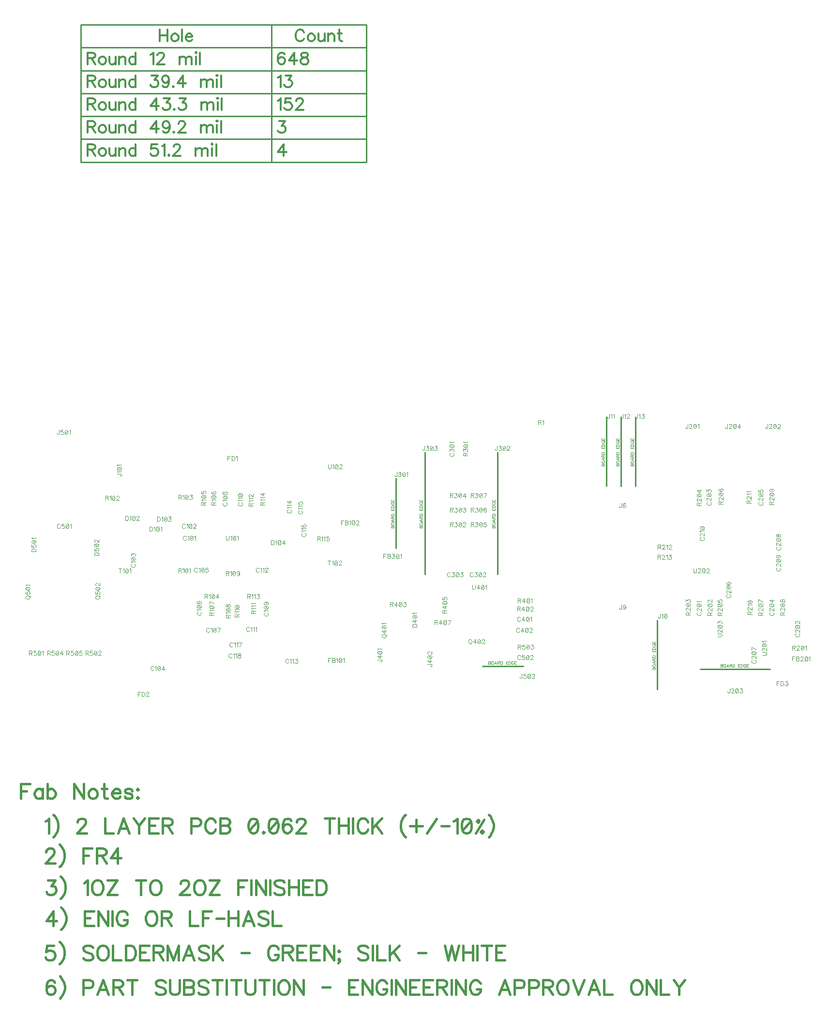
<source format=gbr>
G04 DipTrace 2.4.0.2*
%INTopAssy.gbr*%
%MOIN*%
%ADD10C,0.0098*%
%ADD12C,0.003*%
%ADD42C,0.0154*%
%ADD120C,0.0046*%
%ADD121C,0.0124*%
%FSLAX44Y44*%
G04*
G70*
G90*
G75*
G01*
%LNTopAssy*%
%LPD*%
X43902Y2106D2*
D10*
Y6894D1*
X40402Y16106D2*
Y20894D1*
X41402Y16106D2*
Y20894D1*
X42402Y16106D2*
Y20894D1*
X46856Y3536D2*
X51644D1*
X25902Y11856D2*
Y16644D1*
X32902Y10061D2*
Y18439D1*
X27902Y10061D2*
Y18439D1*
X31856Y3723D2*
X34644D1*
X4188Y47880D2*
X17311D1*
Y46305D1*
X4188D1*
Y47880D1*
Y46305D2*
X17311D1*
Y44730D1*
X4188D1*
Y46305D1*
Y44730D2*
X17311D1*
Y43156D1*
X4188D1*
Y44730D1*
Y43156D2*
X17311D1*
Y41581D1*
X4188D1*
Y43156D1*
Y41581D2*
X17311D1*
Y40006D1*
X4188D1*
Y41581D1*
Y40006D2*
X17311D1*
Y38431D1*
X4188D1*
Y40006D1*
X17311Y47880D2*
X23873D1*
Y46305D1*
X17311D1*
Y47880D1*
Y46305D2*
X23873D1*
Y44730D1*
X17311D1*
Y46305D1*
Y44730D2*
X23873D1*
Y43156D1*
X17311D1*
Y44730D1*
Y43156D2*
X23873D1*
Y41581D1*
X17311D1*
Y43156D1*
Y41581D2*
X23873D1*
Y40006D1*
X17311D1*
Y41581D1*
Y40006D2*
X23873D1*
Y38431D1*
X17311D1*
Y40006D1*
X11456Y12631D2*
D120*
X11441Y12659D1*
X11412Y12688D1*
X11384Y12703D1*
X11327D1*
X11298Y12688D1*
X11269Y12659D1*
X11255Y12631D1*
X11240Y12588D1*
Y12516D1*
X11255Y12473D1*
X11269Y12444D1*
X11298Y12416D1*
X11327Y12401D1*
X11384D1*
X11412Y12416D1*
X11441Y12444D1*
X11456Y12473D1*
X11548Y12645D2*
X11577Y12659D1*
X11620Y12702D1*
Y12401D1*
X11799Y12702D2*
X11756Y12688D1*
X11727Y12645D1*
X11713Y12573D1*
Y12530D1*
X11727Y12458D1*
X11756Y12415D1*
X11799Y12401D1*
X11827D1*
X11871Y12415D1*
X11899Y12458D1*
X11914Y12530D1*
Y12573D1*
X11899Y12645D1*
X11871Y12688D1*
X11827Y12702D1*
X11799D1*
X11899Y12645D2*
X11727Y12458D1*
X12006Y12645D2*
X12035Y12659D1*
X12078Y12702D1*
Y12401D1*
X11382Y13451D2*
X11367Y13479D1*
X11339Y13508D1*
X11310Y13523D1*
X11253D1*
X11224Y13508D1*
X11195Y13479D1*
X11181Y13451D1*
X11166Y13408D1*
Y13336D1*
X11181Y13293D1*
X11195Y13264D1*
X11224Y13236D1*
X11253Y13221D1*
X11310D1*
X11339Y13236D1*
X11367Y13264D1*
X11382Y13293D1*
X11474Y13465D2*
X11503Y13479D1*
X11546Y13522D1*
Y13221D1*
X11725Y13522D2*
X11682Y13508D1*
X11653Y13465D1*
X11639Y13393D1*
Y13350D1*
X11653Y13278D1*
X11682Y13235D1*
X11725Y13221D1*
X11754D1*
X11797Y13235D1*
X11825Y13278D1*
X11840Y13350D1*
Y13393D1*
X11825Y13465D1*
X11797Y13508D1*
X11754Y13522D1*
X11725D1*
X11825Y13465D2*
X11653Y13278D1*
X11947Y13451D2*
Y13465D1*
X11961Y13494D1*
X11976Y13508D1*
X12005Y13522D1*
X12062D1*
X12090Y13508D1*
X12105Y13494D1*
X12119Y13465D1*
Y13436D1*
X12105Y13407D1*
X12076Y13365D1*
X11933Y13221D1*
X12134D1*
X7712Y10749D2*
X7684Y10735D1*
X7655Y10706D1*
X7640Y10677D1*
Y10620D1*
X7655Y10591D1*
X7684Y10563D1*
X7712Y10548D1*
X7755Y10534D1*
X7827D1*
X7870Y10548D1*
X7899Y10563D1*
X7927Y10591D1*
X7942Y10620D1*
Y10677D1*
X7927Y10706D1*
X7899Y10735D1*
X7870Y10749D1*
X7698Y10842D2*
X7684Y10870D1*
X7641Y10913D1*
X7942D1*
X7641Y11092D2*
X7655Y11049D1*
X7698Y11020D1*
X7770Y11006D1*
X7813D1*
X7885Y11020D1*
X7928Y11049D1*
X7942Y11092D1*
Y11121D1*
X7928Y11164D1*
X7885Y11192D1*
X7813Y11207D1*
X7770D1*
X7698Y11192D1*
X7655Y11164D1*
X7641Y11121D1*
Y11092D1*
X7698Y11192D2*
X7885Y11020D1*
X7641Y11329D2*
Y11486D1*
X7756Y11400D1*
Y11443D1*
X7770Y11472D1*
X7784Y11486D1*
X7827Y11501D1*
X7856D1*
X7899Y11486D1*
X7928Y11458D1*
X7942Y11414D1*
Y11371D1*
X7928Y11329D1*
X7913Y11314D1*
X7885Y11300D1*
X9208Y3663D2*
X9194Y3692D1*
X9165Y3721D1*
X9137Y3735D1*
X9079D1*
X9050Y3721D1*
X9022Y3692D1*
X9007Y3663D1*
X8993Y3620D1*
Y3548D1*
X9007Y3505D1*
X9022Y3477D1*
X9050Y3448D1*
X9079Y3433D1*
X9137D1*
X9165Y3448D1*
X9194Y3477D1*
X9208Y3505D1*
X9301Y3677D2*
X9330Y3692D1*
X9373Y3735D1*
Y3433D1*
X9552Y3735D2*
X9509Y3720D1*
X9480Y3677D1*
X9465Y3606D1*
Y3562D1*
X9480Y3491D1*
X9509Y3448D1*
X9552Y3433D1*
X9580D1*
X9623Y3448D1*
X9652Y3491D1*
X9666Y3562D1*
Y3606D1*
X9652Y3677D1*
X9623Y3720D1*
X9580Y3735D1*
X9552D1*
X9652Y3677D2*
X9480Y3491D1*
X9903Y3433D2*
Y3735D1*
X9759Y3534D1*
X9974D1*
X12220Y10427D2*
X12206Y10455D1*
X12177Y10484D1*
X12149Y10498D1*
X12091D1*
X12063Y10484D1*
X12034Y10455D1*
X12019Y10427D1*
X12005Y10384D1*
Y10312D1*
X12019Y10269D1*
X12034Y10240D1*
X12063Y10212D1*
X12091Y10197D1*
X12149D1*
X12177Y10212D1*
X12206Y10240D1*
X12220Y10269D1*
X12313Y10441D2*
X12342Y10455D1*
X12385Y10498D1*
Y10197D1*
X12564Y10498D2*
X12521Y10484D1*
X12492Y10441D1*
X12478Y10369D1*
Y10326D1*
X12492Y10254D1*
X12521Y10211D1*
X12564Y10197D1*
X12592D1*
X12636Y10211D1*
X12664Y10254D1*
X12679Y10326D1*
Y10369D1*
X12664Y10441D1*
X12636Y10484D1*
X12592Y10498D1*
X12564D1*
X12664Y10441D2*
X12492Y10254D1*
X12943Y10498D2*
X12800D1*
X12786Y10369D1*
X12800Y10383D1*
X12843Y10398D1*
X12886D1*
X12929Y10383D1*
X12958Y10355D1*
X12972Y10312D1*
Y10283D1*
X12958Y10240D1*
X12929Y10211D1*
X12886Y10197D1*
X12843D1*
X12800Y10211D1*
X12786Y10226D1*
X12771Y10254D1*
X12249Y7468D2*
X12221Y7453D1*
X12192Y7425D1*
X12178Y7396D1*
Y7339D1*
X12192Y7310D1*
X12221Y7281D1*
X12249Y7267D1*
X12292Y7252D1*
X12364D1*
X12407Y7267D1*
X12436Y7281D1*
X12465Y7310D1*
X12479Y7339D1*
Y7396D1*
X12465Y7425D1*
X12436Y7453D1*
X12407Y7468D1*
X12235Y7560D2*
X12221Y7589D1*
X12178Y7632D1*
X12479D1*
X12178Y7811D2*
X12192Y7768D1*
X12235Y7739D1*
X12307Y7725D1*
X12350D1*
X12422Y7739D1*
X12465Y7768D1*
X12479Y7811D1*
Y7840D1*
X12465Y7883D1*
X12422Y7911D1*
X12350Y7926D1*
X12307D1*
X12235Y7911D1*
X12192Y7883D1*
X12178Y7840D1*
Y7811D1*
X12235Y7911D2*
X12422Y7739D1*
X12221Y8191D2*
X12192Y8176D1*
X12178Y8133D1*
Y8105D1*
X12192Y8062D1*
X12235Y8033D1*
X12307Y8019D1*
X12379D1*
X12436Y8033D1*
X12465Y8062D1*
X12479Y8105D1*
Y8119D1*
X12465Y8162D1*
X12436Y8191D1*
X12393Y8205D1*
X12379D1*
X12336Y8191D1*
X12307Y8162D1*
X12293Y8119D1*
Y8105D1*
X12307Y8062D1*
X12336Y8033D1*
X12379Y8019D1*
X13046Y6293D2*
X13031Y6322D1*
X13003Y6350D1*
X12974Y6365D1*
X12917D1*
X12888Y6350D1*
X12859Y6322D1*
X12845Y6293D1*
X12830Y6250D1*
Y6178D1*
X12845Y6135D1*
X12859Y6106D1*
X12888Y6078D1*
X12917Y6063D1*
X12974D1*
X13003Y6078D1*
X13031Y6106D1*
X13046Y6135D1*
X13138Y6307D2*
X13167Y6322D1*
X13210Y6364D1*
Y6063D1*
X13389Y6364D2*
X13346Y6350D1*
X13317Y6307D1*
X13303Y6235D1*
Y6192D1*
X13317Y6121D1*
X13346Y6077D1*
X13389Y6063D1*
X13418D1*
X13461Y6077D1*
X13489Y6121D1*
X13504Y6192D1*
Y6235D1*
X13489Y6307D1*
X13461Y6350D1*
X13418Y6364D1*
X13389D1*
X13489Y6307D2*
X13317Y6121D1*
X13654Y6063D2*
X13797Y6364D1*
X13596D1*
X14034Y14985D2*
X14005Y14971D1*
X13976Y14942D1*
X13962Y14913D1*
Y14856D1*
X13976Y14827D1*
X14005Y14799D1*
X14034Y14784D1*
X14077Y14770D1*
X14149D1*
X14192Y14784D1*
X14221Y14799D1*
X14249Y14827D1*
X14264Y14856D1*
Y14913D1*
X14249Y14942D1*
X14221Y14971D1*
X14192Y14985D1*
X14020Y15078D2*
X14005Y15106D1*
X13963Y15149D1*
X14264D1*
X13963Y15328D2*
X13977Y15285D1*
X14020Y15256D1*
X14092Y15242D1*
X14135D1*
X14206Y15256D1*
X14249Y15285D1*
X14264Y15328D1*
Y15357D1*
X14249Y15400D1*
X14206Y15428D1*
X14135Y15443D1*
X14092D1*
X14020Y15428D1*
X13977Y15400D1*
X13963Y15357D1*
Y15328D1*
X14020Y15428D2*
X14206Y15256D1*
X13963Y15607D2*
X13977Y15565D1*
X14005Y15550D1*
X14034D1*
X14063Y15565D1*
X14077Y15593D1*
X14092Y15650D1*
X14106Y15694D1*
X14135Y15722D1*
X14163Y15736D1*
X14206D1*
X14235Y15722D1*
X14249Y15708D1*
X14264Y15665D1*
Y15607D1*
X14249Y15565D1*
X14235Y15550D1*
X14206Y15536D1*
X14163D1*
X14135Y15550D1*
X14106Y15579D1*
X14092Y15622D1*
X14077Y15679D1*
X14063Y15708D1*
X14034Y15722D1*
X14005D1*
X13977Y15708D1*
X13963Y15665D1*
Y15607D1*
X16875Y7405D2*
X16846Y7391D1*
X16817Y7362D1*
X16803Y7333D1*
Y7276D1*
X16817Y7247D1*
X16846Y7219D1*
X16875Y7204D1*
X16918Y7190D1*
X16990D1*
X17033Y7204D1*
X17061Y7219D1*
X17090Y7247D1*
X17105Y7276D1*
Y7333D1*
X17090Y7362D1*
X17061Y7391D1*
X17033Y7405D1*
X16861Y7498D2*
X16846Y7527D1*
X16803Y7570D1*
X17105D1*
X16803Y7748D2*
X16818Y7705D1*
X16861Y7677D1*
X16932Y7662D1*
X16976D1*
X17047Y7677D1*
X17090Y7705D1*
X17105Y7748D1*
Y7777D1*
X17090Y7820D1*
X17047Y7849D1*
X16976Y7863D1*
X16932D1*
X16861Y7849D1*
X16818Y7820D1*
X16803Y7777D1*
Y7748D1*
X16861Y7849D2*
X17047Y7677D1*
X16904Y8143D2*
X16947Y8128D1*
X16976Y8099D1*
X16990Y8056D1*
Y8042D1*
X16976Y7999D1*
X16947Y7970D1*
X16904Y7956D1*
X16889D1*
X16846Y7970D1*
X16818Y7999D1*
X16803Y8042D1*
Y8056D1*
X16818Y8099D1*
X16846Y8128D1*
X16904Y8143D1*
X16976D1*
X17047Y8128D1*
X17090Y8099D1*
X17105Y8056D1*
Y8028D1*
X17090Y7985D1*
X17061Y7970D1*
X15096Y14987D2*
X15068Y14972D1*
X15039Y14944D1*
X15025Y14915D1*
Y14858D1*
X15039Y14829D1*
X15068Y14800D1*
X15096Y14786D1*
X15140Y14771D1*
X15211D1*
X15254Y14786D1*
X15283Y14800D1*
X15312Y14829D1*
X15326Y14858D1*
Y14915D1*
X15312Y14944D1*
X15283Y14972D1*
X15254Y14987D1*
X15082Y15079D2*
X15068Y15108D1*
X15025Y15151D1*
X15326D1*
X15082Y15244D2*
X15068Y15273D1*
X15025Y15316D1*
X15326D1*
X15025Y15495D2*
X15039Y15452D1*
X15082Y15423D1*
X15154Y15409D1*
X15197D1*
X15269Y15423D1*
X15312Y15452D1*
X15326Y15495D1*
Y15523D1*
X15312Y15566D1*
X15269Y15595D1*
X15197Y15609D1*
X15154D1*
X15082Y15595D1*
X15039Y15566D1*
X15025Y15523D1*
Y15495D1*
X15082Y15595D2*
X15269Y15423D1*
X15800Y6356D2*
X15786Y6384D1*
X15757Y6413D1*
X15728Y6427D1*
X15671D1*
X15642Y6413D1*
X15614Y6384D1*
X15599Y6356D1*
X15585Y6312D1*
Y6240D1*
X15599Y6198D1*
X15614Y6169D1*
X15642Y6140D1*
X15671Y6126D1*
X15728D1*
X15757Y6140D1*
X15786Y6169D1*
X15800Y6198D1*
X15893Y6369D2*
X15921Y6384D1*
X15964Y6427D1*
Y6126D1*
X16057Y6369D2*
X16086Y6384D1*
X16129Y6427D1*
Y6126D1*
X16222Y6369D2*
X16251Y6384D1*
X16294Y6427D1*
Y6126D1*
X16467Y10427D2*
X16453Y10455D1*
X16424Y10484D1*
X16395Y10498D1*
X16338D1*
X16309Y10484D1*
X16281Y10455D1*
X16266Y10427D1*
X16252Y10384D1*
Y10312D1*
X16266Y10269D1*
X16281Y10240D1*
X16309Y10212D1*
X16338Y10197D1*
X16395D1*
X16424Y10212D1*
X16453Y10240D1*
X16467Y10269D1*
X16560Y10441D2*
X16588Y10455D1*
X16632Y10498D1*
Y10197D1*
X16724Y10441D2*
X16753Y10455D1*
X16796Y10498D1*
Y10197D1*
X16903Y10426D2*
Y10441D1*
X16918Y10470D1*
X16932Y10484D1*
X16961Y10498D1*
X17018D1*
X17047Y10484D1*
X17061Y10470D1*
X17075Y10441D1*
Y10412D1*
X17061Y10383D1*
X17032Y10341D1*
X16889Y10197D1*
X17090D1*
X18503Y4163D2*
X18489Y4192D1*
X18460Y4221D1*
X18431Y4235D1*
X18374D1*
X18345Y4221D1*
X18317Y4192D1*
X18302Y4163D1*
X18288Y4120D1*
Y4048D1*
X18302Y4006D1*
X18317Y3977D1*
X18345Y3948D1*
X18374Y3934D1*
X18431D1*
X18460Y3948D1*
X18489Y3977D1*
X18503Y4006D1*
X18596Y4177D2*
X18625Y4192D1*
X18668Y4235D1*
Y3934D1*
X18760Y4177D2*
X18789Y4192D1*
X18832Y4235D1*
Y3934D1*
X18954Y4235D2*
X19111D1*
X19025Y4120D1*
X19068D1*
X19097Y4106D1*
X19111Y4091D1*
X19126Y4048D1*
Y4020D1*
X19111Y3977D1*
X19083Y3948D1*
X19040Y3934D1*
X18996D1*
X18954Y3948D1*
X18939Y3962D1*
X18925Y3991D1*
X18464Y14488D2*
X18436Y14473D1*
X18407Y14444D1*
X18393Y14416D1*
Y14359D1*
X18407Y14330D1*
X18436Y14301D1*
X18464Y14287D1*
X18507Y14272D1*
X18579D1*
X18622Y14287D1*
X18651Y14301D1*
X18680Y14330D1*
X18694Y14359D1*
Y14416D1*
X18680Y14444D1*
X18651Y14473D1*
X18622Y14488D1*
X18450Y14580D2*
X18436Y14609D1*
X18393Y14652D1*
X18694D1*
X18450Y14745D2*
X18436Y14774D1*
X18393Y14817D1*
X18694D1*
Y15053D2*
X18393D1*
X18594Y14909D1*
Y15125D1*
X19215Y14433D2*
X19187Y14419D1*
X19158Y14390D1*
X19144Y14362D1*
Y14304D1*
X19158Y14275D1*
X19187Y14247D1*
X19215Y14232D1*
X19259Y14218D1*
X19331D1*
X19373Y14232D1*
X19402Y14247D1*
X19431Y14275D1*
X19445Y14304D1*
Y14362D1*
X19431Y14390D1*
X19402Y14419D1*
X19373Y14433D1*
X19202Y14526D2*
X19187Y14555D1*
X19144Y14598D1*
X19445D1*
X19202Y14690D2*
X19187Y14719D1*
X19144Y14762D1*
X19445D1*
X19144Y15027D2*
Y14884D1*
X19273Y14870D1*
X19259Y14884D1*
X19244Y14927D1*
Y14970D1*
X19259Y15013D1*
X19287Y15042D1*
X19331Y15056D1*
X19359D1*
X19402Y15042D1*
X19431Y15013D1*
X19445Y14970D1*
Y14927D1*
X19431Y14884D1*
X19416Y14870D1*
X19388Y14855D1*
X19462Y12883D2*
X19433Y12869D1*
X19405Y12840D1*
X19390Y12812D1*
Y12754D1*
X19405Y12725D1*
X19433Y12697D1*
X19462Y12682D1*
X19505Y12668D1*
X19577D1*
X19620Y12682D1*
X19649Y12697D1*
X19677Y12725D1*
X19692Y12754D1*
Y12812D1*
X19677Y12840D1*
X19649Y12869D1*
X19620Y12883D1*
X19448Y12976D2*
X19433Y13005D1*
X19391Y13048D1*
X19692D1*
X19448Y13141D2*
X19433Y13169D1*
X19391Y13213D1*
X19692D1*
X19433Y13477D2*
X19405Y13463D1*
X19391Y13420D1*
Y13391D1*
X19405Y13348D1*
X19448Y13319D1*
X19520Y13305D1*
X19591D1*
X19649Y13319D1*
X19678Y13348D1*
X19692Y13391D1*
Y13406D1*
X19678Y13448D1*
X19649Y13477D1*
X19606Y13492D1*
X19591D1*
X19548Y13477D1*
X19520Y13448D1*
X19505Y13406D1*
Y13391D1*
X19520Y13348D1*
X19548Y13319D1*
X19591Y13305D1*
X14645Y5290D2*
X14631Y5319D1*
X14602Y5348D1*
X14573Y5362D1*
X14516D1*
X14487Y5348D1*
X14459Y5319D1*
X14444Y5290D1*
X14430Y5247D1*
Y5175D1*
X14444Y5133D1*
X14459Y5104D1*
X14487Y5075D1*
X14516Y5061D1*
X14573D1*
X14602Y5075D1*
X14631Y5104D1*
X14645Y5133D1*
X14738Y5304D2*
X14767Y5319D1*
X14810Y5362D1*
Y5061D1*
X14902Y5304D2*
X14931Y5319D1*
X14974Y5362D1*
Y5061D1*
X15124D2*
X15268Y5362D1*
X15067D1*
X14583Y4526D2*
X14568Y4555D1*
X14540Y4583D1*
X14511Y4598D1*
X14454D1*
X14425Y4583D1*
X14396Y4555D1*
X14382Y4526D1*
X14368Y4483D1*
Y4411D1*
X14382Y4368D1*
X14396Y4339D1*
X14425Y4311D1*
X14454Y4296D1*
X14511D1*
X14540Y4311D1*
X14568Y4339D1*
X14583Y4368D1*
X14675Y4540D2*
X14704Y4555D1*
X14747Y4597D1*
Y4296D1*
X14840Y4540D2*
X14869Y4555D1*
X14912Y4597D1*
Y4296D1*
X15076Y4597D2*
X15033Y4583D1*
X15019Y4555D1*
Y4526D1*
X15033Y4497D1*
X15062Y4483D1*
X15119Y4468D1*
X15162Y4454D1*
X15191Y4425D1*
X15205Y4397D1*
Y4354D1*
X15191Y4325D1*
X15177Y4311D1*
X15134Y4296D1*
X15076D1*
X15033Y4311D1*
X15019Y4325D1*
X15005Y4354D1*
Y4397D1*
X15019Y4425D1*
X15048Y4454D1*
X15090Y4468D1*
X15148Y4483D1*
X15177Y4497D1*
X15191Y4526D1*
Y4555D1*
X15177Y4583D1*
X15134Y4597D1*
X15076D1*
X46685Y7441D2*
X46657Y7427D1*
X46628Y7398D1*
X46614Y7370D1*
Y7312D1*
X46628Y7284D1*
X46657Y7255D1*
X46685Y7240D1*
X46729Y7226D1*
X46801D1*
X46843Y7240D1*
X46872Y7255D1*
X46901Y7284D1*
X46915Y7312D1*
Y7370D1*
X46901Y7398D1*
X46872Y7427D1*
X46843Y7441D1*
X46686Y7549D2*
X46672D1*
X46643Y7563D1*
X46628Y7577D1*
X46614Y7606D1*
Y7663D1*
X46628Y7692D1*
X46643Y7706D1*
X46672Y7721D1*
X46700D1*
X46729Y7706D1*
X46772Y7678D1*
X46915Y7534D1*
Y7735D1*
X46614Y7914D2*
X46628Y7871D1*
X46672Y7842D1*
X46743Y7828D1*
X46786D1*
X46858Y7842D1*
X46901Y7871D1*
X46915Y7914D1*
Y7942D1*
X46901Y7985D1*
X46858Y8014D1*
X46786Y8029D1*
X46743D1*
X46672Y8014D1*
X46628Y7985D1*
X46614Y7942D1*
Y7914D1*
X46672Y8014D2*
X46858Y7842D1*
X46672Y8121D2*
X46657Y8150D1*
X46614Y8193D1*
X46915D1*
X53462Y5962D2*
X53433Y5948D1*
X53405Y5919D1*
X53390Y5891D1*
Y5833D1*
X53405Y5805D1*
X53433Y5776D1*
X53462Y5761D1*
X53505Y5747D1*
X53577D1*
X53620Y5761D1*
X53649Y5776D1*
X53677Y5805D1*
X53692Y5833D1*
Y5891D1*
X53677Y5919D1*
X53649Y5948D1*
X53620Y5962D1*
X53462Y6070D2*
X53448D1*
X53419Y6084D1*
X53405Y6098D1*
X53391Y6127D1*
Y6184D1*
X53405Y6213D1*
X53419Y6227D1*
X53448Y6242D1*
X53477D1*
X53505Y6227D1*
X53548Y6199D1*
X53692Y6055D1*
Y6256D1*
X53391Y6435D2*
X53405Y6392D1*
X53448Y6363D1*
X53520Y6349D1*
X53563D1*
X53634Y6363D1*
X53678Y6392D1*
X53692Y6435D1*
Y6463D1*
X53678Y6506D1*
X53634Y6535D1*
X53563Y6550D1*
X53520D1*
X53448Y6535D1*
X53405Y6506D1*
X53391Y6463D1*
Y6435D1*
X53448Y6535D2*
X53634Y6363D1*
X53462Y6657D2*
X53448D1*
X53419Y6671D1*
X53405Y6685D1*
X53391Y6714D1*
Y6772D1*
X53405Y6800D1*
X53419Y6814D1*
X53448Y6829D1*
X53477D1*
X53505Y6814D1*
X53548Y6786D1*
X53692Y6642D1*
Y6843D1*
X47373Y15020D2*
X47344Y15006D1*
X47316Y14977D1*
X47301Y14948D1*
Y14891D1*
X47316Y14862D1*
X47344Y14834D1*
X47373Y14819D1*
X47416Y14805D1*
X47488D1*
X47531Y14819D1*
X47560Y14834D1*
X47588Y14862D1*
X47603Y14891D1*
Y14948D1*
X47588Y14977D1*
X47560Y15006D1*
X47531Y15020D1*
X47373Y15127D2*
X47359D1*
X47330Y15142D1*
X47316Y15156D1*
X47302Y15185D1*
Y15242D1*
X47316Y15271D1*
X47330Y15285D1*
X47359Y15299D1*
X47388D1*
X47416Y15285D1*
X47459Y15256D1*
X47603Y15113D1*
Y15314D1*
X47302Y15493D2*
X47316Y15449D1*
X47359Y15421D1*
X47431Y15406D1*
X47474D1*
X47545Y15421D1*
X47588Y15449D1*
X47603Y15493D1*
Y15521D1*
X47588Y15564D1*
X47545Y15593D1*
X47474Y15607D1*
X47431D1*
X47359Y15593D1*
X47316Y15564D1*
X47302Y15521D1*
Y15493D1*
X47359Y15593D2*
X47545Y15421D1*
X47302Y15729D2*
Y15886D1*
X47416Y15800D1*
Y15843D1*
X47431Y15872D1*
X47445Y15886D1*
X47488Y15901D1*
X47517D1*
X47560Y15886D1*
X47588Y15858D1*
X47603Y15815D1*
Y15772D1*
X47588Y15729D1*
X47574Y15714D1*
X47545Y15700D1*
X51685Y7432D2*
X51657Y7418D1*
X51628Y7389D1*
X51614Y7361D1*
Y7303D1*
X51628Y7274D1*
X51657Y7246D1*
X51685Y7231D1*
X51729Y7217D1*
X51801D1*
X51843Y7231D1*
X51872Y7246D1*
X51901Y7274D1*
X51915Y7303D1*
Y7361D1*
X51901Y7389D1*
X51872Y7418D1*
X51843Y7432D1*
X51686Y7539D2*
X51672D1*
X51643Y7554D1*
X51628Y7568D1*
X51614Y7597D1*
Y7654D1*
X51628Y7683D1*
X51643Y7697D1*
X51672Y7712D1*
X51700D1*
X51729Y7697D1*
X51772Y7668D1*
X51915Y7525D1*
Y7726D1*
X51614Y7905D2*
X51628Y7862D1*
X51672Y7833D1*
X51743Y7818D1*
X51786D1*
X51858Y7833D1*
X51901Y7862D1*
X51915Y7905D1*
Y7933D1*
X51901Y7976D1*
X51858Y8005D1*
X51786Y8019D1*
X51743D1*
X51672Y8005D1*
X51628Y7976D1*
X51614Y7933D1*
Y7905D1*
X51672Y8005D2*
X51858Y7833D1*
X51915Y8256D2*
X51614D1*
X51815Y8112D1*
Y8327D1*
X50935Y15020D2*
X50907Y15006D1*
X50878Y14977D1*
X50864Y14948D1*
Y14891D1*
X50878Y14862D1*
X50907Y14834D1*
X50935Y14819D1*
X50979Y14805D1*
X51051D1*
X51093Y14819D1*
X51122Y14834D1*
X51151Y14862D1*
X51165Y14891D1*
Y14948D1*
X51151Y14977D1*
X51122Y15006D1*
X51093Y15020D1*
X50936Y15127D2*
X50922D1*
X50893Y15142D1*
X50878Y15156D1*
X50864Y15185D1*
Y15242D1*
X50878Y15271D1*
X50893Y15285D1*
X50922Y15299D1*
X50950D1*
X50979Y15285D1*
X51022Y15256D1*
X51165Y15113D1*
Y15314D1*
X50864Y15493D2*
X50878Y15449D1*
X50922Y15421D1*
X50993Y15406D1*
X51036D1*
X51108Y15421D1*
X51151Y15449D1*
X51165Y15493D1*
Y15521D1*
X51151Y15564D1*
X51108Y15593D1*
X51036Y15607D1*
X50993D1*
X50922Y15593D1*
X50878Y15564D1*
X50864Y15521D1*
Y15493D1*
X50922Y15593D2*
X51108Y15421D1*
X50864Y15872D2*
Y15729D1*
X50993Y15714D1*
X50979Y15729D1*
X50964Y15772D1*
Y15815D1*
X50979Y15858D1*
X51007Y15887D1*
X51051Y15901D1*
X51079D1*
X51122Y15887D1*
X51151Y15858D1*
X51165Y15815D1*
Y15772D1*
X51151Y15729D1*
X51136Y15714D1*
X51108Y15700D1*
X48712Y8657D2*
X48683Y8643D1*
X48655Y8614D1*
X48640Y8586D1*
Y8528D1*
X48655Y8499D1*
X48683Y8471D1*
X48712Y8456D1*
X48755Y8442D1*
X48827D1*
X48870Y8456D1*
X48899Y8471D1*
X48927Y8499D1*
X48942Y8528D1*
Y8586D1*
X48927Y8614D1*
X48899Y8643D1*
X48870Y8657D1*
X48712Y8764D2*
X48698D1*
X48669Y8779D1*
X48655Y8793D1*
X48641Y8822D1*
Y8879D1*
X48655Y8908D1*
X48669Y8922D1*
X48698Y8937D1*
X48727D1*
X48755Y8922D1*
X48798Y8893D1*
X48942Y8750D1*
Y8951D1*
X48641Y9130D2*
X48655Y9087D1*
X48698Y9058D1*
X48770Y9043D1*
X48813D1*
X48884Y9058D1*
X48928Y9087D1*
X48942Y9130D1*
Y9158D1*
X48928Y9201D1*
X48884Y9230D1*
X48813Y9244D1*
X48770D1*
X48698Y9230D1*
X48655Y9201D1*
X48641Y9158D1*
Y9130D1*
X48698Y9230D2*
X48884Y9058D1*
X48683Y9509D2*
X48655Y9495D1*
X48641Y9452D1*
Y9423D1*
X48655Y9380D1*
X48698Y9351D1*
X48770Y9337D1*
X48841D1*
X48899Y9351D1*
X48928Y9380D1*
X48942Y9423D1*
Y9437D1*
X48928Y9480D1*
X48899Y9509D1*
X48856Y9523D1*
X48841D1*
X48798Y9509D1*
X48770Y9480D1*
X48755Y9437D1*
Y9423D1*
X48770Y9380D1*
X48798Y9351D1*
X48841Y9337D1*
X50462Y4150D2*
X50433Y4136D1*
X50405Y4107D1*
X50390Y4078D1*
Y4021D1*
X50405Y3992D1*
X50433Y3964D1*
X50462Y3949D1*
X50505Y3935D1*
X50577D1*
X50620Y3949D1*
X50649Y3964D1*
X50677Y3992D1*
X50692Y4021D1*
Y4078D1*
X50677Y4107D1*
X50649Y4136D1*
X50620Y4150D1*
X50462Y4257D2*
X50448D1*
X50419Y4271D1*
X50405Y4286D1*
X50391Y4314D1*
Y4372D1*
X50405Y4400D1*
X50419Y4415D1*
X50448Y4429D1*
X50477D1*
X50505Y4415D1*
X50548Y4386D1*
X50692Y4243D1*
Y4443D1*
X50391Y4622D2*
X50405Y4579D1*
X50448Y4550D1*
X50520Y4536D1*
X50563D1*
X50634Y4550D1*
X50678Y4579D1*
X50692Y4622D1*
Y4651D1*
X50678Y4694D1*
X50634Y4722D1*
X50563Y4737D1*
X50520D1*
X50448Y4722D1*
X50405Y4694D1*
X50391Y4651D1*
Y4622D1*
X50448Y4722D2*
X50634Y4550D1*
X50692Y4887D2*
X50391Y5031D1*
Y4830D1*
X52149Y11935D2*
X52121Y11920D1*
X52092Y11892D1*
X52078Y11863D1*
Y11806D1*
X52092Y11777D1*
X52121Y11748D1*
X52149Y11734D1*
X52193Y11719D1*
X52265D1*
X52307Y11734D1*
X52336Y11748D1*
X52365Y11777D1*
X52379Y11806D1*
Y11863D1*
X52365Y11892D1*
X52336Y11920D1*
X52307Y11935D1*
X52150Y12042D2*
X52136D1*
X52107Y12056D1*
X52092Y12070D1*
X52078Y12099D1*
Y12157D1*
X52092Y12185D1*
X52107Y12199D1*
X52136Y12214D1*
X52164D1*
X52193Y12199D1*
X52236Y12171D1*
X52379Y12027D1*
Y12228D1*
X52078Y12407D2*
X52092Y12364D1*
X52136Y12335D1*
X52207Y12321D1*
X52250D1*
X52322Y12335D1*
X52365Y12364D1*
X52379Y12407D1*
Y12436D1*
X52365Y12479D1*
X52322Y12507D1*
X52250Y12522D1*
X52207D1*
X52136Y12507D1*
X52092Y12479D1*
X52078Y12436D1*
Y12407D1*
X52136Y12507D2*
X52322Y12335D1*
X52078Y12686D2*
X52092Y12643D1*
X52121Y12629D1*
X52150D1*
X52178Y12643D1*
X52193Y12672D1*
X52207Y12729D1*
X52221Y12772D1*
X52250Y12801D1*
X52279Y12815D1*
X52322D1*
X52350Y12801D1*
X52365Y12787D1*
X52379Y12744D1*
Y12686D1*
X52365Y12643D1*
X52350Y12629D1*
X52322Y12615D1*
X52279D1*
X52250Y12629D1*
X52221Y12658D1*
X52207Y12700D1*
X52193Y12758D1*
X52178Y12787D1*
X52150Y12801D1*
X52121D1*
X52092Y12787D1*
X52078Y12744D1*
Y12686D1*
X52149Y10504D2*
X52121Y10490D1*
X52092Y10461D1*
X52078Y10433D1*
Y10375D1*
X52092Y10346D1*
X52121Y10318D1*
X52149Y10303D1*
X52193Y10289D1*
X52265D1*
X52307Y10303D1*
X52336Y10318D1*
X52365Y10346D1*
X52379Y10375D1*
Y10433D1*
X52365Y10461D1*
X52336Y10490D1*
X52307Y10504D1*
X52150Y10611D2*
X52136D1*
X52107Y10626D1*
X52092Y10640D1*
X52078Y10669D1*
Y10726D1*
X52092Y10755D1*
X52107Y10769D1*
X52136Y10783D1*
X52164D1*
X52193Y10769D1*
X52236Y10740D1*
X52379Y10597D1*
Y10798D1*
X52078Y10977D2*
X52092Y10934D1*
X52136Y10905D1*
X52207Y10890D1*
X52250D1*
X52322Y10905D1*
X52365Y10934D1*
X52379Y10977D1*
Y11005D1*
X52365Y11048D1*
X52322Y11077D1*
X52250Y11091D1*
X52207D1*
X52136Y11077D1*
X52092Y11048D1*
X52078Y11005D1*
Y10977D1*
X52136Y11077D2*
X52322Y10905D1*
X52178Y11371D2*
X52221Y11356D1*
X52250Y11328D1*
X52265Y11284D1*
Y11270D1*
X52250Y11227D1*
X52221Y11199D1*
X52178Y11184D1*
X52164D1*
X52121Y11199D1*
X52092Y11227D1*
X52078Y11270D1*
Y11284D1*
X52092Y11328D1*
X52121Y11356D1*
X52178Y11371D1*
X52250D1*
X52322Y11356D1*
X52365Y11328D1*
X52379Y11284D1*
Y11256D1*
X52365Y11213D1*
X52336Y11199D1*
X46900Y12589D2*
X46871Y12575D1*
X46842Y12546D1*
X46828Y12518D1*
Y12460D1*
X46842Y12432D1*
X46871Y12403D1*
X46900Y12388D1*
X46943Y12374D1*
X47015D1*
X47057Y12388D1*
X47086Y12403D1*
X47115Y12432D1*
X47129Y12460D1*
Y12518D1*
X47115Y12546D1*
X47086Y12575D1*
X47057Y12589D1*
X46900Y12697D2*
X46886D1*
X46857Y12711D1*
X46842Y12725D1*
X46828Y12754D1*
Y12811D1*
X46842Y12840D1*
X46857Y12854D1*
X46886Y12869D1*
X46914D1*
X46943Y12854D1*
X46986Y12826D1*
X47129Y12682D1*
Y12883D1*
X46886Y12976D2*
X46871Y13004D1*
X46828Y13048D1*
X47129D1*
X46828Y13226D2*
X46842Y13183D1*
X46886Y13154D1*
X46957Y13140D1*
X47000D1*
X47072Y13154D1*
X47115Y13183D1*
X47129Y13226D1*
Y13255D1*
X47115Y13298D1*
X47072Y13327D1*
X47000Y13341D1*
X46957D1*
X46886Y13327D1*
X46842Y13298D1*
X46828Y13255D1*
Y13226D1*
X46886Y13327D2*
X47072Y13154D1*
X29650Y18402D2*
X29621Y18388D1*
X29592Y18359D1*
X29578Y18330D1*
Y18273D1*
X29592Y18244D1*
X29621Y18216D1*
X29650Y18201D1*
X29693Y18187D1*
X29765D1*
X29807Y18201D1*
X29836Y18216D1*
X29865Y18244D1*
X29879Y18273D1*
Y18330D1*
X29865Y18359D1*
X29836Y18388D1*
X29807Y18402D1*
X29578Y18524D2*
Y18681D1*
X29693Y18595D1*
Y18638D1*
X29707Y18667D1*
X29721Y18681D1*
X29765Y18696D1*
X29793D1*
X29836Y18681D1*
X29865Y18653D1*
X29879Y18609D1*
Y18566D1*
X29865Y18524D1*
X29850Y18509D1*
X29822Y18495D1*
X29578Y18874D2*
X29592Y18831D1*
X29636Y18803D1*
X29707Y18788D1*
X29750D1*
X29822Y18803D1*
X29865Y18831D1*
X29879Y18874D1*
Y18903D1*
X29865Y18946D1*
X29822Y18975D1*
X29750Y18989D1*
X29707D1*
X29636Y18975D1*
X29592Y18946D1*
X29578Y18903D1*
Y18874D1*
X29636Y18975D2*
X29822Y18803D1*
X29636Y19082D2*
X29621Y19111D1*
X29578Y19154D1*
X29879D1*
X31198Y10107D2*
X31184Y10135D1*
X31155Y10164D1*
X31127Y10178D1*
X31069D1*
X31040Y10164D1*
X31012Y10135D1*
X30997Y10107D1*
X30983Y10063D1*
Y9991D1*
X30997Y9949D1*
X31012Y9920D1*
X31040Y9891D1*
X31069Y9877D1*
X31127D1*
X31155Y9891D1*
X31184Y9920D1*
X31198Y9949D1*
X31320Y10178D2*
X31477D1*
X31391Y10063D1*
X31434D1*
X31463Y10049D1*
X31477Y10035D1*
X31492Y9991D1*
Y9963D1*
X31477Y9920D1*
X31449Y9891D1*
X31406Y9877D1*
X31362D1*
X31320Y9891D1*
X31305Y9906D1*
X31291Y9934D1*
X31671Y10178D2*
X31628Y10164D1*
X31599Y10120D1*
X31584Y10049D1*
Y10006D1*
X31599Y9934D1*
X31628Y9891D1*
X31671Y9877D1*
X31699D1*
X31742Y9891D1*
X31771Y9934D1*
X31785Y10006D1*
Y10049D1*
X31771Y10120D1*
X31742Y10164D1*
X31699Y10178D1*
X31671D1*
X31771Y10120D2*
X31599Y9934D1*
X31893Y10106D2*
Y10120D1*
X31907Y10149D1*
X31921Y10164D1*
X31950Y10178D1*
X32007D1*
X32036Y10164D1*
X32050Y10149D1*
X32065Y10120D1*
Y10092D1*
X32050Y10063D1*
X32022Y10020D1*
X31878Y9877D1*
X32079D1*
X29636Y10107D2*
X29621Y10135D1*
X29593Y10164D1*
X29564Y10178D1*
X29507D1*
X29478Y10164D1*
X29449Y10135D1*
X29435Y10107D1*
X29421Y10063D1*
Y9991D1*
X29435Y9949D1*
X29449Y9920D1*
X29478Y9891D1*
X29507Y9877D1*
X29564D1*
X29593Y9891D1*
X29621Y9920D1*
X29636Y9949D1*
X29757Y10178D2*
X29915D1*
X29829Y10063D1*
X29872D1*
X29900Y10049D1*
X29915Y10035D1*
X29929Y9991D1*
Y9963D1*
X29915Y9920D1*
X29886Y9891D1*
X29843Y9877D1*
X29800D1*
X29757Y9891D1*
X29743Y9906D1*
X29728Y9934D1*
X30108Y10178D2*
X30065Y10164D1*
X30036Y10120D1*
X30022Y10049D1*
Y10006D1*
X30036Y9934D1*
X30065Y9891D1*
X30108Y9877D1*
X30137D1*
X30180Y9891D1*
X30208Y9934D1*
X30223Y10006D1*
Y10049D1*
X30208Y10120D1*
X30180Y10164D1*
X30137Y10178D1*
X30108D1*
X30208Y10120D2*
X30036Y9934D1*
X30344Y10178D2*
X30502D1*
X30416Y10063D1*
X30459D1*
X30488Y10049D1*
X30502Y10035D1*
X30517Y9991D1*
Y9963D1*
X30502Y9920D1*
X30473Y9891D1*
X30430Y9877D1*
X30387D1*
X30344Y9891D1*
X30330Y9906D1*
X30316Y9934D1*
X34461Y7039D2*
X34447Y7067D1*
X34418Y7096D1*
X34389Y7110D1*
X34332D1*
X34303Y7096D1*
X34275Y7067D1*
X34260Y7039D1*
X34246Y6996D1*
Y6924D1*
X34260Y6881D1*
X34275Y6852D1*
X34303Y6823D1*
X34332Y6809D1*
X34389D1*
X34418Y6823D1*
X34447Y6852D1*
X34461Y6881D1*
X34697Y6809D2*
Y7110D1*
X34554Y6909D1*
X34769D1*
X34948Y7110D2*
X34904Y7096D1*
X34876Y7053D1*
X34861Y6981D1*
Y6938D1*
X34876Y6866D1*
X34904Y6823D1*
X34948Y6809D1*
X34976D1*
X35019Y6823D1*
X35048Y6866D1*
X35062Y6938D1*
Y6981D1*
X35048Y7053D1*
X35019Y7096D1*
X34976Y7110D1*
X34948D1*
X35048Y7053D2*
X34876Y6866D1*
X35155Y7053D2*
X35184Y7067D1*
X35227Y7110D1*
Y6809D1*
X34396Y6289D2*
X34382Y6317D1*
X34353Y6346D1*
X34325Y6360D1*
X34267D1*
X34239Y6346D1*
X34210Y6317D1*
X34195Y6289D1*
X34181Y6245D1*
Y6174D1*
X34195Y6131D1*
X34210Y6102D1*
X34239Y6073D1*
X34267Y6059D1*
X34325D1*
X34353Y6073D1*
X34382Y6102D1*
X34396Y6131D1*
X34633Y6059D2*
Y6360D1*
X34489Y6159D1*
X34704D1*
X34883Y6360D2*
X34840Y6346D1*
X34811Y6303D1*
X34797Y6231D1*
Y6188D1*
X34811Y6116D1*
X34840Y6073D1*
X34883Y6059D1*
X34912D1*
X34955Y6073D1*
X34983Y6116D1*
X34998Y6188D1*
Y6231D1*
X34983Y6303D1*
X34955Y6346D1*
X34912Y6360D1*
X34883D1*
X34983Y6303D2*
X34811Y6116D1*
X35105Y6288D2*
Y6303D1*
X35119Y6331D1*
X35134Y6346D1*
X35162Y6360D1*
X35220D1*
X35248Y6346D1*
X35263Y6331D1*
X35277Y6303D1*
Y6274D1*
X35263Y6245D1*
X35234Y6202D1*
X35090Y6059D1*
X35291D1*
X2763Y13442D2*
X2748Y13470D1*
X2720Y13499D1*
X2691Y13513D1*
X2634D1*
X2605Y13499D1*
X2576Y13470D1*
X2562Y13442D1*
X2547Y13398D1*
Y13326D1*
X2562Y13284D1*
X2576Y13255D1*
X2605Y13226D1*
X2634Y13212D1*
X2691D1*
X2720Y13226D1*
X2748Y13255D1*
X2763Y13284D1*
X3027Y13513D2*
X2884D1*
X2870Y13384D1*
X2884Y13398D1*
X2927Y13413D1*
X2970D1*
X3013Y13398D1*
X3042Y13370D1*
X3056Y13326D1*
Y13298D1*
X3042Y13255D1*
X3013Y13226D1*
X2970Y13212D1*
X2927D1*
X2884Y13226D1*
X2870Y13241D1*
X2855Y13269D1*
X3235Y13513D2*
X3192Y13499D1*
X3163Y13455D1*
X3149Y13384D1*
Y13341D1*
X3163Y13269D1*
X3192Y13226D1*
X3235Y13212D1*
X3264D1*
X3307Y13226D1*
X3335Y13269D1*
X3350Y13341D1*
Y13384D1*
X3335Y13455D1*
X3307Y13499D1*
X3264Y13513D1*
X3235D1*
X3335Y13455D2*
X3163Y13269D1*
X3443Y13455D2*
X3471Y13470D1*
X3515Y13513D1*
Y13212D1*
X34464Y4413D2*
X34450Y4441D1*
X34421Y4470D1*
X34393Y4484D1*
X34335D1*
X34307Y4470D1*
X34278Y4441D1*
X34263Y4413D1*
X34249Y4370D1*
Y4298D1*
X34263Y4255D1*
X34278Y4226D1*
X34307Y4198D1*
X34335Y4183D1*
X34393D1*
X34421Y4198D1*
X34450Y4226D1*
X34464Y4255D1*
X34729Y4484D2*
X34586D1*
X34572Y4355D1*
X34586Y4369D1*
X34629Y4384D1*
X34672D1*
X34715Y4369D1*
X34744Y4341D1*
X34758Y4298D1*
Y4269D1*
X34744Y4226D1*
X34715Y4197D1*
X34672Y4183D1*
X34629D1*
X34586Y4197D1*
X34572Y4212D1*
X34557Y4240D1*
X34937Y4484D2*
X34894Y4470D1*
X34865Y4427D1*
X34851Y4355D1*
Y4312D1*
X34865Y4240D1*
X34894Y4197D1*
X34937Y4183D1*
X34965D1*
X35008Y4197D1*
X35037Y4240D1*
X35052Y4312D1*
Y4355D1*
X35037Y4427D1*
X35008Y4470D1*
X34965Y4484D1*
X34937D1*
X35037Y4427D2*
X34865Y4240D1*
X35159Y4412D2*
Y4427D1*
X35173Y4456D1*
X35187Y4470D1*
X35216Y4484D1*
X35274D1*
X35302Y4470D1*
X35316Y4456D1*
X35331Y4427D1*
Y4398D1*
X35316Y4369D1*
X35288Y4327D1*
X35144Y4183D1*
X35345D1*
X8929Y13326D2*
Y13025D1*
X9029D1*
X9072Y13039D1*
X9101Y13068D1*
X9115Y13097D1*
X9130Y13139D1*
Y13211D1*
X9115Y13255D1*
X9101Y13283D1*
X9072Y13312D1*
X9029Y13326D1*
X8929D1*
X9222Y13268D2*
X9251Y13283D1*
X9294Y13326D1*
Y13025D1*
X9473Y13326D2*
X9430Y13312D1*
X9401Y13268D1*
X9387Y13197D1*
Y13154D1*
X9401Y13082D1*
X9430Y13039D1*
X9473Y13025D1*
X9502D1*
X9545Y13039D1*
X9573Y13082D1*
X9588Y13154D1*
Y13197D1*
X9573Y13268D1*
X9545Y13312D1*
X9502Y13326D1*
X9473D1*
X9573Y13268D2*
X9401Y13082D1*
X9680Y13268D2*
X9709Y13283D1*
X9752Y13326D1*
Y13025D1*
X7266Y14068D2*
Y13767D1*
X7366D1*
X7410Y13781D1*
X7438Y13810D1*
X7453Y13839D1*
X7467Y13881D1*
Y13953D1*
X7453Y13997D1*
X7438Y14025D1*
X7410Y14054D1*
X7366Y14068D1*
X7266D1*
X7560Y14010D2*
X7588Y14025D1*
X7632Y14068D1*
Y13767D1*
X7810Y14068D2*
X7767Y14054D1*
X7738Y14010D1*
X7724Y13939D1*
Y13896D1*
X7738Y13824D1*
X7767Y13781D1*
X7810Y13767D1*
X7839D1*
X7882Y13781D1*
X7911Y13824D1*
X7925Y13896D1*
Y13939D1*
X7911Y14010D1*
X7882Y14054D1*
X7839Y14068D1*
X7810D1*
X7911Y14010D2*
X7738Y13824D1*
X8032Y13996D2*
Y14010D1*
X8047Y14039D1*
X8061Y14054D1*
X8090Y14068D1*
X8147D1*
X8176Y14054D1*
X8190Y14039D1*
X8204Y14010D1*
Y13982D1*
X8190Y13953D1*
X8161Y13910D1*
X8018Y13767D1*
X8219D1*
X9454Y14006D2*
Y13704D1*
X9554D1*
X9597Y13719D1*
X9626Y13747D1*
X9640Y13776D1*
X9655Y13819D1*
Y13891D1*
X9640Y13934D1*
X9626Y13963D1*
X9597Y13992D1*
X9554Y14006D1*
X9454D1*
X9747Y13948D2*
X9776Y13963D1*
X9819Y14005D1*
Y13704D1*
X9998Y14005D2*
X9955Y13991D1*
X9926Y13948D1*
X9912Y13876D1*
Y13833D1*
X9926Y13762D1*
X9955Y13719D1*
X9998Y13704D1*
X10027D1*
X10070Y13719D1*
X10098Y13762D1*
X10113Y13833D1*
Y13876D1*
X10098Y13948D1*
X10070Y13991D1*
X10027Y14005D1*
X9998D1*
X10098Y13948D2*
X9926Y13762D1*
X10234Y14005D2*
X10392D1*
X10306Y13891D1*
X10349D1*
X10378Y13876D1*
X10392Y13862D1*
X10406Y13819D1*
Y13791D1*
X10392Y13747D1*
X10363Y13719D1*
X10320Y13704D1*
X10277D1*
X10234Y13719D1*
X10220Y13733D1*
X10206Y13762D1*
X17303Y12390D2*
Y12088D1*
X17403D1*
X17446Y12103D1*
X17475Y12132D1*
X17489Y12160D1*
X17504Y12203D1*
Y12275D1*
X17489Y12318D1*
X17475Y12347D1*
X17446Y12376D1*
X17403Y12390D1*
X17303D1*
X17596Y12332D2*
X17625Y12347D1*
X17668Y12390D1*
Y12088D1*
X17847Y12390D2*
X17804Y12375D1*
X17775Y12332D1*
X17761Y12261D1*
Y12217D1*
X17775Y12146D1*
X17804Y12103D1*
X17847Y12088D1*
X17876D1*
X17919Y12103D1*
X17947Y12146D1*
X17962Y12217D1*
Y12261D1*
X17947Y12332D1*
X17919Y12375D1*
X17876Y12390D1*
X17847D1*
X17947Y12332D2*
X17775Y12146D1*
X18198Y12088D2*
Y12390D1*
X18054Y12189D1*
X18270D1*
X27033Y6429D2*
X27335D1*
Y6529D1*
X27320Y6572D1*
X27291Y6601D1*
X27263Y6615D1*
X27220Y6630D1*
X27148D1*
X27105Y6615D1*
X27076Y6601D1*
X27047Y6572D1*
X27033Y6529D1*
Y6429D1*
X27335Y6866D2*
X27033D1*
X27234Y6722D1*
Y6937D1*
X27033Y7116D2*
X27048Y7073D1*
X27091Y7044D1*
X27162Y7030D1*
X27206D1*
X27277Y7044D1*
X27320Y7073D1*
X27335Y7116D1*
Y7145D1*
X27320Y7188D1*
X27277Y7216D1*
X27206Y7231D1*
X27162D1*
X27091Y7216D1*
X27048Y7188D1*
X27033Y7145D1*
Y7116D1*
X27091Y7216D2*
X27277Y7044D1*
X27091Y7324D2*
X27076Y7353D1*
X27033Y7396D1*
X27335D1*
X799Y11614D2*
X1100D1*
Y11715D1*
X1086Y11758D1*
X1057Y11787D1*
X1028Y11801D1*
X986Y11815D1*
X914D1*
X870Y11801D1*
X842Y11787D1*
X813Y11758D1*
X799Y11715D1*
Y11614D1*
Y12080D2*
Y11937D1*
X928Y11922D1*
X914Y11937D1*
X899Y11980D1*
Y12023D1*
X914Y12066D1*
X942Y12095D1*
X986Y12109D1*
X1014D1*
X1057Y12095D1*
X1086Y12066D1*
X1100Y12023D1*
Y11980D1*
X1086Y11937D1*
X1071Y11922D1*
X1043Y11908D1*
X799Y12288D2*
X813Y12245D1*
X857Y12216D1*
X928Y12201D1*
X971D1*
X1043Y12216D1*
X1086Y12245D1*
X1100Y12288D1*
Y12316D1*
X1086Y12359D1*
X1043Y12388D1*
X971Y12402D1*
X928D1*
X857Y12388D1*
X813Y12359D1*
X799Y12316D1*
Y12288D1*
X857Y12388D2*
X1043Y12216D1*
X857Y12495D2*
X842Y12524D1*
X799Y12567D1*
X1100D1*
X5111Y11362D2*
X5413D1*
Y11463D1*
X5398Y11506D1*
X5370Y11535D1*
X5341Y11549D1*
X5298Y11563D1*
X5226D1*
X5183Y11549D1*
X5154Y11535D1*
X5126Y11506D1*
X5111Y11463D1*
Y11362D1*
X5112Y11828D2*
Y11685D1*
X5241Y11670D1*
X5226Y11685D1*
X5212Y11728D1*
Y11771D1*
X5226Y11814D1*
X5255Y11843D1*
X5298Y11857D1*
X5327D1*
X5370Y11843D1*
X5399Y11814D1*
X5413Y11771D1*
Y11728D1*
X5399Y11685D1*
X5384Y11670D1*
X5355Y11656D1*
X5112Y12036D2*
X5126Y11993D1*
X5169Y11964D1*
X5241Y11949D1*
X5284D1*
X5355Y11964D1*
X5399Y11993D1*
X5413Y12036D1*
Y12064D1*
X5399Y12107D1*
X5355Y12136D1*
X5284Y12150D1*
X5241D1*
X5169Y12136D1*
X5126Y12107D1*
X5112Y12064D1*
Y12036D1*
X5169Y12136D2*
X5355Y11964D1*
X5183Y12258D2*
X5169D1*
X5140Y12272D1*
X5126Y12286D1*
X5112Y12315D1*
Y12372D1*
X5126Y12401D1*
X5140Y12415D1*
X5169Y12430D1*
X5198D1*
X5226Y12415D1*
X5269Y12387D1*
X5413Y12243D1*
Y12444D1*
X21409Y4275D2*
X21223D1*
Y3973D1*
Y4131D2*
X21337D1*
X21502Y4275D2*
Y3973D1*
X21631D1*
X21674Y3988D1*
X21689Y4002D1*
X21703Y4031D1*
Y4074D1*
X21689Y4103D1*
X21674Y4117D1*
X21631Y4131D1*
X21674Y4146D1*
X21689Y4160D1*
X21703Y4188D1*
Y4217D1*
X21689Y4246D1*
X21674Y4260D1*
X21631Y4275D1*
X21502D1*
Y4131D2*
X21631D1*
X21796Y4217D2*
X21825Y4232D1*
X21868Y4274D1*
Y3973D1*
X22046Y4274D2*
X22003Y4260D1*
X21975Y4217D1*
X21960Y4145D1*
Y4102D1*
X21975Y4031D1*
X22003Y3987D1*
X22046Y3973D1*
X22075D1*
X22118Y3987D1*
X22147Y4031D1*
X22161Y4102D1*
Y4145D1*
X22147Y4217D1*
X22118Y4260D1*
X22075Y4274D1*
X22046D1*
X22147Y4217D2*
X21975Y4031D1*
X22254Y4217D2*
X22283Y4232D1*
X22326Y4274D1*
Y3973D1*
X22299Y13761D2*
X22112D1*
Y13460D1*
Y13618D2*
X22227D1*
X22391Y13761D2*
Y13460D1*
X22520D1*
X22564Y13474D1*
X22578Y13489D1*
X22592Y13517D1*
Y13560D1*
X22578Y13589D1*
X22564Y13603D1*
X22520Y13618D1*
X22564Y13632D1*
X22578Y13646D1*
X22592Y13675D1*
Y13704D1*
X22578Y13732D1*
X22564Y13747D1*
X22520Y13761D1*
X22391D1*
Y13618D2*
X22520D1*
X22685Y13703D2*
X22714Y13718D1*
X22757Y13761D1*
Y13460D1*
X22936Y13761D2*
X22892Y13747D1*
X22864Y13703D1*
X22849Y13632D1*
Y13589D1*
X22864Y13517D1*
X22892Y13474D1*
X22936Y13460D1*
X22964D1*
X23007Y13474D1*
X23036Y13517D1*
X23050Y13589D1*
Y13632D1*
X23036Y13703D1*
X23007Y13747D1*
X22964Y13761D1*
X22936D1*
X23036Y13703D2*
X22864Y13517D1*
X23158Y13689D2*
Y13703D1*
X23172Y13732D1*
X23186Y13747D1*
X23215Y13761D1*
X23272D1*
X23301Y13747D1*
X23315Y13732D1*
X23330Y13703D1*
Y13675D1*
X23315Y13646D1*
X23287Y13603D1*
X23143Y13460D1*
X23344D1*
X53361Y4386D2*
X53174D1*
Y4085D1*
Y4243D2*
X53289D1*
X53454Y4386D2*
Y4085D1*
X53583D1*
X53626Y4099D1*
X53640Y4114D1*
X53655Y4142D1*
Y4185D1*
X53640Y4214D1*
X53626Y4228D1*
X53583Y4243D1*
X53626Y4257D1*
X53640Y4271D1*
X53655Y4300D1*
Y4329D1*
X53640Y4357D1*
X53626Y4372D1*
X53583Y4386D1*
X53454D1*
Y4243D2*
X53583D1*
X53762Y4314D2*
Y4329D1*
X53776Y4357D1*
X53790Y4372D1*
X53819Y4386D1*
X53877D1*
X53905Y4372D1*
X53919Y4357D1*
X53934Y4329D1*
Y4300D1*
X53919Y4271D1*
X53891Y4228D1*
X53747Y4085D1*
X53948D1*
X54127Y4386D2*
X54084Y4372D1*
X54055Y4329D1*
X54041Y4257D1*
Y4214D1*
X54055Y4142D1*
X54084Y4099D1*
X54127Y4085D1*
X54156D1*
X54199Y4099D1*
X54227Y4142D1*
X54242Y4214D1*
Y4257D1*
X54227Y4329D1*
X54199Y4372D1*
X54156Y4386D1*
X54127D1*
X54227Y4329D2*
X54055Y4142D1*
X54334Y4329D2*
X54363Y4343D1*
X54406Y4386D1*
Y4085D1*
X25218Y11449D2*
X25031D1*
Y11147D1*
Y11305D2*
X25146D1*
X25310Y11449D2*
Y11147D1*
X25440D1*
X25483Y11162D1*
X25497Y11176D1*
X25511Y11205D1*
Y11248D1*
X25497Y11277D1*
X25483Y11291D1*
X25440Y11305D1*
X25483Y11320D1*
X25497Y11334D1*
X25511Y11363D1*
Y11391D1*
X25497Y11420D1*
X25483Y11435D1*
X25440Y11449D1*
X25310D1*
Y11305D2*
X25440D1*
X25633Y11448D2*
X25790D1*
X25705Y11334D1*
X25748D1*
X25776Y11319D1*
X25790Y11305D1*
X25805Y11262D1*
Y11234D1*
X25790Y11190D1*
X25762Y11162D1*
X25719Y11147D1*
X25676D1*
X25633Y11162D1*
X25619Y11176D1*
X25604Y11205D1*
X25984Y11448D2*
X25941Y11434D1*
X25912Y11391D1*
X25898Y11319D1*
Y11276D1*
X25912Y11205D1*
X25941Y11162D1*
X25984Y11147D1*
X26012D1*
X26055Y11162D1*
X26084Y11205D1*
X26099Y11276D1*
Y11319D1*
X26084Y11391D1*
X26055Y11434D1*
X26012Y11448D1*
X25984D1*
X26084Y11391D2*
X25912Y11205D1*
X26191Y11391D2*
X26220Y11406D1*
X26263Y11448D1*
Y11147D1*
X14489Y18189D2*
X14303D1*
Y17888D1*
Y18046D2*
X14417D1*
X14582Y18189D2*
Y17888D1*
X14682D1*
X14725Y17902D1*
X14754Y17931D1*
X14769Y17960D1*
X14783Y18003D1*
Y18075D1*
X14769Y18118D1*
X14754Y18146D1*
X14725Y18175D1*
X14682Y18189D1*
X14582D1*
X14875Y18132D2*
X14904Y18146D1*
X14947Y18189D1*
Y17888D1*
X8300Y1939D2*
X8113D1*
Y1638D1*
Y1796D2*
X8228D1*
X8392Y1939D2*
Y1638D1*
X8493D1*
X8536Y1652D1*
X8565Y1681D1*
X8579Y1710D1*
X8593Y1753D1*
Y1825D1*
X8579Y1868D1*
X8565Y1896D1*
X8536Y1925D1*
X8493Y1939D1*
X8392D1*
X8701Y1867D2*
Y1882D1*
X8715Y1910D1*
X8729Y1925D1*
X8758Y1939D1*
X8815D1*
X8844Y1925D1*
X8858Y1910D1*
X8873Y1882D1*
Y1853D1*
X8858Y1824D1*
X8830Y1781D1*
X8686Y1638D1*
X8887D1*
X52300Y2689D2*
X52113D1*
Y2388D1*
Y2546D2*
X52228D1*
X52392Y2689D2*
Y2388D1*
X52493D1*
X52536Y2402D1*
X52565Y2431D1*
X52579Y2460D1*
X52593Y2503D1*
Y2575D1*
X52579Y2618D1*
X52565Y2646D1*
X52536Y2675D1*
X52493Y2689D1*
X52392D1*
X52715D2*
X52872D1*
X52786Y2574D1*
X52830D1*
X52858Y2560D1*
X52872Y2546D1*
X52887Y2503D1*
Y2474D1*
X52872Y2431D1*
X52844Y2402D1*
X52801Y2388D1*
X52758D1*
X52715Y2402D1*
X52701Y2417D1*
X52686Y2445D1*
X41432Y14939D2*
Y14710D1*
X41418Y14667D1*
X41403Y14652D1*
X41375Y14638D1*
X41346D1*
X41318Y14652D1*
X41303Y14667D1*
X41289Y14710D1*
Y14738D1*
X41697Y14896D2*
X41683Y14925D1*
X41640Y14939D1*
X41611D1*
X41568Y14925D1*
X41539Y14882D1*
X41525Y14810D1*
Y14738D1*
X41539Y14681D1*
X41568Y14652D1*
X41611Y14638D1*
X41625D1*
X41668Y14652D1*
X41697Y14681D1*
X41711Y14724D1*
Y14738D1*
X41697Y14781D1*
X41668Y14810D1*
X41625Y14824D1*
X41611D1*
X41568Y14810D1*
X41539Y14781D1*
X41525Y14738D1*
X41432Y7939D2*
Y7710D1*
X41418Y7667D1*
X41403Y7652D1*
X41375Y7638D1*
X41346D1*
X41317Y7652D1*
X41303Y7667D1*
X41289Y7710D1*
Y7738D1*
X41711Y7839D2*
X41697Y7796D1*
X41668Y7767D1*
X41625Y7753D1*
X41611D1*
X41568Y7767D1*
X41539Y7796D1*
X41525Y7839D1*
Y7853D1*
X41539Y7896D1*
X41568Y7925D1*
X41611Y7939D1*
X41625D1*
X41668Y7925D1*
X41697Y7896D1*
X41711Y7839D1*
Y7767D1*
X41697Y7695D1*
X41668Y7652D1*
X41625Y7638D1*
X41597D1*
X41554Y7652D1*
X41539Y7681D1*
X44093Y7333D2*
Y7104D1*
X44078Y7060D1*
X44064Y7046D1*
X44035Y7032D1*
X44006D1*
X43978Y7046D1*
X43964Y7060D1*
X43949Y7104D1*
Y7132D1*
X44185Y7275D2*
X44214Y7290D1*
X44257Y7333D1*
Y7032D1*
X44436Y7333D2*
X44393Y7318D1*
X44364Y7275D1*
X44350Y7204D1*
Y7161D1*
X44364Y7089D1*
X44393Y7046D1*
X44436Y7032D1*
X44465D1*
X44508Y7046D1*
X44536Y7089D1*
X44551Y7161D1*
Y7204D1*
X44536Y7275D1*
X44508Y7318D1*
X44465Y7333D1*
X44436D1*
X44536Y7275D2*
X44364Y7089D1*
X40595Y21083D2*
Y20854D1*
X40580Y20810D1*
X40566Y20796D1*
X40537Y20782D1*
X40508D1*
X40480Y20796D1*
X40466Y20810D1*
X40451Y20854D1*
Y20882D1*
X40687Y21025D2*
X40716Y21040D1*
X40759Y21083D1*
Y20782D1*
X40852Y21025D2*
X40881Y21040D1*
X40924Y21083D1*
Y20782D1*
X41530Y21083D2*
Y20854D1*
X41516Y20810D1*
X41501Y20796D1*
X41473Y20782D1*
X41444D1*
X41415Y20796D1*
X41401Y20810D1*
X41387Y20854D1*
Y20882D1*
X41623Y21025D2*
X41652Y21040D1*
X41695Y21083D1*
Y20782D1*
X41802Y21011D2*
Y21025D1*
X41816Y21054D1*
X41831Y21068D1*
X41859Y21083D1*
X41917D1*
X41945Y21068D1*
X41960Y21054D1*
X41974Y21025D1*
Y20997D1*
X41960Y20968D1*
X41931Y20925D1*
X41787Y20782D1*
X41988D1*
X42530Y21083D2*
Y20854D1*
X42516Y20810D1*
X42501Y20796D1*
X42473Y20782D1*
X42444D1*
X42415Y20796D1*
X42401Y20810D1*
X42387Y20854D1*
Y20882D1*
X42623Y21025D2*
X42652Y21040D1*
X42695Y21083D1*
Y20782D1*
X42816Y21083D2*
X42974D1*
X42888Y20968D1*
X42931D1*
X42960Y20954D1*
X42974Y20939D1*
X42988Y20896D1*
Y20868D1*
X42974Y20825D1*
X42945Y20796D1*
X42902Y20782D1*
X42859D1*
X42816Y20796D1*
X42802Y20810D1*
X42787Y20839D1*
X6685Y16957D2*
X6915D1*
X6958Y16942D1*
X6972Y16928D1*
X6987Y16899D1*
Y16870D1*
X6972Y16842D1*
X6958Y16828D1*
X6915Y16813D1*
X6886D1*
X6743Y17049D2*
X6729Y17078D1*
X6686Y17121D1*
X6987D1*
X6686Y17300D2*
X6700Y17257D1*
X6743Y17228D1*
X6815Y17214D1*
X6858D1*
X6930Y17228D1*
X6973Y17257D1*
X6987Y17300D1*
Y17329D1*
X6973Y17372D1*
X6930Y17400D1*
X6858Y17415D1*
X6815D1*
X6743Y17400D1*
X6700Y17372D1*
X6686Y17329D1*
Y17300D1*
X6743Y17400D2*
X6930Y17228D1*
X6743Y17507D2*
X6729Y17536D1*
X6686Y17579D1*
X6987D1*
X45989Y20392D2*
Y20163D1*
X45975Y20120D1*
X45960Y20105D1*
X45932Y20091D1*
X45903D1*
X45875Y20105D1*
X45860Y20120D1*
X45846Y20163D1*
Y20191D1*
X46096Y20320D2*
Y20334D1*
X46111Y20363D1*
X46125Y20378D1*
X46154Y20392D1*
X46211D1*
X46240Y20378D1*
X46254Y20363D1*
X46269Y20334D1*
Y20306D1*
X46254Y20277D1*
X46225Y20234D1*
X46082Y20091D1*
X46283D1*
X46462Y20392D2*
X46419Y20378D1*
X46390Y20334D1*
X46375Y20263D1*
Y20220D1*
X46390Y20148D1*
X46419Y20105D1*
X46462Y20091D1*
X46490D1*
X46533Y20105D1*
X46562Y20148D1*
X46576Y20220D1*
Y20263D1*
X46562Y20334D1*
X46533Y20378D1*
X46490Y20392D1*
X46462D1*
X46562Y20334D2*
X46390Y20148D1*
X46669Y20334D2*
X46698Y20349D1*
X46741Y20392D1*
Y20091D1*
X51493Y20394D2*
Y20164D1*
X51478Y20121D1*
X51464Y20107D1*
X51435Y20092D1*
X51406D1*
X51378Y20107D1*
X51364Y20121D1*
X51349Y20164D1*
Y20193D1*
X51600Y20322D2*
Y20336D1*
X51614Y20365D1*
X51628Y20379D1*
X51657Y20394D1*
X51715D1*
X51743Y20379D1*
X51757Y20365D1*
X51772Y20336D1*
Y20308D1*
X51757Y20279D1*
X51729Y20236D1*
X51585Y20092D1*
X51786D1*
X51965Y20394D2*
X51922Y20379D1*
X51893Y20336D1*
X51879Y20265D1*
Y20221D1*
X51893Y20150D1*
X51922Y20107D1*
X51965Y20092D1*
X51994D1*
X52037Y20107D1*
X52065Y20150D1*
X52080Y20221D1*
Y20265D1*
X52065Y20336D1*
X52037Y20379D1*
X51994Y20394D1*
X51965D1*
X52065Y20336D2*
X51893Y20150D1*
X52187Y20322D2*
Y20336D1*
X52201Y20365D1*
X52216Y20379D1*
X52244Y20394D1*
X52302D1*
X52330Y20379D1*
X52345Y20365D1*
X52359Y20336D1*
Y20308D1*
X52345Y20279D1*
X52316Y20236D1*
X52173Y20092D1*
X52373D1*
X48881Y2189D2*
Y1960D1*
X48867Y1917D1*
X48853Y1902D1*
X48824Y1888D1*
X48795D1*
X48767Y1902D1*
X48752Y1917D1*
X48738Y1960D1*
Y1988D1*
X48989Y2117D2*
Y2132D1*
X49003Y2160D1*
X49017Y2175D1*
X49046Y2189D1*
X49103D1*
X49132Y2175D1*
X49146Y2160D1*
X49161Y2132D1*
Y2103D1*
X49146Y2074D1*
X49118Y2031D1*
X48974Y1888D1*
X49175D1*
X49354Y2189D2*
X49311Y2175D1*
X49282Y2132D1*
X49268Y2060D1*
Y2017D1*
X49282Y1945D1*
X49311Y1902D1*
X49354Y1888D1*
X49382D1*
X49425Y1902D1*
X49454Y1945D1*
X49469Y2017D1*
Y2060D1*
X49454Y2132D1*
X49425Y2175D1*
X49382Y2189D1*
X49354D1*
X49454Y2132D2*
X49282Y1945D1*
X49590Y2189D2*
X49748D1*
X49662Y2074D1*
X49705D1*
X49733Y2060D1*
X49748Y2046D1*
X49762Y2003D1*
Y1974D1*
X49748Y1931D1*
X49719Y1902D1*
X49676Y1888D1*
X49633D1*
X49590Y1902D1*
X49576Y1917D1*
X49561Y1945D1*
X48735Y20394D2*
Y20164D1*
X48721Y20121D1*
X48706Y20107D1*
X48678Y20092D1*
X48649D1*
X48621Y20107D1*
X48606Y20121D1*
X48592Y20164D1*
Y20193D1*
X48842Y20322D2*
Y20336D1*
X48857Y20365D1*
X48871Y20379D1*
X48900Y20394D1*
X48957D1*
X48986Y20379D1*
X49000Y20365D1*
X49015Y20336D1*
Y20308D1*
X49000Y20279D1*
X48971Y20236D1*
X48828Y20092D1*
X49029D1*
X49208Y20394D2*
X49165Y20379D1*
X49136Y20336D1*
X49121Y20265D1*
Y20221D1*
X49136Y20150D1*
X49165Y20107D1*
X49208Y20092D1*
X49236D1*
X49279Y20107D1*
X49308Y20150D1*
X49322Y20221D1*
Y20265D1*
X49308Y20336D1*
X49279Y20379D1*
X49236Y20394D1*
X49208D1*
X49308Y20336D2*
X49136Y20150D1*
X49559Y20092D2*
Y20394D1*
X49415Y20193D1*
X49630D1*
X25946Y17083D2*
Y16854D1*
X25932Y16811D1*
X25917Y16796D1*
X25889Y16782D1*
X25860D1*
X25831Y16796D1*
X25817Y16811D1*
X25802Y16854D1*
Y16882D1*
X26067Y17083D2*
X26225D1*
X26139Y16968D1*
X26182D1*
X26211Y16954D1*
X26225Y16940D1*
X26239Y16896D1*
Y16868D1*
X26225Y16825D1*
X26196Y16796D1*
X26153Y16782D1*
X26110D1*
X26067Y16796D1*
X26053Y16811D1*
X26039Y16839D1*
X26418Y17083D2*
X26375Y17069D1*
X26346Y17025D1*
X26332Y16954D1*
Y16911D1*
X26346Y16839D1*
X26375Y16796D1*
X26418Y16782D1*
X26447D1*
X26490Y16796D1*
X26519Y16839D1*
X26533Y16911D1*
Y16954D1*
X26519Y17025D1*
X26490Y17069D1*
X26447Y17083D1*
X26418D1*
X26519Y17025D2*
X26346Y16839D1*
X26626Y17025D2*
X26655Y17040D1*
X26698Y17083D1*
Y16782D1*
X32857Y18878D2*
Y18649D1*
X32843Y18606D1*
X32828Y18592D1*
X32799Y18577D1*
X32771D1*
X32742Y18592D1*
X32728Y18606D1*
X32713Y18649D1*
Y18677D1*
X32978Y18878D2*
X33136D1*
X33050Y18763D1*
X33093D1*
X33122Y18749D1*
X33136Y18735D1*
X33150Y18692D1*
Y18663D1*
X33136Y18620D1*
X33107Y18591D1*
X33064Y18577D1*
X33021D1*
X32978Y18591D1*
X32964Y18606D1*
X32949Y18634D1*
X33329Y18878D2*
X33286Y18864D1*
X33257Y18821D1*
X33243Y18749D1*
Y18706D1*
X33257Y18634D1*
X33286Y18591D1*
X33329Y18577D1*
X33358D1*
X33401Y18591D1*
X33429Y18634D1*
X33444Y18706D1*
Y18749D1*
X33429Y18821D1*
X33401Y18864D1*
X33358Y18878D1*
X33329D1*
X33429Y18821D2*
X33257Y18634D1*
X33551Y18806D2*
Y18821D1*
X33565Y18850D1*
X33580Y18864D1*
X33609Y18878D1*
X33666D1*
X33694Y18864D1*
X33709Y18850D1*
X33723Y18821D1*
Y18792D1*
X33709Y18763D1*
X33680Y18721D1*
X33537Y18577D1*
X33738D1*
X27857Y18878D2*
Y18649D1*
X27843Y18606D1*
X27828Y18592D1*
X27799Y18577D1*
X27771D1*
X27742Y18592D1*
X27728Y18606D1*
X27713Y18649D1*
Y18677D1*
X27978Y18878D2*
X28136D1*
X28050Y18763D1*
X28093D1*
X28122Y18749D1*
X28136Y18735D1*
X28150Y18692D1*
Y18663D1*
X28136Y18620D1*
X28107Y18591D1*
X28064Y18577D1*
X28021D1*
X27978Y18591D1*
X27964Y18606D1*
X27949Y18634D1*
X28329Y18878D2*
X28286Y18864D1*
X28257Y18821D1*
X28243Y18749D1*
Y18706D1*
X28257Y18634D1*
X28286Y18591D1*
X28329Y18577D1*
X28358D1*
X28401Y18591D1*
X28429Y18634D1*
X28444Y18706D1*
Y18749D1*
X28429Y18821D1*
X28401Y18864D1*
X28358Y18878D1*
X28329D1*
X28429Y18821D2*
X28257Y18634D1*
X28565Y18878D2*
X28723D1*
X28637Y18763D1*
X28680D1*
X28709Y18749D1*
X28723Y18735D1*
X28738Y18692D1*
Y18663D1*
X28723Y18620D1*
X28694Y18591D1*
X28651Y18577D1*
X28608D1*
X28565Y18591D1*
X28551Y18606D1*
X28537Y18634D1*
X24626Y4169D2*
X24855D1*
X24898Y4155D1*
X24913Y4140D1*
X24927Y4112D1*
Y4083D1*
X24913Y4054D1*
X24898Y4040D1*
X24855Y4025D1*
X24827D1*
X24927Y4405D2*
X24626D1*
X24827Y4262D1*
Y4477D1*
X24626Y4656D2*
X24640Y4613D1*
X24683Y4584D1*
X24755Y4569D1*
X24798D1*
X24870Y4584D1*
X24913Y4613D1*
X24927Y4656D1*
Y4684D1*
X24913Y4727D1*
X24870Y4756D1*
X24798Y4770D1*
X24755D1*
X24683Y4756D1*
X24640Y4727D1*
X24626Y4684D1*
Y4656D1*
X24683Y4756D2*
X24870Y4584D1*
X24683Y4863D2*
X24669Y4892D1*
X24626Y4935D1*
X24927D1*
X28072Y3862D2*
X28301D1*
X28344Y3848D1*
X28358Y3833D1*
X28373Y3805D1*
Y3776D1*
X28358Y3748D1*
X28344Y3733D1*
X28301Y3719D1*
X28273D1*
X28373Y4099D2*
X28072D1*
X28273Y3955D1*
Y4170D1*
X28072Y4349D2*
X28086Y4306D1*
X28129Y4277D1*
X28201Y4263D1*
X28244D1*
X28316Y4277D1*
X28359Y4306D1*
X28373Y4349D1*
Y4378D1*
X28359Y4421D1*
X28316Y4449D1*
X28244Y4464D1*
X28201D1*
X28129Y4449D1*
X28086Y4421D1*
X28072Y4378D1*
Y4349D1*
X28129Y4449D2*
X28316Y4277D1*
X28144Y4571D2*
X28129D1*
X28100Y4585D1*
X28086Y4600D1*
X28072Y4628D1*
Y4686D1*
X28086Y4714D1*
X28100Y4729D1*
X28129Y4743D1*
X28158D1*
X28187Y4729D1*
X28229Y4700D1*
X28373Y4556D1*
Y4757D1*
X2696Y19979D2*
Y19750D1*
X2682Y19707D1*
X2667Y19692D1*
X2639Y19678D1*
X2610D1*
X2581Y19692D1*
X2567Y19707D1*
X2552Y19750D1*
Y19778D1*
X2961Y19979D2*
X2817D1*
X2803Y19850D1*
X2817Y19864D1*
X2860Y19879D1*
X2903D1*
X2946Y19864D1*
X2975Y19836D1*
X2989Y19793D1*
Y19764D1*
X2975Y19721D1*
X2946Y19692D1*
X2903Y19678D1*
X2860D1*
X2817Y19692D1*
X2803Y19707D1*
X2789Y19735D1*
X3168Y19979D2*
X3125Y19965D1*
X3096Y19922D1*
X3082Y19850D1*
Y19807D1*
X3096Y19735D1*
X3125Y19692D1*
X3168Y19678D1*
X3197D1*
X3240Y19692D1*
X3269Y19735D1*
X3283Y19807D1*
Y19850D1*
X3269Y19922D1*
X3240Y19965D1*
X3197Y19979D1*
X3168D1*
X3269Y19922D2*
X3096Y19735D1*
X3376Y19922D2*
X3405Y19936D1*
X3448Y19979D1*
Y19678D1*
X34569Y3189D2*
Y2960D1*
X34555Y2917D1*
X34540Y2902D1*
X34512Y2888D1*
X34483D1*
X34454Y2902D1*
X34440Y2917D1*
X34425Y2960D1*
Y2988D1*
X34834Y3189D2*
X34690D1*
X34676Y3060D1*
X34690Y3074D1*
X34734Y3089D1*
X34776D1*
X34819Y3074D1*
X34848Y3046D1*
X34863Y3002D1*
Y2974D1*
X34848Y2931D1*
X34819Y2902D1*
X34776Y2888D1*
X34734D1*
X34690Y2902D1*
X34676Y2917D1*
X34662Y2945D1*
X35041Y3189D2*
X34998Y3175D1*
X34969Y3131D1*
X34955Y3060D1*
Y3017D1*
X34969Y2945D1*
X34998Y2902D1*
X35041Y2888D1*
X35070D1*
X35113Y2902D1*
X35142Y2945D1*
X35156Y3017D1*
Y3060D1*
X35142Y3131D1*
X35113Y3175D1*
X35070Y3189D1*
X35041D1*
X35142Y3131D2*
X34969Y2945D1*
X35263Y3117D2*
Y3131D1*
X35278Y3160D1*
X35292Y3175D1*
X35321Y3189D1*
X35378D1*
X35407Y3175D1*
X35421Y3160D1*
X35435Y3131D1*
Y3103D1*
X35421Y3074D1*
X35392Y3031D1*
X35249Y2888D1*
X35450D1*
X24913Y5767D2*
X24927Y5738D1*
X24956Y5709D1*
X24985Y5695D1*
X25028Y5681D1*
X25099D1*
X25142Y5695D1*
X25171Y5709D1*
X25200Y5738D1*
X25214Y5767D1*
Y5824D1*
X25200Y5853D1*
X25171Y5882D1*
X25142Y5896D1*
X25099Y5910D1*
X25028D1*
X24985Y5896D1*
X24956Y5882D1*
X24927Y5853D1*
X24913Y5824D1*
Y5767D1*
X25157Y5810D2*
X25243Y5896D1*
X25214Y6147D2*
X24913D1*
X25114Y6003D1*
Y6218D1*
X24913Y6397D2*
X24928Y6354D1*
X24971Y6325D1*
X25042Y6311D1*
X25085D1*
X25157Y6325D1*
X25200Y6354D1*
X25214Y6397D1*
Y6426D1*
X25200Y6469D1*
X25157Y6497D1*
X25085Y6512D1*
X25042D1*
X24971Y6497D1*
X24928Y6469D1*
X24913Y6426D1*
Y6397D1*
X24971Y6497D2*
X25157Y6325D1*
X24971Y6605D2*
X24956Y6633D1*
X24913Y6676D1*
X25214D1*
X30971Y5575D2*
X30943Y5561D1*
X30914Y5533D1*
X30899Y5504D1*
X30885Y5461D1*
Y5389D1*
X30899Y5346D1*
X30914Y5317D1*
X30943Y5289D1*
X30971Y5274D1*
X31028D1*
X31057Y5289D1*
X31086Y5317D1*
X31100Y5346D1*
X31115Y5389D1*
Y5461D1*
X31100Y5504D1*
X31086Y5533D1*
X31057Y5561D1*
X31028Y5575D1*
X30971D1*
X31014Y5332D2*
X31100Y5245D1*
X31351Y5274D2*
Y5575D1*
X31207Y5374D1*
X31422D1*
X31601Y5575D2*
X31558Y5561D1*
X31529Y5518D1*
X31515Y5446D1*
Y5403D1*
X31529Y5331D1*
X31558Y5288D1*
X31601Y5274D1*
X31630D1*
X31673Y5288D1*
X31701Y5331D1*
X31716Y5403D1*
Y5446D1*
X31701Y5518D1*
X31673Y5561D1*
X31630Y5575D1*
X31601D1*
X31701Y5518D2*
X31529Y5331D1*
X31823Y5503D2*
Y5518D1*
X31838Y5546D1*
X31852Y5561D1*
X31881Y5575D1*
X31938D1*
X31967Y5561D1*
X31981Y5546D1*
X31995Y5518D1*
Y5489D1*
X31981Y5460D1*
X31952Y5417D1*
X31809Y5274D1*
X32010D1*
X383Y8439D2*
X397Y8410D1*
X426Y8382D1*
X455Y8367D1*
X498Y8353D1*
X570D1*
X613Y8367D1*
X641Y8382D1*
X670Y8410D1*
X685Y8439D1*
Y8496D1*
X670Y8525D1*
X641Y8554D1*
X613Y8568D1*
X570Y8583D1*
X498D1*
X455Y8568D1*
X426Y8554D1*
X397Y8525D1*
X383Y8496D1*
Y8439D1*
X627Y8482D2*
X713Y8568D1*
X384Y8847D2*
Y8704D1*
X513Y8690D1*
X499Y8704D1*
X484Y8747D1*
Y8790D1*
X499Y8833D1*
X527Y8862D1*
X570Y8876D1*
X599D1*
X642Y8862D1*
X671Y8833D1*
X685Y8790D1*
Y8747D1*
X671Y8704D1*
X656Y8690D1*
X628Y8675D1*
X384Y9055D2*
X398Y9012D1*
X441Y8983D1*
X513Y8969D1*
X556D1*
X628Y8983D1*
X671Y9012D1*
X685Y9055D1*
Y9083D1*
X671Y9127D1*
X628Y9155D1*
X556Y9170D1*
X513D1*
X441Y9155D1*
X398Y9127D1*
X384Y9083D1*
Y9055D1*
X441Y9155D2*
X628Y8983D1*
X441Y9262D2*
X427Y9291D1*
X384Y9334D1*
X685D1*
X5196Y8437D2*
X5210Y8408D1*
X5239Y8380D1*
X5268Y8365D1*
X5311Y8351D1*
X5382D1*
X5425Y8365D1*
X5454Y8380D1*
X5483Y8408D1*
X5497Y8437D1*
Y8494D1*
X5483Y8523D1*
X5454Y8552D1*
X5425Y8566D1*
X5382Y8581D1*
X5311D1*
X5268Y8566D1*
X5239Y8552D1*
X5210Y8523D1*
X5196Y8494D1*
Y8437D1*
X5440Y8480D2*
X5526Y8566D1*
X5196Y8845D2*
Y8702D1*
X5325Y8688D1*
X5311Y8702D1*
X5296Y8745D1*
Y8788D1*
X5311Y8831D1*
X5340Y8860D1*
X5383Y8874D1*
X5411D1*
X5454Y8860D1*
X5483Y8831D1*
X5497Y8788D1*
Y8745D1*
X5483Y8702D1*
X5469Y8688D1*
X5440Y8673D1*
X5196Y9053D2*
X5211Y9010D1*
X5254Y8981D1*
X5325Y8967D1*
X5368D1*
X5440Y8981D1*
X5483Y9010D1*
X5497Y9053D1*
Y9081D1*
X5483Y9125D1*
X5440Y9153D1*
X5368Y9168D1*
X5325D1*
X5254Y9153D1*
X5211Y9125D1*
X5196Y9081D1*
Y9053D1*
X5254Y9153D2*
X5440Y8981D1*
X5268Y9275D2*
X5254D1*
X5225Y9289D1*
X5211Y9303D1*
X5196Y9332D1*
Y9390D1*
X5211Y9418D1*
X5225Y9432D1*
X5254Y9447D1*
X5282D1*
X5311Y9432D1*
X5354Y9404D1*
X5497Y9260D1*
Y9461D1*
X35696Y20517D2*
X35825D1*
X35868Y20531D1*
X35883Y20546D1*
X35897Y20574D1*
Y20603D1*
X35883Y20632D1*
X35868Y20646D1*
X35825Y20660D1*
X35696D1*
Y20359D1*
X35796Y20517D2*
X35897Y20359D1*
X35990Y20603D2*
X36018Y20617D1*
X36062Y20660D1*
Y20359D1*
X10912Y10327D2*
X11041D1*
X11084Y10342D1*
X11099Y10356D1*
X11113Y10385D1*
Y10413D1*
X11099Y10442D1*
X11084Y10457D1*
X11041Y10471D1*
X10912D1*
Y10169D1*
X11012Y10327D2*
X11113Y10169D1*
X11206Y10413D2*
X11234Y10428D1*
X11278Y10470D1*
Y10169D1*
X11456Y10470D2*
X11413Y10456D1*
X11384Y10413D1*
X11370Y10341D1*
Y10298D1*
X11384Y10227D1*
X11413Y10184D1*
X11456Y10169D1*
X11485D1*
X11528Y10184D1*
X11557Y10227D1*
X11571Y10298D1*
Y10341D1*
X11557Y10413D1*
X11528Y10456D1*
X11485Y10470D1*
X11456D1*
X11557Y10413D2*
X11384Y10227D1*
X11664Y10413D2*
X11693Y10428D1*
X11736Y10470D1*
Y10169D1*
X5877Y15307D2*
X6006D1*
X6049Y15321D1*
X6064Y15335D1*
X6078Y15364D1*
Y15393D1*
X6064Y15421D1*
X6049Y15436D1*
X6006Y15450D1*
X5877D1*
Y15149D1*
X5978Y15307D2*
X6078Y15149D1*
X6171Y15393D2*
X6200Y15407D1*
X6243Y15450D1*
Y15149D1*
X6422Y15450D2*
X6378Y15436D1*
X6350Y15393D1*
X6335Y15321D1*
Y15278D1*
X6350Y15206D1*
X6378Y15163D1*
X6422Y15149D1*
X6450D1*
X6493Y15163D1*
X6522Y15206D1*
X6536Y15278D1*
Y15321D1*
X6522Y15393D1*
X6493Y15436D1*
X6450Y15450D1*
X6422D1*
X6522Y15393D2*
X6350Y15206D1*
X6644Y15378D2*
Y15393D1*
X6658Y15421D1*
X6672Y15436D1*
X6701Y15450D1*
X6758D1*
X6787Y15436D1*
X6801Y15421D1*
X6816Y15393D1*
Y15364D1*
X6801Y15335D1*
X6773Y15292D1*
X6629Y15149D1*
X6830D1*
X10922Y15369D2*
X11051D1*
X11094Y15384D1*
X11109Y15398D1*
X11123Y15427D1*
Y15455D1*
X11109Y15484D1*
X11094Y15499D1*
X11051Y15513D1*
X10922D1*
Y15211D1*
X11022Y15369D2*
X11123Y15211D1*
X11216Y15455D2*
X11244Y15470D1*
X11287Y15513D1*
Y15211D1*
X11466Y15513D2*
X11423Y15498D1*
X11394Y15455D1*
X11380Y15384D1*
Y15340D1*
X11394Y15269D1*
X11423Y15226D1*
X11466Y15211D1*
X11495D1*
X11538Y15226D1*
X11566Y15269D1*
X11581Y15340D1*
Y15384D1*
X11566Y15455D1*
X11538Y15498D1*
X11495Y15513D1*
X11466D1*
X11566Y15455D2*
X11394Y15269D1*
X11703Y15513D2*
X11860D1*
X11774Y15398D1*
X11817D1*
X11846Y15384D1*
X11860Y15369D1*
X11875Y15326D1*
Y15298D1*
X11860Y15255D1*
X11832Y15226D1*
X11788Y15211D1*
X11745D1*
X11703Y15226D1*
X11688Y15240D1*
X11674Y15269D1*
X12725Y8531D2*
X12854D1*
X12897Y8546D1*
X12912Y8560D1*
X12926Y8589D1*
Y8618D1*
X12912Y8646D1*
X12897Y8661D1*
X12854Y8675D1*
X12725D1*
Y8374D1*
X12826Y8531D2*
X12926Y8374D1*
X13019Y8617D2*
X13048Y8632D1*
X13091Y8675D1*
Y8374D1*
X13270Y8675D2*
X13226Y8660D1*
X13198Y8617D1*
X13183Y8546D1*
Y8503D1*
X13198Y8431D1*
X13226Y8388D1*
X13270Y8374D1*
X13298D1*
X13341Y8388D1*
X13370Y8431D1*
X13384Y8503D1*
Y8546D1*
X13370Y8617D1*
X13341Y8660D1*
X13298Y8675D1*
X13270D1*
X13370Y8617D2*
X13198Y8431D1*
X13621Y8374D2*
Y8675D1*
X13477Y8474D1*
X13692D1*
X12642Y14834D2*
Y14963D1*
X12627Y15006D1*
X12613Y15021D1*
X12584Y15035D1*
X12555D1*
X12527Y15021D1*
X12512Y15006D1*
X12498Y14963D1*
Y14834D1*
X12799D1*
X12642Y14935D2*
X12799Y15035D1*
X12556Y15128D2*
X12541Y15157D1*
X12498Y15200D1*
X12799D1*
X12498Y15379D2*
X12513Y15336D1*
X12556Y15307D1*
X12627Y15293D1*
X12670D1*
X12742Y15307D1*
X12785Y15336D1*
X12799Y15379D1*
Y15407D1*
X12785Y15450D1*
X12742Y15479D1*
X12670Y15494D1*
X12627D1*
X12556Y15479D1*
X12513Y15450D1*
X12498Y15407D1*
Y15379D1*
X12556Y15479D2*
X12742Y15307D1*
X12498Y15758D2*
Y15615D1*
X12627Y15601D1*
X12613Y15615D1*
X12598Y15658D1*
Y15701D1*
X12613Y15744D1*
X12642Y15773D1*
X12685Y15787D1*
X12713D1*
X12756Y15773D1*
X12785Y15744D1*
X12799Y15701D1*
Y15658D1*
X12785Y15615D1*
X12771Y15601D1*
X12742Y15586D1*
X13329Y14823D2*
Y14952D1*
X13315Y14995D1*
X13300Y15010D1*
X13272Y15024D1*
X13243D1*
X13214Y15010D1*
X13200Y14995D1*
X13186Y14952D1*
Y14823D1*
X13487D1*
X13329Y14924D2*
X13487Y15024D1*
X13243Y15117D2*
X13229Y15146D1*
X13186Y15189D1*
X13487D1*
X13186Y15368D2*
X13200Y15325D1*
X13243Y15296D1*
X13315Y15282D1*
X13358D1*
X13430Y15296D1*
X13473Y15325D1*
X13487Y15368D1*
Y15396D1*
X13473Y15439D1*
X13430Y15468D1*
X13358Y15483D1*
X13315D1*
X13243Y15468D1*
X13200Y15439D1*
X13186Y15396D1*
Y15368D1*
X13243Y15468D2*
X13430Y15296D1*
X13229Y15747D2*
X13200Y15733D1*
X13186Y15690D1*
Y15661D1*
X13200Y15618D1*
X13243Y15589D1*
X13315Y15575D1*
X13386D1*
X13444Y15589D1*
X13473Y15618D1*
X13487Y15661D1*
Y15676D1*
X13473Y15718D1*
X13444Y15747D1*
X13401Y15762D1*
X13386D1*
X13343Y15747D1*
X13315Y15718D1*
X13301Y15676D1*
Y15661D1*
X13315Y15618D1*
X13343Y15589D1*
X13386Y15575D1*
X13196Y7234D2*
Y7363D1*
X13182Y7406D1*
X13167Y7421D1*
X13139Y7435D1*
X13110D1*
X13082Y7421D1*
X13067Y7406D1*
X13053Y7363D1*
Y7234D1*
X13354D1*
X13196Y7335D2*
X13354Y7435D1*
X13110Y7528D2*
X13096Y7556D1*
X13053Y7600D1*
X13354D1*
X13053Y7778D2*
X13067Y7735D1*
X13110Y7706D1*
X13182Y7692D1*
X13225D1*
X13297Y7706D1*
X13340Y7735D1*
X13354Y7778D1*
Y7807D1*
X13340Y7850D1*
X13297Y7879D1*
X13225Y7893D1*
X13182D1*
X13110Y7879D1*
X13067Y7850D1*
X13053Y7807D1*
Y7778D1*
X13110Y7879D2*
X13297Y7706D1*
X13354Y8043D2*
X13053Y8187D1*
Y7986D1*
X14321Y7047D2*
Y7176D1*
X14307Y7219D1*
X14293Y7233D1*
X14264Y7248D1*
X14235D1*
X14207Y7233D1*
X14192Y7219D1*
X14178Y7176D1*
Y7047D1*
X14479D1*
X14321Y7147D2*
X14479Y7248D1*
X14236Y7340D2*
X14221Y7369D1*
X14178Y7412D1*
X14479D1*
X14178Y7591D2*
X14192Y7548D1*
X14236Y7519D1*
X14307Y7505D1*
X14350D1*
X14422Y7519D1*
X14465Y7548D1*
X14479Y7591D1*
Y7620D1*
X14465Y7663D1*
X14422Y7691D1*
X14350Y7706D1*
X14307D1*
X14236Y7691D1*
X14192Y7663D1*
X14178Y7620D1*
Y7591D1*
X14236Y7691D2*
X14422Y7519D1*
X14178Y7870D2*
X14192Y7827D1*
X14221Y7813D1*
X14250D1*
X14278Y7827D1*
X14293Y7856D1*
X14307Y7913D1*
X14321Y7956D1*
X14350Y7985D1*
X14379Y7999D1*
X14422D1*
X14450Y7985D1*
X14465Y7971D1*
X14479Y7927D1*
Y7870D1*
X14465Y7827D1*
X14450Y7813D1*
X14422Y7798D1*
X14379D1*
X14350Y7813D1*
X14321Y7842D1*
X14307Y7884D1*
X14293Y7942D1*
X14278Y7971D1*
X14250Y7985D1*
X14221D1*
X14192Y7971D1*
X14178Y7927D1*
Y7870D1*
X14179Y10119D2*
X14308D1*
X14352Y10133D1*
X14366Y10147D1*
X14380Y10176D1*
Y10205D1*
X14366Y10233D1*
X14352Y10248D1*
X14308Y10262D1*
X14179D1*
Y9961D1*
X14280Y10119D2*
X14380Y9961D1*
X14473Y10204D2*
X14502Y10219D1*
X14545Y10262D1*
Y9961D1*
X14724Y10262D2*
X14681Y10248D1*
X14652Y10204D1*
X14638Y10133D1*
Y10090D1*
X14652Y10018D1*
X14681Y9975D1*
X14724Y9961D1*
X14752D1*
X14795Y9975D1*
X14824Y10018D1*
X14839Y10090D1*
Y10133D1*
X14824Y10204D1*
X14795Y10248D1*
X14752Y10262D1*
X14724D1*
X14824Y10204D2*
X14652Y10018D1*
X15118Y10162D2*
X15103Y10119D1*
X15075Y10090D1*
X15032Y10075D1*
X15017D1*
X14974Y10090D1*
X14946Y10119D1*
X14931Y10162D1*
Y10176D1*
X14946Y10219D1*
X14974Y10248D1*
X15017Y10262D1*
X15032D1*
X15075Y10248D1*
X15103Y10219D1*
X15118Y10162D1*
Y10090D1*
X15103Y10018D1*
X15075Y9975D1*
X15032Y9961D1*
X15003D1*
X14960Y9975D1*
X14946Y10004D1*
X14947Y7111D2*
Y7240D1*
X14932Y7283D1*
X14918Y7298D1*
X14889Y7312D1*
X14860D1*
X14832Y7298D1*
X14817Y7283D1*
X14803Y7240D1*
Y7111D1*
X15104D1*
X14947Y7212D2*
X15104Y7312D1*
X14861Y7405D2*
X14846Y7433D1*
X14803Y7477D1*
X15104D1*
X14861Y7569D2*
X14846Y7598D1*
X14803Y7641D1*
X15104D1*
X14803Y7820D2*
X14818Y7777D1*
X14861Y7748D1*
X14932Y7734D1*
X14975D1*
X15047Y7748D1*
X15090Y7777D1*
X15104Y7820D1*
Y7849D1*
X15090Y7892D1*
X15047Y7920D1*
X14975Y7935D1*
X14932D1*
X14861Y7920D1*
X14818Y7892D1*
X14803Y7849D1*
Y7820D1*
X14861Y7920D2*
X15047Y7748D1*
X16072Y7363D2*
Y7492D1*
X16057Y7535D1*
X16043Y7550D1*
X16014Y7564D1*
X15985D1*
X15957Y7550D1*
X15942Y7535D1*
X15928Y7492D1*
Y7363D1*
X16229D1*
X16072Y7464D2*
X16229Y7564D1*
X15986Y7657D2*
X15971Y7685D1*
X15928Y7729D1*
X16229D1*
X15986Y7821D2*
X15971Y7850D1*
X15928Y7893D1*
X16229D1*
X15986Y7986D2*
X15971Y8015D1*
X15928Y8058D1*
X16229D1*
X15892Y14756D2*
Y14885D1*
X15877Y14928D1*
X15863Y14942D1*
X15835Y14957D1*
X15806D1*
X15777Y14942D1*
X15763Y14928D1*
X15748Y14885D1*
Y14756D1*
X16050D1*
X15892Y14856D2*
X16050Y14957D1*
X15806Y15049D2*
X15791Y15078D1*
X15749Y15121D1*
X16050D1*
X15806Y15214D2*
X15791Y15243D1*
X15749Y15286D1*
X16050D1*
X15820Y15393D2*
X15806D1*
X15777Y15407D1*
X15763Y15421D1*
X15749Y15450D1*
Y15508D1*
X15763Y15536D1*
X15777Y15550D1*
X15806Y15565D1*
X15835D1*
X15863Y15550D1*
X15906Y15522D1*
X16050Y15378D1*
Y15579D1*
X15671Y8531D2*
X15800D1*
X15843Y8546D1*
X15858Y8560D1*
X15872Y8589D1*
Y8618D1*
X15858Y8646D1*
X15843Y8661D1*
X15800Y8675D1*
X15671D1*
Y8374D1*
X15771Y8531D2*
X15872Y8374D1*
X15964Y8617D2*
X15993Y8632D1*
X16036Y8675D1*
Y8374D1*
X16129Y8617D2*
X16158Y8632D1*
X16201Y8675D1*
Y8374D1*
X16322Y8675D2*
X16480D1*
X16394Y8560D1*
X16437D1*
X16466Y8546D1*
X16480Y8531D1*
X16495Y8488D1*
Y8460D1*
X16480Y8417D1*
X16451Y8388D1*
X16408Y8374D1*
X16365D1*
X16322Y8388D1*
X16308Y8402D1*
X16294Y8431D1*
X16704Y14829D2*
Y14958D1*
X16690Y15001D1*
X16676Y15016D1*
X16647Y15030D1*
X16618D1*
X16590Y15016D1*
X16575Y15001D1*
X16561Y14958D1*
Y14829D1*
X16862D1*
X16704Y14930D2*
X16862Y15030D1*
X16619Y15123D2*
X16604Y15152D1*
X16561Y15195D1*
X16862D1*
X16619Y15287D2*
X16604Y15316D1*
X16561Y15359D1*
X16862D1*
Y15596D2*
X16561D1*
X16762Y15452D1*
Y15667D1*
X20474Y12515D2*
X20603D1*
X20647Y12529D1*
X20661Y12544D1*
X20675Y12572D1*
Y12601D1*
X20661Y12629D1*
X20647Y12644D1*
X20603Y12658D1*
X20474D1*
Y12357D1*
X20575Y12515D2*
X20675Y12357D1*
X20768Y12601D2*
X20797Y12615D1*
X20840Y12658D1*
Y12357D1*
X20933Y12601D2*
X20961Y12615D1*
X21005Y12658D1*
Y12357D1*
X21269Y12658D2*
X21126D1*
X21112Y12529D1*
X21126Y12543D1*
X21169Y12558D1*
X21212D1*
X21255Y12543D1*
X21284Y12515D1*
X21298Y12472D1*
Y12443D1*
X21284Y12400D1*
X21255Y12371D1*
X21212Y12357D1*
X21169D1*
X21126Y12371D1*
X21112Y12386D1*
X21097Y12414D1*
X53189Y4993D2*
X53318D1*
X53361Y5007D1*
X53376Y5021D1*
X53390Y5050D1*
Y5079D1*
X53376Y5107D1*
X53361Y5122D1*
X53318Y5136D1*
X53189D1*
Y4835D1*
X53289Y4993D2*
X53390Y4835D1*
X53497Y5064D2*
Y5078D1*
X53511Y5107D1*
X53526Y5122D1*
X53555Y5136D1*
X53612D1*
X53640Y5122D1*
X53655Y5107D1*
X53669Y5078D1*
Y5050D1*
X53655Y5021D1*
X53626Y4978D1*
X53483Y4835D1*
X53684D1*
X53862Y5136D2*
X53819Y5122D1*
X53790Y5078D1*
X53776Y5007D1*
Y4964D1*
X53790Y4892D1*
X53819Y4849D1*
X53862Y4835D1*
X53891D1*
X53934Y4849D1*
X53963Y4892D1*
X53977Y4964D1*
Y5007D1*
X53963Y5078D1*
X53934Y5122D1*
X53891Y5136D1*
X53862D1*
X53963Y5078D2*
X53790Y4892D1*
X54070Y5078D2*
X54099Y5093D1*
X54142Y5136D1*
Y4835D1*
X47507Y7231D2*
Y7360D1*
X47493Y7403D1*
X47479Y7418D1*
X47450Y7432D1*
X47421D1*
X47393Y7418D1*
X47378Y7403D1*
X47364Y7360D1*
Y7231D1*
X47665D1*
X47507Y7332D2*
X47665Y7432D1*
X47436Y7539D2*
X47422D1*
X47393Y7554D1*
X47378Y7568D1*
X47364Y7597D1*
Y7654D1*
X47378Y7683D1*
X47393Y7697D1*
X47422Y7712D1*
X47450D1*
X47479Y7697D1*
X47522Y7668D1*
X47665Y7525D1*
Y7726D1*
X47364Y7905D2*
X47378Y7862D1*
X47422Y7833D1*
X47493Y7818D1*
X47536D1*
X47608Y7833D1*
X47651Y7862D1*
X47665Y7905D1*
Y7933D1*
X47651Y7976D1*
X47608Y8005D1*
X47536Y8019D1*
X47493D1*
X47422Y8005D1*
X47378Y7976D1*
X47364Y7933D1*
Y7905D1*
X47422Y8005D2*
X47608Y7833D1*
X47436Y8127D2*
X47422D1*
X47393Y8141D1*
X47378Y8155D1*
X47364Y8184D1*
Y8241D1*
X47378Y8270D1*
X47393Y8284D1*
X47422Y8299D1*
X47450D1*
X47479Y8284D1*
X47522Y8256D1*
X47665Y8112D1*
Y8313D1*
X46007Y7249D2*
Y7378D1*
X45993Y7422D1*
X45979Y7436D1*
X45950Y7450D1*
X45921D1*
X45893Y7436D1*
X45878Y7422D1*
X45864Y7378D1*
Y7249D1*
X46165D1*
X46007Y7350D2*
X46165Y7450D1*
X45936Y7558D2*
X45922D1*
X45893Y7572D1*
X45878Y7586D1*
X45864Y7615D1*
Y7672D1*
X45878Y7701D1*
X45893Y7715D1*
X45922Y7730D1*
X45950D1*
X45979Y7715D1*
X46022Y7687D1*
X46165Y7543D1*
Y7744D1*
X45864Y7923D2*
X45878Y7880D1*
X45922Y7851D1*
X45993Y7837D1*
X46036D1*
X46108Y7851D1*
X46151Y7880D1*
X46165Y7923D1*
Y7951D1*
X46151Y7995D1*
X46108Y8023D1*
X46036Y8038D1*
X45993D1*
X45922Y8023D1*
X45878Y7995D1*
X45864Y7951D1*
Y7923D1*
X45922Y8023D2*
X46108Y7851D1*
X45864Y8159D2*
Y8317D1*
X45979Y8231D1*
Y8274D1*
X45993Y8302D1*
X46007Y8317D1*
X46051Y8331D1*
X46079D1*
X46122Y8317D1*
X46151Y8288D1*
X46165Y8245D1*
Y8202D1*
X46151Y8159D1*
X46136Y8145D1*
X46108Y8130D1*
X46757Y14787D2*
Y14916D1*
X46743Y14959D1*
X46729Y14973D1*
X46700Y14988D1*
X46671D1*
X46643Y14973D1*
X46628Y14959D1*
X46614Y14916D1*
Y14787D1*
X46915D1*
X46757Y14887D2*
X46915Y14988D1*
X46686Y15095D2*
X46672D1*
X46643Y15109D1*
X46628Y15123D1*
X46614Y15152D1*
Y15210D1*
X46628Y15238D1*
X46643Y15252D1*
X46672Y15267D1*
X46700D1*
X46729Y15252D1*
X46772Y15224D1*
X46915Y15080D1*
Y15281D1*
X46614Y15460D2*
X46628Y15417D1*
X46672Y15388D1*
X46743Y15374D1*
X46786D1*
X46858Y15388D1*
X46901Y15417D1*
X46915Y15460D1*
Y15489D1*
X46901Y15532D1*
X46858Y15560D1*
X46786Y15575D1*
X46743D1*
X46672Y15560D1*
X46628Y15532D1*
X46614Y15489D1*
Y15460D1*
X46672Y15560D2*
X46858Y15388D1*
X46915Y15811D2*
X46614D1*
X46815Y15667D1*
Y15883D1*
X48195Y7231D2*
Y7360D1*
X48180Y7403D1*
X48166Y7418D1*
X48138Y7432D1*
X48109D1*
X48080Y7418D1*
X48066Y7403D1*
X48051Y7360D1*
Y7231D1*
X48353D1*
X48195Y7332D2*
X48353Y7432D1*
X48123Y7539D2*
X48109D1*
X48080Y7554D1*
X48066Y7568D1*
X48052Y7597D1*
Y7654D1*
X48066Y7683D1*
X48080Y7697D1*
X48109Y7712D1*
X48138D1*
X48166Y7697D1*
X48209Y7668D1*
X48353Y7525D1*
Y7726D1*
X48052Y7905D2*
X48066Y7862D1*
X48109Y7833D1*
X48181Y7818D1*
X48224D1*
X48295Y7833D1*
X48338Y7862D1*
X48353Y7905D1*
Y7933D1*
X48338Y7976D1*
X48295Y8005D1*
X48224Y8019D1*
X48181D1*
X48109Y8005D1*
X48066Y7976D1*
X48052Y7933D1*
Y7905D1*
X48109Y8005D2*
X48295Y7833D1*
X48052Y8284D2*
Y8141D1*
X48181Y8127D1*
X48166Y8141D1*
X48152Y8184D1*
Y8227D1*
X48166Y8270D1*
X48195Y8299D1*
X48238Y8313D1*
X48267D1*
X48310Y8299D1*
X48338Y8270D1*
X48353Y8227D1*
Y8184D1*
X48338Y8141D1*
X48324Y8127D1*
X48295Y8112D1*
X48257Y14882D2*
Y15011D1*
X48243Y15054D1*
X48229Y15068D1*
X48200Y15083D1*
X48171D1*
X48143Y15068D1*
X48128Y15054D1*
X48114Y15011D1*
Y14882D1*
X48415D1*
X48257Y14982D2*
X48415Y15083D1*
X48186Y15190D2*
X48172D1*
X48143Y15204D1*
X48128Y15218D1*
X48114Y15247D1*
Y15305D1*
X48128Y15333D1*
X48143Y15347D1*
X48172Y15362D1*
X48200D1*
X48229Y15347D1*
X48272Y15319D1*
X48415Y15175D1*
Y15376D1*
X48114Y15555D2*
X48128Y15512D1*
X48172Y15483D1*
X48243Y15469D1*
X48286D1*
X48358Y15483D1*
X48401Y15512D1*
X48415Y15555D1*
Y15584D1*
X48401Y15627D1*
X48358Y15655D1*
X48286Y15670D1*
X48243D1*
X48172Y15655D1*
X48128Y15627D1*
X48114Y15584D1*
Y15555D1*
X48172Y15655D2*
X48358Y15483D1*
X48157Y15935D2*
X48128Y15920D1*
X48114Y15877D1*
Y15849D1*
X48128Y15806D1*
X48172Y15777D1*
X48243Y15763D1*
X48315D1*
X48372Y15777D1*
X48401Y15806D1*
X48415Y15849D1*
Y15863D1*
X48401Y15906D1*
X48372Y15935D1*
X48329Y15949D1*
X48315D1*
X48272Y15935D1*
X48243Y15906D1*
X48229Y15863D1*
Y15849D1*
X48243Y15806D1*
X48272Y15777D1*
X48315Y15763D1*
X51007Y7231D2*
Y7360D1*
X50993Y7403D1*
X50979Y7418D1*
X50950Y7432D1*
X50921D1*
X50893Y7418D1*
X50878Y7403D1*
X50864Y7360D1*
Y7231D1*
X51165D1*
X51007Y7332D2*
X51165Y7432D1*
X50936Y7539D2*
X50922D1*
X50893Y7554D1*
X50878Y7568D1*
X50864Y7597D1*
Y7654D1*
X50878Y7683D1*
X50893Y7697D1*
X50922Y7712D1*
X50950D1*
X50979Y7697D1*
X51022Y7668D1*
X51165Y7525D1*
Y7726D1*
X50864Y7905D2*
X50878Y7862D1*
X50922Y7833D1*
X50993Y7818D1*
X51036D1*
X51108Y7833D1*
X51151Y7862D1*
X51165Y7905D1*
Y7933D1*
X51151Y7976D1*
X51108Y8005D1*
X51036Y8019D1*
X50993D1*
X50922Y8005D1*
X50878Y7976D1*
X50864Y7933D1*
Y7905D1*
X50922Y8005D2*
X51108Y7833D1*
X51165Y8169D2*
X50864Y8313D1*
Y8112D1*
X52507Y7248D2*
Y7377D1*
X52493Y7420D1*
X52479Y7434D1*
X52450Y7449D1*
X52421D1*
X52393Y7434D1*
X52378Y7420D1*
X52364Y7377D1*
Y7248D1*
X52665D1*
X52507Y7348D2*
X52665Y7449D1*
X52436Y7556D2*
X52422D1*
X52393Y7570D1*
X52378Y7584D1*
X52364Y7613D1*
Y7671D1*
X52378Y7699D1*
X52393Y7713D1*
X52422Y7728D1*
X52450D1*
X52479Y7713D1*
X52522Y7685D1*
X52665Y7541D1*
Y7742D1*
X52364Y7921D2*
X52378Y7878D1*
X52422Y7849D1*
X52493Y7835D1*
X52536D1*
X52608Y7849D1*
X52651Y7878D1*
X52665Y7921D1*
Y7950D1*
X52651Y7993D1*
X52608Y8021D1*
X52536Y8036D1*
X52493D1*
X52422Y8021D1*
X52378Y7993D1*
X52364Y7950D1*
Y7921D1*
X52422Y8021D2*
X52608Y7849D1*
X52364Y8200D2*
X52378Y8157D1*
X52407Y8143D1*
X52436D1*
X52464Y8157D1*
X52479Y8186D1*
X52493Y8243D1*
X52507Y8286D1*
X52536Y8315D1*
X52565Y8329D1*
X52608D1*
X52636Y8315D1*
X52651Y8301D1*
X52665Y8257D1*
Y8200D1*
X52651Y8157D1*
X52636Y8143D1*
X52608Y8128D1*
X52565D1*
X52536Y8143D1*
X52507Y8172D1*
X52493Y8214D1*
X52479Y8272D1*
X52464Y8301D1*
X52436Y8315D1*
X52407D1*
X52378Y8301D1*
X52364Y8257D1*
Y8200D1*
X51757Y14863D2*
Y14992D1*
X51743Y15036D1*
X51729Y15050D1*
X51700Y15064D1*
X51671D1*
X51643Y15050D1*
X51628Y15036D1*
X51614Y14992D1*
Y14863D1*
X51915D1*
X51757Y14964D2*
X51915Y15064D1*
X51686Y15172D2*
X51672D1*
X51643Y15186D1*
X51628Y15200D1*
X51614Y15229D1*
Y15286D1*
X51628Y15315D1*
X51643Y15329D1*
X51672Y15344D1*
X51700D1*
X51729Y15329D1*
X51772Y15301D1*
X51915Y15157D1*
Y15358D1*
X51614Y15537D2*
X51628Y15494D1*
X51672Y15465D1*
X51743Y15451D1*
X51786D1*
X51858Y15465D1*
X51901Y15494D1*
X51915Y15537D1*
Y15565D1*
X51901Y15608D1*
X51858Y15637D1*
X51786Y15652D1*
X51743D1*
X51672Y15637D1*
X51628Y15608D1*
X51614Y15565D1*
Y15537D1*
X51672Y15637D2*
X51858Y15465D1*
X51714Y15931D2*
X51757Y15916D1*
X51786Y15888D1*
X51801Y15845D1*
Y15830D1*
X51786Y15787D1*
X51757Y15759D1*
X51714Y15744D1*
X51700D1*
X51657Y15759D1*
X51628Y15787D1*
X51614Y15830D1*
Y15845D1*
X51628Y15888D1*
X51657Y15916D1*
X51714Y15931D1*
X51786D1*
X51858Y15916D1*
X51901Y15888D1*
X51915Y15845D1*
Y15816D1*
X51901Y15773D1*
X51872Y15759D1*
X50257Y7296D2*
Y7425D1*
X50243Y7468D1*
X50229Y7482D1*
X50200Y7497D1*
X50171D1*
X50143Y7482D1*
X50128Y7468D1*
X50114Y7425D1*
Y7296D1*
X50415D1*
X50257Y7396D2*
X50415Y7497D1*
X50186Y7604D2*
X50172D1*
X50143Y7618D1*
X50128Y7632D1*
X50114Y7661D1*
Y7719D1*
X50128Y7747D1*
X50143Y7761D1*
X50172Y7776D1*
X50200D1*
X50229Y7761D1*
X50272Y7733D1*
X50415Y7589D1*
Y7790D1*
X50172Y7883D2*
X50157Y7912D1*
X50114Y7955D1*
X50415D1*
X50114Y8134D2*
X50128Y8091D1*
X50172Y8062D1*
X50243Y8048D1*
X50286D1*
X50358Y8062D1*
X50401Y8091D1*
X50415Y8134D1*
Y8162D1*
X50401Y8205D1*
X50358Y8234D1*
X50286Y8249D1*
X50243D1*
X50172Y8234D1*
X50128Y8205D1*
X50114Y8162D1*
Y8134D1*
X50172Y8234D2*
X50358Y8062D1*
X50195Y14941D2*
Y15070D1*
X50180Y15113D1*
X50166Y15128D1*
X50138Y15142D1*
X50109D1*
X50080Y15128D1*
X50066Y15113D1*
X50051Y15070D1*
Y14941D1*
X50353D1*
X50195Y15041D2*
X50353Y15142D1*
X50123Y15249D2*
X50109D1*
X50080Y15263D1*
X50066Y15278D1*
X50052Y15307D1*
Y15364D1*
X50066Y15392D1*
X50080Y15407D1*
X50109Y15421D1*
X50138D1*
X50166Y15407D1*
X50209Y15378D1*
X50353Y15235D1*
Y15436D1*
X50109Y15528D2*
X50094Y15557D1*
X50052Y15600D1*
X50353D1*
X50109Y15693D2*
X50094Y15722D1*
X50052Y15765D1*
X50353D1*
X43939Y11930D2*
X44068D1*
X44111Y11945D1*
X44126Y11959D1*
X44140Y11987D1*
Y12016D1*
X44126Y12045D1*
X44111Y12059D1*
X44068Y12074D1*
X43939D1*
Y11772D1*
X44039Y11930D2*
X44140Y11772D1*
X44247Y12002D2*
Y12016D1*
X44261Y12045D1*
X44276Y12059D1*
X44304Y12073D1*
X44362D1*
X44390Y12059D1*
X44405Y12045D1*
X44419Y12016D1*
Y11987D1*
X44405Y11959D1*
X44376Y11916D1*
X44232Y11772D1*
X44433D1*
X44526Y12016D2*
X44555Y12031D1*
X44598Y12073D1*
Y11772D1*
X44705Y12002D2*
Y12016D1*
X44719Y12045D1*
X44734Y12059D1*
X44763Y12073D1*
X44820D1*
X44848Y12059D1*
X44863Y12045D1*
X44877Y12016D1*
Y11987D1*
X44863Y11959D1*
X44834Y11916D1*
X44691Y11772D1*
X44892D1*
X43921Y11243D2*
X44050D1*
X44093Y11257D1*
X44107Y11272D1*
X44122Y11300D1*
Y11329D1*
X44107Y11357D1*
X44093Y11372D1*
X44050Y11386D1*
X43921D1*
Y11085D1*
X44021Y11243D2*
X44122Y11085D1*
X44229Y11314D2*
Y11329D1*
X44243Y11357D1*
X44257Y11372D1*
X44286Y11386D1*
X44344D1*
X44372Y11372D1*
X44386Y11357D1*
X44401Y11329D1*
Y11300D1*
X44386Y11271D1*
X44358Y11228D1*
X44214Y11085D1*
X44415D1*
X44508Y11329D2*
X44537Y11343D1*
X44580Y11386D1*
Y11085D1*
X44701Y11386D2*
X44859D1*
X44773Y11271D1*
X44816D1*
X44845Y11257D1*
X44859Y11243D1*
X44873Y11200D1*
Y11171D1*
X44859Y11128D1*
X44830Y11099D1*
X44787Y11085D1*
X44744D1*
X44701Y11099D1*
X44687Y11114D1*
X44672Y11142D1*
X30673Y18211D2*
Y18340D1*
X30658Y18383D1*
X30644Y18398D1*
X30615Y18412D1*
X30587D1*
X30558Y18398D1*
X30543Y18383D1*
X30529Y18340D1*
Y18211D1*
X30831D1*
X30673Y18312D2*
X30831Y18412D1*
X30529Y18534D2*
Y18691D1*
X30644Y18605D1*
Y18648D1*
X30658Y18677D1*
X30673Y18691D1*
X30716Y18706D1*
X30744D1*
X30787Y18691D1*
X30816Y18663D1*
X30831Y18620D1*
Y18576D1*
X30816Y18534D1*
X30802Y18519D1*
X30773Y18505D1*
X30529Y18885D2*
X30544Y18842D1*
X30587Y18813D1*
X30658Y18798D1*
X30702D1*
X30773Y18813D1*
X30816Y18842D1*
X30831Y18885D1*
Y18913D1*
X30816Y18956D1*
X30773Y18985D1*
X30702Y18999D1*
X30658D1*
X30587Y18985D1*
X30544Y18956D1*
X30529Y18913D1*
Y18885D1*
X30587Y18985D2*
X30773Y18813D1*
X30587Y19092D2*
X30572Y19121D1*
X30529Y19164D1*
X30831D1*
X29624Y13493D2*
X29753D1*
X29797Y13507D1*
X29811Y13522D1*
X29825Y13550D1*
Y13579D1*
X29811Y13607D1*
X29797Y13622D1*
X29753Y13636D1*
X29624D1*
Y13335D1*
X29725Y13493D2*
X29825Y13335D1*
X29947Y13636D2*
X30104D1*
X30019Y13521D1*
X30062D1*
X30090Y13507D1*
X30104Y13493D1*
X30119Y13450D1*
Y13421D1*
X30104Y13378D1*
X30076Y13349D1*
X30033Y13335D1*
X29990D1*
X29947Y13349D1*
X29933Y13364D1*
X29918Y13392D1*
X30298Y13636D2*
X30255Y13622D1*
X30226Y13579D1*
X30212Y13507D1*
Y13464D1*
X30226Y13392D1*
X30255Y13349D1*
X30298Y13335D1*
X30326D1*
X30370Y13349D1*
X30398Y13392D1*
X30413Y13464D1*
Y13507D1*
X30398Y13579D1*
X30370Y13622D1*
X30326Y13636D1*
X30298D1*
X30398Y13579D2*
X30226Y13392D1*
X30520Y13564D2*
Y13579D1*
X30534Y13607D1*
X30548Y13622D1*
X30577Y13636D1*
X30635D1*
X30663Y13622D1*
X30677Y13607D1*
X30692Y13579D1*
Y13550D1*
X30677Y13521D1*
X30649Y13478D1*
X30505Y13335D1*
X30706D1*
X29624Y14493D2*
X29753D1*
X29797Y14507D1*
X29811Y14522D1*
X29825Y14550D1*
Y14579D1*
X29811Y14607D1*
X29797Y14622D1*
X29753Y14636D1*
X29624D1*
Y14335D1*
X29725Y14493D2*
X29825Y14335D1*
X29947Y14636D2*
X30104D1*
X30019Y14521D1*
X30062D1*
X30090Y14507D1*
X30104Y14493D1*
X30119Y14450D1*
Y14421D1*
X30104Y14378D1*
X30076Y14349D1*
X30033Y14335D1*
X29990D1*
X29947Y14349D1*
X29933Y14364D1*
X29918Y14392D1*
X30298Y14636D2*
X30255Y14622D1*
X30226Y14579D1*
X30212Y14507D1*
Y14464D1*
X30226Y14392D1*
X30255Y14349D1*
X30298Y14335D1*
X30326D1*
X30370Y14349D1*
X30398Y14392D1*
X30413Y14464D1*
Y14507D1*
X30398Y14579D1*
X30370Y14622D1*
X30326Y14636D1*
X30298D1*
X30398Y14579D2*
X30226Y14392D1*
X30534Y14636D2*
X30692D1*
X30606Y14521D1*
X30649D1*
X30677Y14507D1*
X30692Y14493D1*
X30706Y14450D1*
Y14421D1*
X30692Y14378D1*
X30663Y14349D1*
X30620Y14335D1*
X30577D1*
X30534Y14349D1*
X30520Y14364D1*
X30505Y14392D1*
X29617Y15493D2*
X29746D1*
X29789Y15507D1*
X29804Y15522D1*
X29818Y15550D1*
Y15579D1*
X29804Y15607D1*
X29789Y15622D1*
X29746Y15636D1*
X29617D1*
Y15335D1*
X29718Y15493D2*
X29818Y15335D1*
X29940Y15636D2*
X30097D1*
X30011Y15521D1*
X30055D1*
X30083Y15507D1*
X30097Y15493D1*
X30112Y15450D1*
Y15421D1*
X30097Y15378D1*
X30069Y15349D1*
X30026Y15335D1*
X29983D1*
X29940Y15349D1*
X29926Y15364D1*
X29911Y15392D1*
X30291Y15636D2*
X30248Y15622D1*
X30219Y15579D1*
X30205Y15507D1*
Y15464D1*
X30219Y15392D1*
X30248Y15349D1*
X30291Y15335D1*
X30319D1*
X30362Y15349D1*
X30391Y15392D1*
X30406Y15464D1*
Y15507D1*
X30391Y15579D1*
X30362Y15622D1*
X30319Y15636D1*
X30291D1*
X30391Y15579D2*
X30219Y15392D1*
X30642Y15335D2*
Y15636D1*
X30498Y15435D1*
X30713D1*
X31044Y13493D2*
X31173D1*
X31216Y13507D1*
X31230Y13522D1*
X31245Y13550D1*
Y13579D1*
X31230Y13607D1*
X31216Y13622D1*
X31173Y13636D1*
X31044D1*
Y13335D1*
X31144Y13493D2*
X31245Y13335D1*
X31366Y13636D2*
X31524D1*
X31438Y13521D1*
X31481D1*
X31509Y13507D1*
X31524Y13493D1*
X31538Y13450D1*
Y13421D1*
X31524Y13378D1*
X31495Y13349D1*
X31452Y13335D1*
X31409D1*
X31366Y13349D1*
X31352Y13364D1*
X31337Y13392D1*
X31717Y13636D2*
X31674Y13622D1*
X31645Y13579D1*
X31631Y13507D1*
Y13464D1*
X31645Y13392D1*
X31674Y13349D1*
X31717Y13335D1*
X31746D1*
X31789Y13349D1*
X31817Y13392D1*
X31832Y13464D1*
Y13507D1*
X31817Y13579D1*
X31789Y13622D1*
X31746Y13636D1*
X31717D1*
X31817Y13579D2*
X31645Y13392D1*
X32097Y13636D2*
X31953D1*
X31939Y13507D1*
X31953Y13521D1*
X31997Y13536D1*
X32039D1*
X32082Y13521D1*
X32111Y13493D1*
X32126Y13450D1*
Y13421D1*
X32111Y13378D1*
X32082Y13349D1*
X32039Y13335D1*
X31997D1*
X31953Y13349D1*
X31939Y13364D1*
X31925Y13392D1*
X31051Y14493D2*
X31180D1*
X31223Y14507D1*
X31238Y14522D1*
X31252Y14550D1*
Y14579D1*
X31238Y14607D1*
X31223Y14622D1*
X31180Y14636D1*
X31051D1*
Y14335D1*
X31152Y14493D2*
X31252Y14335D1*
X31374Y14636D2*
X31531D1*
X31445Y14521D1*
X31488D1*
X31517Y14507D1*
X31531Y14493D1*
X31546Y14450D1*
Y14421D1*
X31531Y14378D1*
X31503Y14349D1*
X31459Y14335D1*
X31416D1*
X31374Y14349D1*
X31359Y14364D1*
X31345Y14392D1*
X31724Y14636D2*
X31681Y14622D1*
X31653Y14579D1*
X31638Y14507D1*
Y14464D1*
X31653Y14392D1*
X31681Y14349D1*
X31724Y14335D1*
X31753D1*
X31796Y14349D1*
X31825Y14392D1*
X31839Y14464D1*
Y14507D1*
X31825Y14579D1*
X31796Y14622D1*
X31753Y14636D1*
X31724D1*
X31825Y14579D2*
X31653Y14392D1*
X32104Y14593D2*
X32090Y14622D1*
X32047Y14636D1*
X32018D1*
X31975Y14622D1*
X31946Y14579D1*
X31932Y14507D1*
Y14435D1*
X31946Y14378D1*
X31975Y14349D1*
X32018Y14335D1*
X32032D1*
X32075Y14349D1*
X32104Y14378D1*
X32118Y14421D1*
Y14435D1*
X32104Y14478D1*
X32075Y14507D1*
X32032Y14521D1*
X32018D1*
X31975Y14507D1*
X31946Y14478D1*
X31932Y14435D1*
X31044Y15493D2*
X31173D1*
X31216Y15507D1*
X31230Y15522D1*
X31245Y15550D1*
Y15579D1*
X31230Y15607D1*
X31216Y15622D1*
X31173Y15636D1*
X31044D1*
Y15335D1*
X31144Y15493D2*
X31245Y15335D1*
X31366Y15636D2*
X31524D1*
X31438Y15521D1*
X31481D1*
X31509Y15507D1*
X31524Y15493D1*
X31538Y15450D1*
Y15421D1*
X31524Y15378D1*
X31495Y15349D1*
X31452Y15335D1*
X31409D1*
X31366Y15349D1*
X31352Y15364D1*
X31337Y15392D1*
X31717Y15636D2*
X31674Y15622D1*
X31645Y15579D1*
X31631Y15507D1*
Y15464D1*
X31645Y15392D1*
X31674Y15349D1*
X31717Y15335D1*
X31746D1*
X31789Y15349D1*
X31817Y15392D1*
X31832Y15464D1*
Y15507D1*
X31817Y15579D1*
X31789Y15622D1*
X31746Y15636D1*
X31717D1*
X31817Y15579D2*
X31645Y15392D1*
X31982Y15335D2*
X32126Y15636D1*
X31925D1*
X34292Y8243D2*
X34421D1*
X34464Y8258D1*
X34479Y8272D1*
X34493Y8301D1*
Y8330D1*
X34479Y8358D1*
X34464Y8373D1*
X34421Y8387D1*
X34292D1*
Y8086D1*
X34393Y8243D2*
X34493Y8086D1*
X34729D2*
Y8387D1*
X34586Y8186D1*
X34801D1*
X34980Y8387D2*
X34937Y8372D1*
X34908Y8329D1*
X34894Y8258D1*
Y8215D1*
X34908Y8143D1*
X34937Y8100D1*
X34980Y8086D1*
X35008D1*
X35052Y8100D1*
X35080Y8143D1*
X35095Y8215D1*
Y8258D1*
X35080Y8329D1*
X35052Y8372D1*
X35008Y8387D1*
X34980D1*
X35080Y8329D2*
X34908Y8143D1*
X35187Y8329D2*
X35216Y8344D1*
X35259Y8387D1*
Y8086D1*
X34246Y7681D2*
X34375D1*
X34418Y7695D1*
X34433Y7710D1*
X34447Y7738D1*
Y7767D1*
X34433Y7796D1*
X34418Y7810D1*
X34375Y7824D1*
X34246D1*
Y7523D1*
X34347Y7681D2*
X34447Y7523D1*
X34683D2*
Y7824D1*
X34540Y7623D1*
X34755D1*
X34934Y7824D2*
X34891Y7810D1*
X34862Y7767D1*
X34847Y7695D1*
Y7652D1*
X34862Y7580D1*
X34891Y7537D1*
X34934Y7523D1*
X34962D1*
X35005Y7537D1*
X35034Y7580D1*
X35048Y7652D1*
Y7695D1*
X35034Y7767D1*
X35005Y7810D1*
X34962Y7824D1*
X34934D1*
X35034Y7767D2*
X34862Y7580D1*
X35156Y7752D2*
Y7767D1*
X35170Y7796D1*
X35184Y7810D1*
X35213Y7824D1*
X35270D1*
X35299Y7810D1*
X35313Y7796D1*
X35328Y7767D1*
Y7738D1*
X35313Y7709D1*
X35285Y7667D1*
X35141Y7523D1*
X35342D1*
X25495Y7993D2*
X25624D1*
X25667Y8008D1*
X25682Y8022D1*
X25696Y8051D1*
Y8080D1*
X25682Y8108D1*
X25667Y8123D1*
X25624Y8137D1*
X25495D1*
Y7836D1*
X25596Y7993D2*
X25696Y7836D1*
X25932D2*
Y8137D1*
X25789Y7936D1*
X26004D1*
X26183Y8137D2*
X26140Y8122D1*
X26111Y8079D1*
X26097Y8008D1*
Y7965D1*
X26111Y7893D1*
X26140Y7850D1*
X26183Y7836D1*
X26211D1*
X26254Y7850D1*
X26283Y7893D1*
X26298Y7965D1*
Y8008D1*
X26283Y8079D1*
X26254Y8122D1*
X26211Y8137D1*
X26183D1*
X26283Y8079D2*
X26111Y7893D1*
X26419Y8137D2*
X26577D1*
X26491Y8022D1*
X26534D1*
X26562Y8008D1*
X26577Y7993D1*
X26591Y7950D1*
Y7922D1*
X26577Y7879D1*
X26548Y7850D1*
X26505Y7836D1*
X26462D1*
X26419Y7850D1*
X26405Y7864D1*
X26390Y7893D1*
X29238Y7390D2*
Y7519D1*
X29224Y7562D1*
X29210Y7577D1*
X29181Y7591D1*
X29152D1*
X29124Y7577D1*
X29109Y7562D1*
X29095Y7519D1*
Y7390D1*
X29396D1*
X29238Y7491D2*
X29396Y7591D1*
Y7828D2*
X29095D1*
X29296Y7684D1*
Y7899D1*
X29095Y8078D2*
X29109Y8035D1*
X29153Y8006D1*
X29224Y7992D1*
X29267D1*
X29339Y8006D1*
X29382Y8035D1*
X29396Y8078D1*
Y8107D1*
X29382Y8150D1*
X29339Y8178D1*
X29267Y8193D1*
X29224D1*
X29153Y8178D1*
X29109Y8150D1*
X29095Y8107D1*
Y8078D1*
X29153Y8178D2*
X29339Y8006D1*
X29095Y8457D2*
Y8314D1*
X29224Y8300D1*
X29210Y8314D1*
X29195Y8357D1*
Y8400D1*
X29210Y8443D1*
X29238Y8472D1*
X29282Y8486D1*
X29310D1*
X29353Y8472D1*
X29382Y8443D1*
X29396Y8400D1*
Y8357D1*
X29382Y8314D1*
X29367Y8300D1*
X29339Y8285D1*
X28558Y6743D2*
X28687D1*
X28730Y6758D1*
X28745Y6772D1*
X28759Y6801D1*
Y6829D1*
X28745Y6858D1*
X28730Y6873D1*
X28687Y6887D1*
X28558D1*
Y6585D1*
X28658Y6743D2*
X28759Y6585D1*
X28995D2*
Y6887D1*
X28852Y6686D1*
X29067D1*
X29246Y6887D2*
X29203Y6872D1*
X29174Y6829D1*
X29159Y6758D1*
Y6714D1*
X29174Y6643D1*
X29203Y6600D1*
X29246Y6585D1*
X29274D1*
X29317Y6600D1*
X29346Y6643D1*
X29360Y6714D1*
Y6758D1*
X29346Y6829D1*
X29317Y6872D1*
X29274Y6887D1*
X29246D1*
X29346Y6829D2*
X29174Y6643D1*
X29510Y6585D2*
X29654Y6887D1*
X29453D1*
X639Y4630D2*
X768D1*
X811Y4645D1*
X826Y4659D1*
X840Y4688D1*
Y4717D1*
X826Y4745D1*
X811Y4760D1*
X768Y4774D1*
X639D1*
Y4473D1*
X740Y4630D2*
X840Y4473D1*
X1105Y4774D2*
X962D1*
X947Y4645D1*
X962Y4659D1*
X1005Y4674D1*
X1048D1*
X1091Y4659D1*
X1120Y4630D1*
X1134Y4587D1*
Y4559D1*
X1120Y4516D1*
X1091Y4487D1*
X1048Y4473D1*
X1005D1*
X962Y4487D1*
X947Y4501D1*
X933Y4530D1*
X1313Y4774D2*
X1270Y4759D1*
X1241Y4716D1*
X1226Y4645D1*
Y4602D1*
X1241Y4530D1*
X1270Y4487D1*
X1313Y4473D1*
X1341D1*
X1384Y4487D1*
X1413Y4530D1*
X1427Y4602D1*
Y4645D1*
X1413Y4716D1*
X1384Y4759D1*
X1341Y4774D1*
X1313D1*
X1413Y4716D2*
X1241Y4530D1*
X1520Y4716D2*
X1549Y4731D1*
X1592Y4774D1*
Y4473D1*
X4512Y4630D2*
X4641D1*
X4684Y4645D1*
X4699Y4659D1*
X4713Y4688D1*
Y4717D1*
X4699Y4745D1*
X4684Y4760D1*
X4641Y4774D1*
X4512D1*
Y4473D1*
X4613Y4630D2*
X4713Y4473D1*
X4978Y4774D2*
X4835D1*
X4820Y4645D1*
X4835Y4659D1*
X4878Y4674D1*
X4921D1*
X4964Y4659D1*
X4993Y4630D1*
X5007Y4587D1*
Y4559D1*
X4993Y4516D1*
X4964Y4487D1*
X4921Y4473D1*
X4878D1*
X4835Y4487D1*
X4820Y4501D1*
X4806Y4530D1*
X5186Y4774D2*
X5143Y4759D1*
X5114Y4716D1*
X5099Y4645D1*
Y4602D1*
X5114Y4530D1*
X5143Y4487D1*
X5186Y4473D1*
X5214D1*
X5257Y4487D1*
X5286Y4530D1*
X5300Y4602D1*
Y4645D1*
X5286Y4716D1*
X5257Y4759D1*
X5214Y4774D1*
X5186D1*
X5286Y4716D2*
X5114Y4530D1*
X5408Y4702D2*
Y4716D1*
X5422Y4745D1*
X5436Y4759D1*
X5465Y4774D1*
X5522D1*
X5551Y4759D1*
X5565Y4745D1*
X5580Y4716D1*
Y4688D1*
X5565Y4659D1*
X5537Y4616D1*
X5393Y4473D1*
X5594D1*
X34294Y5055D2*
X34423D1*
X34466Y5069D1*
X34480Y5084D1*
X34495Y5112D1*
Y5141D1*
X34480Y5170D1*
X34466Y5184D1*
X34423Y5198D1*
X34294D1*
Y4897D1*
X34394Y5055D2*
X34495Y4897D1*
X34759Y5198D2*
X34616D1*
X34602Y5069D1*
X34616Y5083D1*
X34659Y5098D1*
X34702D1*
X34745Y5083D1*
X34774Y5055D1*
X34788Y5012D1*
Y4983D1*
X34774Y4940D1*
X34745Y4911D1*
X34702Y4897D1*
X34659D1*
X34616Y4911D1*
X34602Y4926D1*
X34587Y4954D1*
X34967Y5198D2*
X34924Y5184D1*
X34895Y5141D1*
X34881Y5069D1*
Y5026D1*
X34895Y4954D1*
X34924Y4911D1*
X34967Y4897D1*
X34996D1*
X35039Y4911D1*
X35067Y4954D1*
X35082Y5026D1*
Y5069D1*
X35067Y5141D1*
X35039Y5184D1*
X34996Y5198D1*
X34967D1*
X35067Y5141D2*
X34895Y4954D1*
X35203Y5198D2*
X35361D1*
X35275Y5083D1*
X35318D1*
X35347Y5069D1*
X35361Y5055D1*
X35376Y5012D1*
Y4983D1*
X35361Y4940D1*
X35332Y4911D1*
X35289Y4897D1*
X35246D1*
X35203Y4911D1*
X35189Y4926D1*
X35175Y4954D1*
X1880Y4630D2*
X2009D1*
X2052Y4645D1*
X2067Y4659D1*
X2081Y4688D1*
Y4717D1*
X2067Y4745D1*
X2052Y4760D1*
X2009Y4774D1*
X1880D1*
Y4473D1*
X1981Y4630D2*
X2081Y4473D1*
X2346Y4774D2*
X2203D1*
X2188Y4645D1*
X2203Y4659D1*
X2246Y4674D1*
X2288D1*
X2332Y4659D1*
X2360Y4630D1*
X2375Y4587D1*
Y4559D1*
X2360Y4516D1*
X2332Y4487D1*
X2288Y4473D1*
X2246D1*
X2203Y4487D1*
X2188Y4501D1*
X2174Y4530D1*
X2554Y4774D2*
X2510Y4759D1*
X2482Y4716D1*
X2467Y4645D1*
Y4602D1*
X2482Y4530D1*
X2510Y4487D1*
X2554Y4473D1*
X2582D1*
X2625Y4487D1*
X2654Y4530D1*
X2668Y4602D1*
Y4645D1*
X2654Y4716D1*
X2625Y4759D1*
X2582Y4774D1*
X2554D1*
X2654Y4716D2*
X2482Y4530D1*
X2905Y4473D2*
Y4774D1*
X2761Y4573D1*
X2976D1*
X3200Y4630D2*
X3329D1*
X3372Y4645D1*
X3386Y4659D1*
X3401Y4688D1*
Y4717D1*
X3386Y4745D1*
X3372Y4760D1*
X3329Y4774D1*
X3200D1*
Y4473D1*
X3300Y4630D2*
X3401Y4473D1*
X3665Y4774D2*
X3522D1*
X3508Y4645D1*
X3522Y4659D1*
X3565Y4674D1*
X3608D1*
X3651Y4659D1*
X3680Y4630D1*
X3694Y4587D1*
Y4559D1*
X3680Y4516D1*
X3651Y4487D1*
X3608Y4473D1*
X3565D1*
X3522Y4487D1*
X3508Y4501D1*
X3493Y4530D1*
X3873Y4774D2*
X3830Y4759D1*
X3801Y4716D1*
X3787Y4645D1*
Y4602D1*
X3801Y4530D1*
X3830Y4487D1*
X3873Y4473D1*
X3902D1*
X3945Y4487D1*
X3973Y4530D1*
X3988Y4602D1*
Y4645D1*
X3973Y4716D1*
X3945Y4759D1*
X3902Y4774D1*
X3873D1*
X3973Y4716D2*
X3801Y4530D1*
X4253Y4774D2*
X4109D1*
X4095Y4645D1*
X4109Y4659D1*
X4153Y4674D1*
X4195D1*
X4238Y4659D1*
X4267Y4630D1*
X4282Y4587D1*
Y4559D1*
X4267Y4516D1*
X4238Y4487D1*
X4195Y4473D1*
X4153D1*
X4109Y4487D1*
X4095Y4501D1*
X4081Y4530D1*
X6889Y10451D2*
Y10150D1*
X6789Y10451D2*
X6990D1*
X7082Y10393D2*
X7111Y10408D1*
X7154Y10451D1*
Y10150D1*
X7333Y10451D2*
X7290Y10437D1*
X7261Y10393D1*
X7247Y10322D1*
Y10279D1*
X7261Y10207D1*
X7290Y10164D1*
X7333Y10150D1*
X7362D1*
X7405Y10164D1*
X7433Y10207D1*
X7448Y10279D1*
Y10322D1*
X7433Y10393D1*
X7405Y10437D1*
X7362Y10451D1*
X7333D1*
X7433Y10393D2*
X7261Y10207D1*
X7541Y10393D2*
X7569Y10408D1*
X7613Y10451D1*
Y10150D1*
X21302Y10985D2*
Y10683D1*
X21201Y10985D2*
X21402D1*
X21495Y10927D2*
X21523Y10942D1*
X21567Y10984D1*
Y10683D1*
X21745Y10984D2*
X21702Y10970D1*
X21673Y10927D1*
X21659Y10855D1*
Y10812D1*
X21673Y10741D1*
X21702Y10698D1*
X21745Y10683D1*
X21774D1*
X21817Y10698D1*
X21846Y10741D1*
X21860Y10812D1*
Y10855D1*
X21846Y10927D1*
X21817Y10970D1*
X21774Y10984D1*
X21745D1*
X21846Y10927D2*
X21673Y10741D1*
X21967Y10913D2*
Y10927D1*
X21982Y10956D1*
X21996Y10970D1*
X22025Y10984D1*
X22082D1*
X22111Y10970D1*
X22125Y10956D1*
X22140Y10927D1*
Y10899D1*
X22125Y10870D1*
X22096Y10827D1*
X21953Y10683D1*
X22154D1*
X14195Y12699D2*
Y12484D1*
X14210Y12441D1*
X14238Y12412D1*
X14282Y12398D1*
X14310D1*
X14353Y12412D1*
X14382Y12441D1*
X14396Y12484D1*
Y12699D1*
X14489Y12642D2*
X14518Y12656D1*
X14561Y12699D1*
Y12398D1*
X14740Y12699D2*
X14697Y12685D1*
X14668Y12642D1*
X14654Y12570D1*
Y12527D1*
X14668Y12455D1*
X14697Y12412D1*
X14740Y12398D1*
X14768D1*
X14811Y12412D1*
X14840Y12455D1*
X14855Y12527D1*
Y12570D1*
X14840Y12642D1*
X14811Y12685D1*
X14768Y12699D1*
X14740D1*
X14840Y12642D2*
X14668Y12455D1*
X14947Y12642D2*
X14976Y12656D1*
X15019Y12699D1*
Y12398D1*
X21230Y17615D2*
Y17400D1*
X21245Y17357D1*
X21273Y17328D1*
X21317Y17314D1*
X21345D1*
X21388Y17328D1*
X21417Y17357D1*
X21431Y17400D1*
Y17615D1*
X21524Y17558D2*
X21553Y17572D1*
X21596Y17615D1*
Y17314D1*
X21775Y17615D2*
X21732Y17601D1*
X21703Y17558D1*
X21688Y17486D1*
Y17443D1*
X21703Y17371D1*
X21732Y17328D1*
X21775Y17314D1*
X21803D1*
X21846Y17328D1*
X21875Y17371D1*
X21889Y17443D1*
Y17486D1*
X21875Y17558D1*
X21846Y17601D1*
X21803Y17615D1*
X21775D1*
X21875Y17558D2*
X21703Y17371D1*
X21997Y17543D2*
Y17558D1*
X22011Y17586D1*
X22025Y17601D1*
X22054Y17615D1*
X22111D1*
X22140Y17601D1*
X22154Y17586D1*
X22169Y17558D1*
Y17529D1*
X22154Y17500D1*
X22126Y17457D1*
X21982Y17314D1*
X22183D1*
X51117Y4488D2*
X51332D1*
X51375Y4502D1*
X51404Y4531D1*
X51418Y4574D1*
Y4603D1*
X51404Y4646D1*
X51375Y4675D1*
X51332Y4689D1*
X51117D1*
X51189Y4796D2*
X51174D1*
X51146Y4811D1*
X51131Y4825D1*
X51117Y4854D1*
Y4911D1*
X51131Y4940D1*
X51146Y4954D1*
X51174Y4969D1*
X51203D1*
X51232Y4954D1*
X51275Y4925D1*
X51418Y4782D1*
Y4983D1*
X51117Y5162D2*
X51131Y5119D1*
X51174Y5090D1*
X51246Y5075D1*
X51289D1*
X51361Y5090D1*
X51404Y5119D1*
X51418Y5162D1*
Y5190D1*
X51404Y5233D1*
X51361Y5262D1*
X51289Y5276D1*
X51246D1*
X51174Y5262D1*
X51131Y5233D1*
X51117Y5190D1*
Y5162D1*
X51174Y5262D2*
X51361Y5090D1*
X51174Y5369D2*
X51160Y5398D1*
X51117Y5441D1*
X51418D1*
X46397Y10459D2*
Y10244D1*
X46411Y10201D1*
X46440Y10172D1*
X46483Y10158D1*
X46511D1*
X46554Y10172D1*
X46583Y10201D1*
X46598Y10244D1*
Y10459D1*
X46705Y10387D2*
Y10401D1*
X46719Y10430D1*
X46733Y10444D1*
X46762Y10459D1*
X46820D1*
X46848Y10444D1*
X46862Y10430D1*
X46877Y10401D1*
Y10373D1*
X46862Y10344D1*
X46834Y10301D1*
X46690Y10158D1*
X46891D1*
X47070Y10459D2*
X47027Y10444D1*
X46998Y10401D1*
X46984Y10330D1*
Y10287D1*
X46998Y10215D1*
X47027Y10172D1*
X47070Y10158D1*
X47099D1*
X47142Y10172D1*
X47170Y10215D1*
X47185Y10287D1*
Y10330D1*
X47170Y10401D1*
X47142Y10444D1*
X47099Y10459D1*
X47070D1*
X47170Y10401D2*
X46998Y10215D1*
X47292Y10387D2*
Y10401D1*
X47306Y10430D1*
X47321Y10444D1*
X47349Y10459D1*
X47407D1*
X47435Y10444D1*
X47450Y10430D1*
X47464Y10401D1*
Y10373D1*
X47450Y10344D1*
X47421Y10301D1*
X47277Y10158D1*
X47478D1*
X48041Y5763D2*
X48257D1*
X48300Y5777D1*
X48328Y5806D1*
X48343Y5849D1*
Y5878D1*
X48328Y5921D1*
X48300Y5949D1*
X48257Y5964D1*
X48041D1*
X48113Y6071D2*
X48099D1*
X48070Y6085D1*
X48056Y6099D1*
X48042Y6128D1*
Y6186D1*
X48056Y6214D1*
X48070Y6228D1*
X48099Y6243D1*
X48128D1*
X48156Y6228D1*
X48199Y6200D1*
X48343Y6056D1*
Y6257D1*
X48042Y6436D2*
X48056Y6393D1*
X48099Y6364D1*
X48171Y6350D1*
X48214D1*
X48285Y6364D1*
X48329Y6393D1*
X48343Y6436D1*
Y6465D1*
X48329Y6508D1*
X48285Y6536D1*
X48214Y6551D1*
X48171D1*
X48099Y6536D1*
X48056Y6508D1*
X48042Y6465D1*
Y6436D1*
X48099Y6536D2*
X48285Y6364D1*
X48042Y6672D2*
Y6830D1*
X48156Y6744D1*
Y6787D1*
X48171Y6816D1*
X48185Y6830D1*
X48228Y6845D1*
X48257D1*
X48300Y6830D1*
X48329Y6801D1*
X48343Y6758D1*
Y6715D1*
X48329Y6672D1*
X48314Y6658D1*
X48285Y6644D1*
X31148Y9308D2*
Y9093D1*
X31162Y9050D1*
X31191Y9022D1*
X31234Y9007D1*
X31263D1*
X31306Y9022D1*
X31335Y9050D1*
X31349Y9093D1*
Y9308D1*
X31585Y9007D2*
Y9308D1*
X31442Y9108D1*
X31657D1*
X31836Y9308D2*
X31793Y9294D1*
X31764Y9251D1*
X31750Y9179D1*
Y9136D1*
X31764Y9064D1*
X31793Y9021D1*
X31836Y9007D1*
X31864D1*
X31907Y9021D1*
X31936Y9064D1*
X31951Y9136D1*
Y9179D1*
X31936Y9251D1*
X31907Y9294D1*
X31864Y9308D1*
X31836D1*
X31936Y9251D2*
X31764Y9064D1*
X32043Y9251D2*
X32072Y9265D1*
X32115Y9308D1*
Y9007D1*
X9633Y47543D2*
D121*
Y46739D1*
X10169Y47543D2*
Y46739D1*
X9633Y47160D2*
X10169D1*
X10607Y47275D2*
X10531Y47237D1*
X10454Y47160D1*
X10416Y47045D1*
Y46969D1*
X10454Y46854D1*
X10531Y46778D1*
X10607Y46739D1*
X10722D1*
X10799Y46778D1*
X10875Y46854D1*
X10914Y46969D1*
Y47045D1*
X10875Y47160D1*
X10799Y47237D1*
X10722Y47275D1*
X10607D1*
X11161Y47543D2*
Y46739D1*
X11408Y47045D2*
X11867D1*
Y47122D1*
X11828Y47199D1*
X11790Y47237D1*
X11714Y47275D1*
X11599D1*
X11523Y47237D1*
X11446Y47160D1*
X11408Y47045D1*
Y46969D1*
X11446Y46854D1*
X11523Y46778D1*
X11599Y46739D1*
X11714D1*
X11790Y46778D1*
X11867Y46854D1*
X4643Y45585D2*
X4987D1*
X5102Y45624D1*
X5141Y45662D1*
X5179Y45738D1*
Y45815D1*
X5141Y45891D1*
X5102Y45930D1*
X4987Y45968D1*
X4643D1*
Y45164D1*
X4911Y45585D2*
X5179Y45164D1*
X5617Y45700D2*
X5541Y45662D1*
X5464Y45585D1*
X5426Y45470D1*
Y45394D1*
X5464Y45279D1*
X5541Y45203D1*
X5617Y45164D1*
X5732D1*
X5809Y45203D1*
X5885Y45279D1*
X5924Y45394D1*
Y45470D1*
X5885Y45585D1*
X5809Y45662D1*
X5732Y45700D1*
X5617D1*
X6171D2*
Y45317D1*
X6209Y45203D1*
X6286Y45164D1*
X6401D1*
X6477Y45203D1*
X6592Y45317D1*
Y45700D2*
Y45164D1*
X6839Y45700D2*
Y45164D1*
Y45547D2*
X6954Y45662D1*
X7031Y45700D1*
X7145D1*
X7222Y45662D1*
X7260Y45547D1*
Y45164D1*
X7966Y45968D2*
Y45164D1*
Y45585D2*
X7890Y45662D1*
X7813Y45700D1*
X7698D1*
X7622Y45662D1*
X7545Y45585D1*
X7507Y45470D1*
Y45394D1*
X7545Y45279D1*
X7622Y45203D1*
X7698Y45164D1*
X7813D1*
X7890Y45203D1*
X7966Y45279D1*
X8991Y45814D2*
X9068Y45853D1*
X9183Y45967D1*
Y45164D1*
X9469Y45776D2*
Y45814D1*
X9507Y45891D1*
X9545Y45929D1*
X9622Y45967D1*
X9775D1*
X9851Y45929D1*
X9889Y45891D1*
X9928Y45814D1*
Y45738D1*
X9889Y45661D1*
X9813Y45547D1*
X9430Y45164D1*
X9966D1*
X10990Y45700D2*
Y45164D1*
Y45547D2*
X11105Y45662D1*
X11182Y45700D1*
X11296D1*
X11373Y45662D1*
X11411Y45547D1*
Y45164D1*
Y45547D2*
X11526Y45662D1*
X11603Y45700D1*
X11717D1*
X11794Y45662D1*
X11833Y45547D1*
Y45164D1*
X12080Y45968D2*
X12118Y45930D1*
X12157Y45968D1*
X12118Y46007D1*
X12080Y45968D1*
X12118Y45700D2*
Y45164D1*
X12404Y45968D2*
Y45164D1*
X4643Y44010D2*
X4987D1*
X5102Y44049D1*
X5141Y44087D1*
X5179Y44163D1*
Y44240D1*
X5141Y44316D1*
X5102Y44355D1*
X4987Y44393D1*
X4643D1*
Y43589D1*
X4911Y44010D2*
X5179Y43589D1*
X5617Y44125D2*
X5541Y44087D1*
X5464Y44010D1*
X5426Y43895D1*
Y43819D1*
X5464Y43704D1*
X5541Y43628D1*
X5617Y43589D1*
X5732D1*
X5809Y43628D1*
X5885Y43704D1*
X5924Y43819D1*
Y43895D1*
X5885Y44010D1*
X5809Y44087D1*
X5732Y44125D1*
X5617D1*
X6171D2*
Y43742D1*
X6209Y43628D1*
X6286Y43589D1*
X6401D1*
X6477Y43628D1*
X6592Y43742D1*
Y44125D2*
Y43589D1*
X6839Y44125D2*
Y43589D1*
Y43972D2*
X6954Y44087D1*
X7031Y44125D1*
X7145D1*
X7222Y44087D1*
X7260Y43972D1*
Y43589D1*
X7966Y44393D2*
Y43589D1*
Y44010D2*
X7890Y44087D1*
X7813Y44125D1*
X7698D1*
X7622Y44087D1*
X7545Y44010D1*
X7507Y43895D1*
Y43819D1*
X7545Y43704D1*
X7622Y43628D1*
X7698Y43589D1*
X7813D1*
X7890Y43628D1*
X7966Y43704D1*
X9068Y44392D2*
X9488D1*
X9259Y44086D1*
X9374D1*
X9450Y44048D1*
X9488Y44010D1*
X9527Y43895D1*
Y43819D1*
X9488Y43704D1*
X9412Y43627D1*
X9297Y43589D1*
X9182D1*
X9068Y43627D1*
X9030Y43666D1*
X8991Y43742D1*
X10272Y44125D2*
X10233Y44010D1*
X10157Y43933D1*
X10042Y43895D1*
X10004D1*
X9889Y43933D1*
X9813Y44010D1*
X9774Y44125D1*
Y44163D1*
X9813Y44278D1*
X9889Y44354D1*
X10004Y44392D1*
X10042D1*
X10157Y44354D1*
X10233Y44278D1*
X10272Y44125D1*
Y43933D1*
X10233Y43742D1*
X10157Y43627D1*
X10042Y43589D1*
X9966D1*
X9851Y43627D1*
X9813Y43704D1*
X10557Y43666D2*
X10519Y43627D1*
X10557Y43589D1*
X10595Y43627D1*
X10557Y43666D1*
X11225Y43589D2*
Y44392D1*
X10843Y43857D1*
X11416D1*
X12441Y44125D2*
Y43589D1*
Y43972D2*
X12556Y44087D1*
X12633Y44125D1*
X12747D1*
X12824Y44087D1*
X12862Y43972D1*
Y43589D1*
Y43972D2*
X12977Y44087D1*
X13054Y44125D1*
X13168D1*
X13245Y44087D1*
X13284Y43972D1*
Y43589D1*
X13531Y44393D2*
X13569Y44355D1*
X13608Y44393D1*
X13569Y44432D1*
X13531Y44393D1*
X13569Y44125D2*
Y43589D1*
X13855Y44393D2*
Y43589D1*
X4643Y42435D2*
X4987D1*
X5102Y42474D1*
X5141Y42512D1*
X5179Y42588D1*
Y42665D1*
X5141Y42741D1*
X5102Y42780D1*
X4987Y42818D1*
X4643D1*
Y42014D1*
X4911Y42435D2*
X5179Y42014D1*
X5617Y42550D2*
X5541Y42512D1*
X5464Y42435D1*
X5426Y42320D1*
Y42244D1*
X5464Y42129D1*
X5541Y42053D1*
X5617Y42014D1*
X5732D1*
X5809Y42053D1*
X5885Y42129D1*
X5924Y42244D1*
Y42320D1*
X5885Y42435D1*
X5809Y42512D1*
X5732Y42550D1*
X5617D1*
X6171D2*
Y42167D1*
X6209Y42053D1*
X6286Y42014D1*
X6401D1*
X6477Y42053D1*
X6592Y42167D1*
Y42550D2*
Y42014D1*
X6839Y42550D2*
Y42014D1*
Y42397D2*
X6954Y42512D1*
X7031Y42550D1*
X7145D1*
X7222Y42512D1*
X7260Y42397D1*
Y42014D1*
X7966Y42818D2*
Y42014D1*
Y42435D2*
X7890Y42512D1*
X7813Y42550D1*
X7698D1*
X7622Y42512D1*
X7545Y42435D1*
X7507Y42320D1*
Y42244D1*
X7545Y42129D1*
X7622Y42053D1*
X7698Y42014D1*
X7813D1*
X7890Y42053D1*
X7966Y42129D1*
X9374Y42014D2*
Y42817D1*
X8991Y42282D1*
X9565D1*
X9889Y42817D2*
X10309D1*
X10080Y42511D1*
X10195D1*
X10271Y42473D1*
X10309Y42435D1*
X10348Y42320D1*
Y42244D1*
X10309Y42129D1*
X10233Y42053D1*
X10118Y42014D1*
X10003D1*
X9889Y42053D1*
X9851Y42091D1*
X9812Y42167D1*
X10633Y42091D2*
X10595Y42053D1*
X10633Y42014D1*
X10672Y42053D1*
X10633Y42091D1*
X10996Y42817D2*
X11416D1*
X11187Y42511D1*
X11301D1*
X11378Y42473D1*
X11416Y42435D1*
X11454Y42320D1*
Y42244D1*
X11416Y42129D1*
X11340Y42053D1*
X11225Y42014D1*
X11110D1*
X10996Y42053D1*
X10957Y42091D1*
X10919Y42167D1*
X12479Y42550D2*
Y42014D1*
Y42397D2*
X12594Y42512D1*
X12671Y42550D1*
X12785D1*
X12862Y42512D1*
X12900Y42397D1*
Y42014D1*
Y42397D2*
X13015Y42512D1*
X13092Y42550D1*
X13206D1*
X13283Y42512D1*
X13322Y42397D1*
Y42014D1*
X13569Y42818D2*
X13607Y42780D1*
X13646Y42818D1*
X13607Y42857D1*
X13569Y42818D1*
X13607Y42550D2*
Y42014D1*
X13893Y42818D2*
Y42014D1*
X4643Y40861D2*
X4987D1*
X5102Y40900D1*
X5141Y40938D1*
X5179Y41014D1*
Y41091D1*
X5141Y41167D1*
X5102Y41206D1*
X4987Y41244D1*
X4643D1*
Y40440D1*
X4911Y40861D2*
X5179Y40440D1*
X5617Y40976D2*
X5541Y40938D1*
X5464Y40861D1*
X5426Y40746D1*
Y40670D1*
X5464Y40555D1*
X5541Y40479D1*
X5617Y40440D1*
X5732D1*
X5809Y40479D1*
X5885Y40555D1*
X5924Y40670D1*
Y40746D1*
X5885Y40861D1*
X5809Y40938D1*
X5732Y40976D1*
X5617D1*
X6171D2*
Y40593D1*
X6209Y40479D1*
X6286Y40440D1*
X6401D1*
X6477Y40479D1*
X6592Y40593D1*
Y40976D2*
Y40440D1*
X6839Y40976D2*
Y40440D1*
Y40823D2*
X6954Y40938D1*
X7031Y40976D1*
X7145D1*
X7222Y40938D1*
X7260Y40823D1*
Y40440D1*
X7966Y41244D2*
Y40440D1*
Y40861D2*
X7890Y40938D1*
X7813Y40976D1*
X7698D1*
X7622Y40938D1*
X7545Y40861D1*
X7507Y40746D1*
Y40670D1*
X7545Y40555D1*
X7622Y40479D1*
X7698Y40440D1*
X7813D1*
X7890Y40479D1*
X7966Y40555D1*
X9374Y40440D2*
Y41243D1*
X8991Y40708D1*
X9565D1*
X10310Y40976D2*
X10271Y40861D1*
X10195Y40784D1*
X10080Y40746D1*
X10042D1*
X9927Y40784D1*
X9851Y40861D1*
X9812Y40976D1*
Y41014D1*
X9851Y41129D1*
X9927Y41205D1*
X10042Y41243D1*
X10080D1*
X10195Y41205D1*
X10271Y41129D1*
X10310Y40976D1*
Y40784D1*
X10271Y40593D1*
X10195Y40478D1*
X10080Y40440D1*
X10004D1*
X9889Y40478D1*
X9851Y40555D1*
X10595Y40517D2*
X10557Y40478D1*
X10595Y40440D1*
X10634Y40478D1*
X10595Y40517D1*
X10919Y41052D2*
Y41090D1*
X10957Y41167D1*
X10996Y41205D1*
X11072Y41243D1*
X11225D1*
X11301Y41205D1*
X11340Y41167D1*
X11378Y41090D1*
Y41014D1*
X11340Y40937D1*
X11263Y40823D1*
X10881Y40440D1*
X11416D1*
X12441Y40976D2*
Y40440D1*
Y40823D2*
X12556Y40938D1*
X12633Y40976D1*
X12747D1*
X12824Y40938D1*
X12862Y40823D1*
Y40440D1*
Y40823D2*
X12977Y40938D1*
X13054Y40976D1*
X13168D1*
X13245Y40938D1*
X13284Y40823D1*
Y40440D1*
X13531Y41244D2*
X13569Y41206D1*
X13608Y41244D1*
X13569Y41282D1*
X13531Y41244D1*
X13569Y40976D2*
Y40440D1*
X13855Y41244D2*
Y40440D1*
X4643Y39286D2*
X4987D1*
X5102Y39325D1*
X5141Y39363D1*
X5179Y39439D1*
Y39516D1*
X5141Y39592D1*
X5102Y39631D1*
X4987Y39669D1*
X4643D1*
Y38865D1*
X4911Y39286D2*
X5179Y38865D1*
X5617Y39401D2*
X5541Y39363D1*
X5464Y39286D1*
X5426Y39171D1*
Y39095D1*
X5464Y38980D1*
X5541Y38904D1*
X5617Y38865D1*
X5732D1*
X5809Y38904D1*
X5885Y38980D1*
X5924Y39095D1*
Y39171D1*
X5885Y39286D1*
X5809Y39363D1*
X5732Y39401D1*
X5617D1*
X6171D2*
Y39018D1*
X6209Y38904D1*
X6286Y38865D1*
X6401D1*
X6477Y38904D1*
X6592Y39018D1*
Y39401D2*
Y38865D1*
X6839Y39401D2*
Y38865D1*
Y39248D2*
X6954Y39363D1*
X7031Y39401D1*
X7145D1*
X7222Y39363D1*
X7260Y39248D1*
Y38865D1*
X7966Y39669D2*
Y38865D1*
Y39286D2*
X7890Y39363D1*
X7813Y39401D1*
X7698D1*
X7622Y39363D1*
X7545Y39286D1*
X7507Y39171D1*
Y39095D1*
X7545Y38980D1*
X7622Y38904D1*
X7698Y38865D1*
X7813D1*
X7890Y38904D1*
X7966Y38980D1*
X9450Y39668D2*
X9068D1*
X9030Y39324D1*
X9068Y39362D1*
X9183Y39401D1*
X9297D1*
X9412Y39362D1*
X9489Y39286D1*
X9527Y39171D1*
Y39095D1*
X9489Y38980D1*
X9412Y38903D1*
X9297Y38865D1*
X9183D1*
X9068Y38903D1*
X9030Y38942D1*
X8991Y39018D1*
X9774Y39515D2*
X9851Y39554D1*
X9966Y39668D1*
Y38865D1*
X10251Y38942D2*
X10213Y38903D1*
X10251Y38865D1*
X10290Y38903D1*
X10251Y38942D1*
X10575Y39477D2*
Y39515D1*
X10613Y39592D1*
X10652Y39630D1*
X10728Y39668D1*
X10881D1*
X10957Y39630D1*
X10996Y39592D1*
X11034Y39515D1*
Y39439D1*
X10996Y39362D1*
X10919Y39248D1*
X10537Y38865D1*
X11072D1*
X12097Y39401D2*
Y38865D1*
Y39248D2*
X12212Y39363D1*
X12289Y39401D1*
X12403D1*
X12480Y39363D1*
X12518Y39248D1*
Y38865D1*
Y39248D2*
X12633Y39363D1*
X12710Y39401D1*
X12824D1*
X12901Y39363D1*
X12940Y39248D1*
Y38865D1*
X13187Y39669D2*
X13225Y39631D1*
X13264Y39669D1*
X13225Y39708D1*
X13187Y39669D1*
X13225Y39401D2*
Y38865D1*
X13511Y39669D2*
Y38865D1*
X19562Y47352D2*
X19524Y47428D1*
X19447Y47505D1*
X19371Y47543D1*
X19218D1*
X19141Y47505D1*
X19065Y47428D1*
X19026Y47352D1*
X18988Y47237D1*
Y47045D1*
X19026Y46931D1*
X19065Y46854D1*
X19141Y46778D1*
X19218Y46739D1*
X19371D1*
X19447Y46778D1*
X19524Y46854D1*
X19562Y46931D1*
X20000Y47275D2*
X19924Y47237D1*
X19847Y47160D1*
X19809Y47045D1*
Y46969D1*
X19847Y46854D1*
X19924Y46778D1*
X20000Y46739D1*
X20115D1*
X20192Y46778D1*
X20268Y46854D1*
X20307Y46969D1*
Y47045D1*
X20268Y47160D1*
X20192Y47237D1*
X20115Y47275D1*
X20000D1*
X20554D2*
Y46892D1*
X20592Y46778D1*
X20669Y46739D1*
X20784D1*
X20860Y46778D1*
X20975Y46892D1*
Y47275D2*
Y46739D1*
X21222Y47275D2*
Y46739D1*
Y47122D2*
X21337Y47237D1*
X21414Y47275D1*
X21528D1*
X21605Y47237D1*
X21643Y47122D1*
Y46739D1*
X22005Y47543D2*
Y46892D1*
X22043Y46778D1*
X22120Y46739D1*
X22196D1*
X21890Y47275D2*
X22158D1*
X18226Y45853D2*
X18188Y45929D1*
X18073Y45967D1*
X17997D1*
X17882Y45929D1*
X17805Y45814D1*
X17767Y45623D1*
Y45432D1*
X17805Y45279D1*
X17882Y45202D1*
X17997Y45164D1*
X18035D1*
X18149Y45202D1*
X18226Y45279D1*
X18264Y45394D1*
Y45432D1*
X18226Y45547D1*
X18149Y45623D1*
X18035Y45661D1*
X17997D1*
X17882Y45623D1*
X17805Y45547D1*
X17767Y45432D1*
X18894Y45164D2*
Y45967D1*
X18511Y45432D1*
X19085D1*
X19523Y45967D2*
X19409Y45929D1*
X19370Y45853D1*
Y45776D1*
X19409Y45700D1*
X19485Y45661D1*
X19638Y45623D1*
X19753Y45585D1*
X19829Y45508D1*
X19867Y45432D1*
Y45317D1*
X19829Y45241D1*
X19791Y45202D1*
X19676Y45164D1*
X19523D1*
X19409Y45202D1*
X19370Y45241D1*
X19332Y45317D1*
Y45432D1*
X19370Y45508D1*
X19447Y45585D1*
X19561Y45623D1*
X19714Y45661D1*
X19791Y45700D1*
X19829Y45776D1*
Y45853D1*
X19791Y45929D1*
X19676Y45967D1*
X19523D1*
X17767Y44239D2*
X17844Y44278D1*
X17959Y44392D1*
Y43589D1*
X18283Y44392D2*
X18703D1*
X18474Y44086D1*
X18589D1*
X18665Y44048D1*
X18703Y44010D1*
X18742Y43895D1*
Y43819D1*
X18703Y43704D1*
X18627Y43627D1*
X18512Y43589D1*
X18397D1*
X18283Y43627D1*
X18245Y43666D1*
X18206Y43742D1*
X17767Y42664D2*
X17844Y42703D1*
X17959Y42817D1*
Y42014D1*
X18665Y42817D2*
X18283D1*
X18245Y42473D1*
X18283Y42511D1*
X18398Y42550D1*
X18512D1*
X18627Y42511D1*
X18704Y42435D1*
X18742Y42320D1*
Y42244D1*
X18704Y42129D1*
X18627Y42053D1*
X18512Y42014D1*
X18398D1*
X18283Y42053D1*
X18245Y42091D1*
X18206Y42167D1*
X19028Y42626D2*
Y42664D1*
X19066Y42741D1*
X19104Y42779D1*
X19180Y42817D1*
X19333D1*
X19410Y42779D1*
X19448Y42741D1*
X19486Y42664D1*
Y42588D1*
X19448Y42511D1*
X19372Y42397D1*
X18989Y42014D1*
X19524D1*
X17844Y41243D2*
X18264D1*
X18035Y40937D1*
X18150D1*
X18226Y40899D1*
X18264Y40861D1*
X18303Y40746D1*
Y40670D1*
X18264Y40555D1*
X18188Y40478D1*
X18073Y40440D1*
X17958D1*
X17844Y40478D1*
X17806Y40517D1*
X17767Y40593D1*
X18150Y38865D2*
Y39668D1*
X17767Y39133D1*
X18341D1*
X685Y-4386D2*
D42*
X62D1*
Y-5391D1*
Y-4865D2*
X445D1*
X1567Y-4721D2*
Y-5391D1*
Y-4865D2*
X1472Y-4769D1*
X1376Y-4721D1*
X1233D1*
X1137Y-4769D1*
X1042Y-4865D1*
X994Y-5009D1*
Y-5104D1*
X1042Y-5247D1*
X1137Y-5342D1*
X1233Y-5391D1*
X1376D1*
X1472Y-5342D1*
X1567Y-5247D1*
X1876Y-4386D2*
Y-5391D1*
Y-4865D2*
X1972Y-4769D1*
X2067Y-4721D1*
X2211D1*
X2306Y-4769D1*
X2402Y-4865D1*
X2450Y-5009D1*
Y-5104D1*
X2402Y-5247D1*
X2306Y-5342D1*
X2211Y-5391D1*
X2067D1*
X1972Y-5342D1*
X1876Y-5247D1*
X4400Y-4386D2*
Y-5391D1*
X3731Y-4386D1*
Y-5391D1*
X4948Y-4721D2*
X4853Y-4769D1*
X4757Y-4865D1*
X4709Y-5009D1*
Y-5104D1*
X4757Y-5247D1*
X4853Y-5342D1*
X4948Y-5391D1*
X5092D1*
X5188Y-5342D1*
X5283Y-5247D1*
X5332Y-5104D1*
Y-5009D1*
X5283Y-4865D1*
X5188Y-4769D1*
X5092Y-4721D1*
X4948D1*
X5784Y-4386D2*
Y-5200D1*
X5832Y-5342D1*
X5928Y-5391D1*
X6023D1*
X5640Y-4721D2*
X5975D1*
X6332Y-5009D2*
X6905D1*
Y-4912D1*
X6858Y-4816D1*
X6810Y-4769D1*
X6714Y-4721D1*
X6570D1*
X6475Y-4769D1*
X6379Y-4865D1*
X6332Y-5009D1*
Y-5104D1*
X6379Y-5247D1*
X6475Y-5342D1*
X6570Y-5391D1*
X6714D1*
X6810Y-5342D1*
X6905Y-5247D1*
X7740Y-4865D2*
X7693Y-4769D1*
X7549Y-4721D1*
X7405D1*
X7262Y-4769D1*
X7214Y-4865D1*
X7262Y-4960D1*
X7358Y-5009D1*
X7597Y-5056D1*
X7693Y-5104D1*
X7740Y-5200D1*
Y-5247D1*
X7693Y-5342D1*
X7549Y-5391D1*
X7405D1*
X7262Y-5342D1*
X7214Y-5247D1*
X8098Y-4721D2*
X8049Y-4770D1*
X8098Y-4817D1*
X8145Y-4770D1*
X8098Y-4721D1*
Y-5295D2*
X8049Y-5344D1*
X8098Y-5391D1*
X8145Y-5344D1*
X8098Y-5295D1*
X1750Y-6954D2*
X1846Y-6905D1*
X1990Y-6763D1*
Y-7766D1*
X2299Y-6500D2*
X2395Y-6595D1*
X2490Y-6738D1*
X2586Y-6930D1*
X2634Y-7169D1*
Y-7361D1*
X2586Y-7599D1*
X2490Y-7791D1*
X2395Y-7934D1*
X2299Y-8029D1*
X3963Y-7001D2*
Y-6954D1*
X4011Y-6858D1*
X4058Y-6810D1*
X4154Y-6763D1*
X4346D1*
X4441Y-6810D1*
X4488Y-6858D1*
X4537Y-6954D1*
Y-7049D1*
X4488Y-7145D1*
X4393Y-7288D1*
X3915Y-7766D1*
X4584D1*
X5865Y-6762D2*
Y-7766D1*
X6439D1*
X7514D2*
X7130Y-6762D1*
X6748Y-7766D1*
X6891Y-7431D2*
X7370D1*
X7822Y-6762D2*
X8205Y-7240D1*
Y-7766D1*
X8587Y-6762D2*
X8205Y-7240D1*
X9517Y-6762D2*
X8896D1*
Y-7766D1*
X9517D1*
X8896Y-7240D2*
X9279D1*
X9826D2*
X10256D1*
X10400Y-7192D1*
X10449Y-7144D1*
X10496Y-7049D1*
Y-6953D1*
X10449Y-6858D1*
X10400Y-6809D1*
X10256Y-6762D1*
X9826D1*
Y-7766D1*
X10161Y-7240D2*
X10496Y-7766D1*
X11777Y-7288D2*
X12208D1*
X12351Y-7240D1*
X12399Y-7192D1*
X12447Y-7096D1*
Y-6953D1*
X12399Y-6858D1*
X12351Y-6809D1*
X12208Y-6762D1*
X11777D1*
Y-7766D1*
X13473Y-7000D2*
X13425Y-6905D1*
X13329Y-6809D1*
X13234Y-6762D1*
X13043D1*
X12947Y-6809D1*
X12852Y-6905D1*
X12803Y-7000D1*
X12756Y-7144D1*
Y-7384D1*
X12803Y-7526D1*
X12852Y-7623D1*
X12947Y-7718D1*
X13043Y-7766D1*
X13234D1*
X13329Y-7718D1*
X13425Y-7623D1*
X13473Y-7526D1*
X13782Y-6762D2*
Y-7766D1*
X14213D1*
X14357Y-7718D1*
X14404Y-7670D1*
X14452Y-7575D1*
Y-7431D1*
X14404Y-7335D1*
X14357Y-7288D1*
X14213Y-7240D1*
X14357Y-7192D1*
X14404Y-7144D1*
X14452Y-7049D1*
Y-6953D1*
X14404Y-6858D1*
X14357Y-6809D1*
X14213Y-6762D1*
X13782D1*
Y-7240D2*
X14213D1*
X16020Y-6763D2*
X15876Y-6810D1*
X15780Y-6954D1*
X15732Y-7193D1*
Y-7336D1*
X15780Y-7575D1*
X15876Y-7719D1*
X16020Y-7766D1*
X16115D1*
X16259Y-7719D1*
X16354Y-7575D1*
X16402Y-7336D1*
Y-7193D1*
X16354Y-6954D1*
X16259Y-6810D1*
X16115Y-6763D1*
X16020D1*
X16354Y-6954D2*
X15780Y-7575D1*
X16759Y-7670D2*
X16711Y-7719D1*
X16759Y-7766D1*
X16807Y-7719D1*
X16759Y-7670D1*
X17403Y-6763D2*
X17260Y-6810D1*
X17164Y-6954D1*
X17116Y-7193D1*
Y-7336D1*
X17164Y-7575D1*
X17260Y-7719D1*
X17403Y-7766D1*
X17498D1*
X17642Y-7719D1*
X17737Y-7575D1*
X17786Y-7336D1*
Y-7193D1*
X17737Y-6954D1*
X17642Y-6810D1*
X17498Y-6763D1*
X17403D1*
X17737Y-6954D2*
X17164Y-7575D1*
X18668Y-6905D2*
X18621Y-6810D1*
X18477Y-6763D1*
X18382D1*
X18238Y-6810D1*
X18142Y-6954D1*
X18095Y-7193D1*
Y-7431D1*
X18142Y-7623D1*
X18238Y-7719D1*
X18382Y-7766D1*
X18430D1*
X18572Y-7719D1*
X18668Y-7623D1*
X18716Y-7479D1*
Y-7431D1*
X18668Y-7288D1*
X18572Y-7193D1*
X18430Y-7145D1*
X18382D1*
X18238Y-7193D1*
X18142Y-7288D1*
X18095Y-7431D1*
X19073Y-7001D2*
Y-6954D1*
X19121Y-6858D1*
X19168Y-6810D1*
X19265Y-6763D1*
X19456D1*
X19551Y-6810D1*
X19598Y-6858D1*
X19647Y-6954D1*
Y-7049D1*
X19598Y-7145D1*
X19503Y-7288D1*
X19025Y-7766D1*
X19695D1*
X21310Y-6762D2*
Y-7766D1*
X20975Y-6762D2*
X21645D1*
X21954D2*
Y-7766D1*
X22624Y-6762D2*
Y-7766D1*
X21954Y-7240D2*
X22624D1*
X22933Y-6762D2*
Y-7766D1*
X23959Y-7000D2*
X23911Y-6905D1*
X23815Y-6809D1*
X23720Y-6762D1*
X23529D1*
X23433Y-6809D1*
X23338Y-6905D1*
X23289Y-7000D1*
X23241Y-7144D1*
Y-7384D1*
X23289Y-7526D1*
X23338Y-7623D1*
X23433Y-7718D1*
X23529Y-7766D1*
X23720D1*
X23815Y-7718D1*
X23911Y-7623D1*
X23959Y-7526D1*
X24268Y-6762D2*
Y-7766D1*
X24937Y-6762D2*
X24268Y-7431D1*
X24506Y-7192D2*
X24937Y-7766D1*
X26553Y-6500D2*
X26457Y-6595D1*
X26362Y-6738D1*
X26266Y-6930D1*
X26218Y-7169D1*
Y-7361D1*
X26266Y-7599D1*
X26362Y-7791D1*
X26457Y-7934D1*
X26553Y-8029D1*
X27292Y-6834D2*
Y-7695D1*
X26862Y-7265D2*
X27723D1*
X28032Y-7766D2*
X28702Y-6763D1*
X29011Y-7264D2*
X29563D1*
X29872Y-6954D2*
X29968Y-6905D1*
X30112Y-6763D1*
Y-7766D1*
X30708Y-6763D2*
X30564Y-6810D1*
X30468Y-6954D1*
X30421Y-7193D1*
Y-7336D1*
X30468Y-7575D1*
X30564Y-7719D1*
X30708Y-7766D1*
X30803D1*
X30947Y-7719D1*
X31042Y-7575D1*
X31091Y-7336D1*
Y-7193D1*
X31042Y-6954D1*
X30947Y-6810D1*
X30803Y-6763D1*
X30708D1*
X31042Y-6954D2*
X30468Y-7575D1*
X31543Y-6858D2*
X31638Y-6954D1*
X31543Y-7049D1*
X31447Y-6954D1*
X31543Y-6858D1*
X31829Y-7575D2*
X31925Y-7670D1*
X31829Y-7766D1*
X31734Y-7670D1*
X31829Y-7575D1*
X31399Y-7766D2*
X31973Y-6858D1*
X32282Y-6500D2*
X32378Y-6595D1*
X32473Y-6738D1*
X32569Y-6930D1*
X32617Y-7169D1*
Y-7361D1*
X32569Y-7599D1*
X32473Y-7791D1*
X32378Y-7934D1*
X32282Y-8029D1*
X1799Y-9064D2*
Y-9017D1*
X1846Y-8920D1*
X1894Y-8873D1*
X1990Y-8825D1*
X2181D1*
X2276Y-8873D1*
X2324Y-8920D1*
X2372Y-9017D1*
Y-9112D1*
X2324Y-9208D1*
X2229Y-9350D1*
X1750Y-9829D1*
X2420D1*
X2729Y-8562D2*
X2825Y-8657D1*
X2920Y-8801D1*
X3016Y-8992D1*
X3064Y-9232D1*
Y-9423D1*
X3016Y-9662D1*
X2920Y-9853D1*
X2825Y-9997D1*
X2729Y-10092D1*
X4967Y-8824D2*
X4345D1*
Y-9829D1*
Y-9303D2*
X4727D1*
X5276D2*
X5706D1*
X5849Y-9254D1*
X5898Y-9207D1*
X5945Y-9112D1*
Y-9015D1*
X5898Y-8920D1*
X5849Y-8872D1*
X5706Y-8824D1*
X5276D1*
Y-9829D1*
X5611Y-9303D2*
X5945Y-9829D1*
X6733D2*
Y-8825D1*
X6254Y-9494D1*
X6972D1*
X1909Y-11013D2*
X2434D1*
X2148Y-11396D1*
X2291D1*
X2386Y-11443D1*
X2434Y-11491D1*
X2482Y-11634D1*
Y-11729D1*
X2434Y-11873D1*
X2339Y-11969D1*
X2195Y-12017D1*
X2051D1*
X1909Y-11969D1*
X1861Y-11921D1*
X1813Y-11826D1*
X2791Y-10750D2*
X2887Y-10845D1*
X2983Y-10989D1*
X3079Y-11180D1*
X3126Y-11420D1*
Y-11611D1*
X3079Y-11850D1*
X2983Y-12041D1*
X2887Y-12185D1*
X2791Y-12280D1*
X4407Y-11204D2*
X4503Y-11156D1*
X4647Y-11013D1*
Y-12017D1*
X5243Y-11012D2*
X5147Y-11059D1*
X5052Y-11156D1*
X5003Y-11251D1*
X4956Y-11394D1*
Y-11634D1*
X5003Y-11777D1*
X5052Y-11873D1*
X5147Y-11968D1*
X5243Y-12017D1*
X5434D1*
X5529Y-11968D1*
X5626Y-11873D1*
X5673Y-11777D1*
X5721Y-11634D1*
Y-11394D1*
X5673Y-11251D1*
X5626Y-11156D1*
X5529Y-11059D1*
X5434Y-11012D1*
X5243D1*
X6029D2*
X6699D1*
X6029Y-12017D1*
X6699D1*
X8315Y-11012D2*
Y-12017D1*
X7980Y-11012D2*
X8650D1*
X9246D2*
X9150Y-11059D1*
X9055Y-11156D1*
X9006Y-11251D1*
X8959Y-11394D1*
Y-11634D1*
X9006Y-11777D1*
X9055Y-11873D1*
X9150Y-11968D1*
X9246Y-12017D1*
X9437D1*
X9532Y-11968D1*
X9629Y-11873D1*
X9676Y-11777D1*
X9724Y-11634D1*
Y-11394D1*
X9676Y-11251D1*
X9629Y-11156D1*
X9532Y-11059D1*
X9437Y-11012D1*
X9246D1*
X11053Y-11252D2*
Y-11204D1*
X11101Y-11108D1*
X11148Y-11061D1*
X11244Y-11013D1*
X11436D1*
X11531Y-11061D1*
X11578Y-11108D1*
X11627Y-11204D1*
Y-11299D1*
X11578Y-11396D1*
X11483Y-11538D1*
X11004Y-12017D1*
X11674D1*
X12270Y-11012D2*
X12174Y-11059D1*
X12079Y-11156D1*
X12031Y-11251D1*
X11983Y-11394D1*
Y-11634D1*
X12031Y-11777D1*
X12079Y-11873D1*
X12174Y-11968D1*
X12270Y-12017D1*
X12462D1*
X12557Y-11968D1*
X12653Y-11873D1*
X12700Y-11777D1*
X12748Y-11634D1*
Y-11394D1*
X12700Y-11251D1*
X12653Y-11156D1*
X12557Y-11059D1*
X12462Y-11012D1*
X12270D1*
X13057D2*
X13727D1*
X13057Y-12017D1*
X13727D1*
X15630Y-11012D2*
X15007D1*
Y-12017D1*
Y-11491D2*
X15390D1*
X15939Y-11012D2*
Y-12017D1*
X16917Y-11012D2*
Y-12017D1*
X16247Y-11012D1*
Y-12017D1*
X17226Y-11012D2*
Y-12017D1*
X18205Y-11156D2*
X18110Y-11059D1*
X17966Y-11012D1*
X17775D1*
X17631Y-11059D1*
X17535Y-11156D1*
Y-11251D1*
X17583Y-11347D1*
X17631Y-11394D1*
X17726Y-11442D1*
X18013Y-11538D1*
X18110Y-11586D1*
X18157Y-11634D1*
X18205Y-11729D1*
Y-11873D1*
X18110Y-11968D1*
X17966Y-12017D1*
X17775D1*
X17631Y-11968D1*
X17535Y-11873D1*
X18513Y-11012D2*
Y-12017D1*
X19183Y-11012D2*
Y-12017D1*
X18513Y-11491D2*
X19183D1*
X20113Y-11012D2*
X19492D1*
Y-12017D1*
X20113D1*
X19492Y-11491D2*
X19875D1*
X20422Y-11012D2*
Y-12017D1*
X20757D1*
X20901Y-11968D1*
X20997Y-11873D1*
X21044Y-11777D1*
X21092Y-11634D1*
Y-11394D1*
X21044Y-11251D1*
X20997Y-11156D1*
X20901Y-11059D1*
X20757Y-11012D1*
X20422D1*
X2291Y-14142D2*
Y-13138D1*
X1813Y-13807D1*
X2530D1*
X2839Y-12875D2*
X2935Y-12970D1*
X3030Y-13114D1*
X3126Y-13305D1*
X3174Y-13545D1*
Y-13736D1*
X3126Y-13975D1*
X3030Y-14166D1*
X2935Y-14310D1*
X2839Y-14405D1*
X5076Y-13137D2*
X4455D1*
Y-14142D1*
X5076D1*
X4455Y-13616D2*
X4837D1*
X6054Y-13137D2*
Y-14142D1*
X5385Y-13137D1*
Y-14142D1*
X6363Y-13137D2*
Y-14142D1*
X7389Y-13376D2*
X7342Y-13281D1*
X7246Y-13185D1*
X7151Y-13137D1*
X6959D1*
X6863Y-13185D1*
X6768Y-13281D1*
X6720Y-13376D1*
X6672Y-13520D1*
Y-13760D1*
X6720Y-13902D1*
X6768Y-13998D1*
X6863Y-14093D1*
X6959Y-14142D1*
X7151D1*
X7246Y-14093D1*
X7342Y-13998D1*
X7389Y-13902D1*
Y-13760D1*
X7151D1*
X8958Y-13137D2*
X8861Y-13185D1*
X8766Y-13281D1*
X8718Y-13376D1*
X8670Y-13520D1*
Y-13760D1*
X8718Y-13902D1*
X8766Y-13998D1*
X8861Y-14093D1*
X8958Y-14142D1*
X9149D1*
X9244Y-14093D1*
X9340Y-13998D1*
X9388Y-13902D1*
X9435Y-13760D1*
Y-13520D1*
X9388Y-13376D1*
X9340Y-13281D1*
X9244Y-13185D1*
X9149Y-13137D1*
X8958D1*
X9744Y-13616D2*
X10174D1*
X10318Y-13567D1*
X10366Y-13520D1*
X10414Y-13425D1*
Y-13328D1*
X10366Y-13233D1*
X10318Y-13185D1*
X10174Y-13137D1*
X9744D1*
Y-14142D1*
X10079Y-13616D2*
X10414Y-14142D1*
X11695Y-13137D2*
Y-14142D1*
X12268D1*
X13199Y-13137D2*
X12577D1*
Y-14142D1*
Y-13616D2*
X12960D1*
X13508Y-13640D2*
X14061D1*
X14370Y-13137D2*
Y-14142D1*
X15040Y-13137D2*
Y-14142D1*
X14370Y-13616D2*
X15040D1*
X16114Y-14142D2*
X15731Y-13137D1*
X15348Y-14142D1*
X15492Y-13807D2*
X15971D1*
X17093Y-13281D2*
X16998Y-13185D1*
X16854Y-13137D1*
X16663D1*
X16519Y-13185D1*
X16423Y-13281D1*
Y-13376D1*
X16472Y-13472D1*
X16519Y-13520D1*
X16614Y-13567D1*
X16902Y-13663D1*
X16998Y-13711D1*
X17045Y-13760D1*
X17093Y-13855D1*
Y-13998D1*
X16998Y-14093D1*
X16854Y-14142D1*
X16663D1*
X16519Y-14093D1*
X16423Y-13998D1*
X17402Y-13137D2*
Y-14142D1*
X17975D1*
X2324Y-15514D2*
X1846D1*
X1799Y-15944D1*
X1846Y-15896D1*
X1990Y-15847D1*
X2133D1*
X2276Y-15896D1*
X2372Y-15991D1*
X2420Y-16135D1*
Y-16230D1*
X2372Y-16374D1*
X2276Y-16470D1*
X2133Y-16517D1*
X1990D1*
X1846Y-16470D1*
X1799Y-16421D1*
X1750Y-16326D1*
X2729Y-15250D2*
X2825Y-15346D1*
X2920Y-15489D1*
X3016Y-15680D1*
X3064Y-15920D1*
Y-16112D1*
X3016Y-16350D1*
X2920Y-16542D1*
X2825Y-16685D1*
X2729Y-16780D1*
X5014Y-15656D2*
X4919Y-15560D1*
X4776Y-15512D1*
X4584D1*
X4441Y-15560D1*
X4345Y-15656D1*
Y-15751D1*
X4393Y-15847D1*
X4441Y-15895D1*
X4536Y-15942D1*
X4823Y-16039D1*
X4919Y-16086D1*
X4967Y-16135D1*
X5014Y-16230D1*
Y-16374D1*
X4919Y-16469D1*
X4776Y-16517D1*
X4584D1*
X4441Y-16469D1*
X4345Y-16374D1*
X5611Y-15512D2*
X5514Y-15560D1*
X5419Y-15656D1*
X5371Y-15751D1*
X5323Y-15895D1*
Y-16135D1*
X5371Y-16277D1*
X5419Y-16374D1*
X5514Y-16469D1*
X5611Y-16517D1*
X5802D1*
X5897Y-16469D1*
X5993Y-16374D1*
X6041Y-16277D1*
X6088Y-16135D1*
Y-15895D1*
X6041Y-15751D1*
X5993Y-15656D1*
X5897Y-15560D1*
X5802Y-15512D1*
X5611D1*
X6397D2*
Y-16517D1*
X6971D1*
X7279Y-15512D2*
Y-16517D1*
X7614D1*
X7758Y-16469D1*
X7854Y-16374D1*
X7902Y-16277D1*
X7949Y-16135D1*
Y-15895D1*
X7902Y-15751D1*
X7854Y-15656D1*
X7758Y-15560D1*
X7614Y-15512D1*
X7279D1*
X8879D2*
X8258D1*
Y-16517D1*
X8879D1*
X8258Y-15991D2*
X8640D1*
X9188D2*
X9618D1*
X9762Y-15942D1*
X9810Y-15895D1*
X9858Y-15800D1*
Y-15704D1*
X9810Y-15609D1*
X9762Y-15560D1*
X9618Y-15512D1*
X9188D1*
Y-16517D1*
X9523Y-15991D2*
X9858Y-16517D1*
X10932D2*
Y-15512D1*
X10549Y-16517D1*
X10167Y-15512D1*
Y-16517D1*
X12006D2*
X11623Y-15512D1*
X11240Y-16517D1*
X11384Y-16182D2*
X11863D1*
X12985Y-15656D2*
X12890Y-15560D1*
X12746Y-15512D1*
X12555D1*
X12411Y-15560D1*
X12315Y-15656D1*
Y-15751D1*
X12364Y-15847D1*
X12411Y-15895D1*
X12506Y-15942D1*
X12794Y-16039D1*
X12890Y-16086D1*
X12938Y-16135D1*
X12985Y-16230D1*
Y-16374D1*
X12890Y-16469D1*
X12746Y-16517D1*
X12555D1*
X12411Y-16469D1*
X12315Y-16374D1*
X13294Y-15512D2*
Y-16517D1*
X13964Y-15512D2*
X13294Y-16182D1*
X13533Y-15942D2*
X13964Y-16517D1*
X15245Y-16015D2*
X15797D1*
X17795Y-15751D2*
X17748Y-15656D1*
X17652Y-15560D1*
X17557Y-15512D1*
X17365D1*
X17269Y-15560D1*
X17174Y-15656D1*
X17126Y-15751D1*
X17078Y-15895D1*
Y-16135D1*
X17126Y-16277D1*
X17174Y-16374D1*
X17269Y-16469D1*
X17365Y-16517D1*
X17557D1*
X17652Y-16469D1*
X17748Y-16374D1*
X17795Y-16277D1*
Y-16135D1*
X17557D1*
X18104Y-15991D2*
X18534D1*
X18678Y-15942D1*
X18727Y-15895D1*
X18774Y-15800D1*
Y-15704D1*
X18727Y-15609D1*
X18678Y-15560D1*
X18534Y-15512D1*
X18104D1*
Y-16517D1*
X18439Y-15991D2*
X18774Y-16517D1*
X19704Y-15512D2*
X19083D1*
Y-16517D1*
X19704D1*
X19083Y-15991D2*
X19465D1*
X20634Y-15512D2*
X20013D1*
Y-16517D1*
X20634D1*
X20013Y-15991D2*
X20395D1*
X21613Y-15512D2*
Y-16517D1*
X20943Y-15512D1*
Y-16517D1*
X21970Y-15847D2*
X21922Y-15896D1*
X21970Y-15944D1*
X22018Y-15896D1*
X21970Y-15847D1*
X22018Y-16470D2*
X21970Y-16517D1*
X21922Y-16470D1*
X21970Y-16421D1*
X22018Y-16470D1*
Y-16565D1*
X21970Y-16661D1*
X21922Y-16708D1*
X23968Y-15656D2*
X23873Y-15560D1*
X23730Y-15512D1*
X23538D1*
X23395Y-15560D1*
X23299Y-15656D1*
Y-15751D1*
X23347Y-15847D1*
X23395Y-15895D1*
X23490Y-15942D1*
X23777Y-16039D1*
X23873Y-16086D1*
X23921Y-16135D1*
X23968Y-16230D1*
Y-16374D1*
X23873Y-16469D1*
X23730Y-16517D1*
X23538D1*
X23395Y-16469D1*
X23299Y-16374D1*
X24277Y-15512D2*
Y-16517D1*
X24586Y-15512D2*
Y-16517D1*
X25160D1*
X25468Y-15512D2*
Y-16517D1*
X26138Y-15512D2*
X25468Y-16182D1*
X25707Y-15942D2*
X26138Y-16517D1*
X27419Y-16015D2*
X27972D1*
X29253Y-15512D2*
X29492Y-16517D1*
X29731Y-15512D1*
X29970Y-16517D1*
X30210Y-15512D1*
X30519D2*
Y-16517D1*
X31189Y-15512D2*
Y-16517D1*
X30519Y-15991D2*
X31189D1*
X31497Y-15512D2*
Y-16517D1*
X32141Y-15512D2*
Y-16517D1*
X31806Y-15512D2*
X32476D1*
X33406D2*
X32785D1*
Y-16517D1*
X33406D1*
X32785Y-15991D2*
X33167D1*
X2386Y-18031D2*
X2339Y-17936D1*
X2195Y-17889D1*
X2100D1*
X1956Y-17936D1*
X1860Y-18080D1*
X1813Y-18319D1*
Y-18558D1*
X1860Y-18749D1*
X1956Y-18845D1*
X2100Y-18892D1*
X2148D1*
X2290Y-18845D1*
X2386Y-18749D1*
X2434Y-18605D1*
Y-18558D1*
X2386Y-18414D1*
X2290Y-18319D1*
X2148Y-18271D1*
X2100D1*
X1956Y-18319D1*
X1860Y-18414D1*
X1813Y-18558D1*
X2743Y-17626D2*
X2839Y-17721D1*
X2934Y-17864D1*
X3030Y-18056D1*
X3078Y-18296D1*
Y-18487D1*
X3030Y-18726D1*
X2934Y-18917D1*
X2839Y-19060D1*
X2743Y-19156D1*
X4358Y-18414D2*
X4789D1*
X4932Y-18366D1*
X4981Y-18318D1*
X5028Y-18223D1*
Y-18079D1*
X4981Y-17984D1*
X4932Y-17935D1*
X4789Y-17888D1*
X4358D1*
Y-18892D1*
X6103D2*
X5719Y-17888D1*
X5337Y-18892D1*
X5481Y-18558D2*
X5959D1*
X6412Y-18366D2*
X6842D1*
X6986Y-18318D1*
X7034Y-18270D1*
X7082Y-18175D1*
Y-18079D1*
X7034Y-17984D1*
X6986Y-17935D1*
X6842Y-17888D1*
X6412D1*
Y-18892D1*
X6747Y-18366D2*
X7082Y-18892D1*
X7725Y-17888D2*
Y-18892D1*
X7391Y-17888D2*
X8060D1*
X10011Y-18031D2*
X9916Y-17935D1*
X9772Y-17888D1*
X9581D1*
X9437Y-17935D1*
X9341Y-18031D1*
Y-18126D1*
X9390Y-18223D1*
X9437Y-18270D1*
X9532Y-18318D1*
X9820Y-18414D1*
X9916Y-18461D1*
X9964Y-18510D1*
X10011Y-18605D1*
Y-18749D1*
X9916Y-18844D1*
X9772Y-18892D1*
X9581D1*
X9437Y-18844D1*
X9341Y-18749D1*
X10320Y-17888D2*
Y-18605D1*
X10367Y-18749D1*
X10464Y-18844D1*
X10607Y-18892D1*
X10702D1*
X10846Y-18844D1*
X10942Y-18749D1*
X10990Y-18605D1*
Y-17888D1*
X11298D2*
Y-18892D1*
X11730D1*
X11873Y-18844D1*
X11921Y-18796D1*
X11968Y-18701D1*
Y-18558D1*
X11921Y-18461D1*
X11873Y-18414D1*
X11730Y-18366D1*
X11873Y-18318D1*
X11921Y-18270D1*
X11968Y-18175D1*
Y-18079D1*
X11921Y-17984D1*
X11873Y-17935D1*
X11730Y-17888D1*
X11298D1*
Y-18366D2*
X11730D1*
X12947Y-18031D2*
X12852Y-17935D1*
X12708Y-17888D1*
X12517D1*
X12373Y-17935D1*
X12277Y-18031D1*
Y-18126D1*
X12326Y-18223D1*
X12373Y-18270D1*
X12468Y-18318D1*
X12756Y-18414D1*
X12852Y-18461D1*
X12899Y-18510D1*
X12947Y-18605D1*
Y-18749D1*
X12852Y-18844D1*
X12708Y-18892D1*
X12517D1*
X12373Y-18844D1*
X12277Y-18749D1*
X13591Y-17888D2*
Y-18892D1*
X13256Y-17888D2*
X13926D1*
X14234D2*
Y-18892D1*
X14878Y-17888D2*
Y-18892D1*
X14543Y-17888D2*
X15213D1*
X15522D2*
Y-18605D1*
X15569Y-18749D1*
X15666Y-18844D1*
X15809Y-18892D1*
X15904D1*
X16048Y-18844D1*
X16144Y-18749D1*
X16192Y-18605D1*
Y-17888D1*
X16835D2*
Y-18892D1*
X16501Y-17888D2*
X17170D1*
X17479D2*
Y-18892D1*
X18075Y-17888D2*
X17979Y-17935D1*
X17884Y-18031D1*
X17835Y-18126D1*
X17788Y-18270D1*
Y-18510D1*
X17835Y-18653D1*
X17884Y-18749D1*
X17979Y-18844D1*
X18075Y-18892D1*
X18267D1*
X18362Y-18844D1*
X18458Y-18749D1*
X18505Y-18653D1*
X18553Y-18510D1*
Y-18270D1*
X18505Y-18126D1*
X18458Y-18031D1*
X18362Y-17935D1*
X18267Y-17888D1*
X18075D1*
X19532D2*
Y-18892D1*
X18862Y-17888D1*
Y-18892D1*
X20812Y-18391D2*
X21365D1*
X23267Y-17888D2*
X22646D1*
Y-18892D1*
X23267D1*
X22646Y-18366D2*
X23028D1*
X24246Y-17888D2*
Y-18892D1*
X23576Y-17888D1*
Y-18892D1*
X25272Y-18126D2*
X25224Y-18031D1*
X25128Y-17935D1*
X25033Y-17888D1*
X24842D1*
X24746Y-17935D1*
X24651Y-18031D1*
X24602Y-18126D1*
X24555Y-18270D1*
Y-18510D1*
X24602Y-18653D1*
X24651Y-18749D1*
X24746Y-18844D1*
X24842Y-18892D1*
X25033D1*
X25128Y-18844D1*
X25224Y-18749D1*
X25272Y-18653D1*
Y-18510D1*
X25033D1*
X25581Y-17888D2*
Y-18892D1*
X26559Y-17888D2*
Y-18892D1*
X25889Y-17888D1*
Y-18892D1*
X27489Y-17888D2*
X26868D1*
Y-18892D1*
X27489D1*
X26868Y-18366D2*
X27251D1*
X28419Y-17888D2*
X27798D1*
Y-18892D1*
X28419D1*
X27798Y-18366D2*
X28181D1*
X28728D2*
X29158D1*
X29302Y-18318D1*
X29350Y-18270D1*
X29398Y-18175D1*
Y-18079D1*
X29350Y-17984D1*
X29302Y-17935D1*
X29158Y-17888D1*
X28728D1*
Y-18892D1*
X29063Y-18366D2*
X29398Y-18892D1*
X29707Y-17888D2*
Y-18892D1*
X30685Y-17888D2*
Y-18892D1*
X30016Y-17888D1*
Y-18892D1*
X31712Y-18126D2*
X31664Y-18031D1*
X31568Y-17935D1*
X31473Y-17888D1*
X31282D1*
X31185Y-17935D1*
X31090Y-18031D1*
X31042Y-18126D1*
X30994Y-18270D1*
Y-18510D1*
X31042Y-18653D1*
X31090Y-18749D1*
X31185Y-18844D1*
X31282Y-18892D1*
X31473D1*
X31568Y-18844D1*
X31664Y-18749D1*
X31712Y-18653D1*
Y-18510D1*
X31473D1*
X33758Y-18892D2*
X33375Y-17888D1*
X32992Y-18892D1*
X33136Y-18558D2*
X33615D1*
X34067Y-18414D2*
X34498D1*
X34641Y-18366D1*
X34690Y-18318D1*
X34737Y-18223D1*
Y-18079D1*
X34690Y-17984D1*
X34641Y-17935D1*
X34498Y-17888D1*
X34067D1*
Y-18892D1*
X35046Y-18414D2*
X35477D1*
X35620Y-18366D1*
X35668Y-18318D1*
X35716Y-18223D1*
Y-18079D1*
X35668Y-17984D1*
X35620Y-17935D1*
X35477Y-17888D1*
X35046D1*
Y-18892D1*
X36025Y-18366D2*
X36455D1*
X36598Y-18318D1*
X36647Y-18270D1*
X36694Y-18175D1*
Y-18079D1*
X36647Y-17984D1*
X36598Y-17935D1*
X36455Y-17888D1*
X36025D1*
Y-18892D1*
X36360Y-18366D2*
X36694Y-18892D1*
X37291Y-17888D2*
X37194Y-17935D1*
X37099Y-18031D1*
X37051Y-18126D1*
X37003Y-18270D1*
Y-18510D1*
X37051Y-18653D1*
X37099Y-18749D1*
X37194Y-18844D1*
X37291Y-18892D1*
X37482D1*
X37577Y-18844D1*
X37673Y-18749D1*
X37721Y-18653D1*
X37768Y-18510D1*
Y-18270D1*
X37721Y-18126D1*
X37673Y-18031D1*
X37577Y-17935D1*
X37482Y-17888D1*
X37291D1*
X38077D2*
X38459Y-18892D1*
X38842Y-17888D1*
X39917Y-18892D2*
X39533Y-17888D1*
X39151Y-18892D1*
X39294Y-18558D2*
X39773D1*
X40225Y-17888D2*
Y-18892D1*
X40799D1*
X42367Y-17888D2*
X42271Y-17935D1*
X42176Y-18031D1*
X42128Y-18126D1*
X42080Y-18270D1*
Y-18510D1*
X42128Y-18653D1*
X42176Y-18749D1*
X42271Y-18844D1*
X42367Y-18892D1*
X42559D1*
X42654Y-18844D1*
X42750Y-18749D1*
X42797Y-18653D1*
X42845Y-18510D1*
Y-18270D1*
X42797Y-18126D1*
X42750Y-18031D1*
X42654Y-17935D1*
X42559Y-17888D1*
X42367D1*
X43824D2*
Y-18892D1*
X43154Y-17888D1*
Y-18892D1*
X44132Y-17888D2*
Y-18892D1*
X44706D1*
X45015Y-17888D2*
X45397Y-18366D1*
Y-18892D1*
X45780Y-17888D2*
X45397Y-18366D1*
X43568Y3506D2*
D12*
X43769D1*
Y3592D1*
X43759Y3621D1*
X43750Y3630D1*
X43731Y3640D1*
X43702D1*
X43683Y3630D1*
X43673Y3621D1*
X43664Y3592D1*
X43654Y3621D1*
X43644Y3630D1*
X43625Y3640D1*
X43606D1*
X43587Y3630D1*
X43577Y3621D1*
X43568Y3592D1*
Y3506D1*
X43664D2*
Y3592D1*
X43568Y3759D2*
X43577Y3740D1*
X43597Y3721D1*
X43616Y3711D1*
X43644Y3702D1*
X43692D1*
X43721Y3711D1*
X43740Y3721D1*
X43759Y3740D1*
X43769Y3759D1*
Y3797D1*
X43759Y3816D1*
X43740Y3835D1*
X43721Y3845D1*
X43692Y3854D1*
X43644D1*
X43616Y3845D1*
X43597Y3835D1*
X43577Y3816D1*
X43568Y3797D1*
Y3759D1*
X43769Y4069D2*
X43568Y3993D1*
X43769Y3916D1*
X43702Y3945D2*
Y4041D1*
X43664Y4131D2*
Y4217D1*
X43654Y4246D1*
X43644Y4256D1*
X43625Y4265D1*
X43606D1*
X43587Y4256D1*
X43577Y4246D1*
X43568Y4217D1*
Y4131D1*
X43769D1*
X43664Y4198D2*
X43769Y4265D1*
X43568Y4327D2*
X43769D1*
Y4394D1*
X43759Y4423D1*
X43740Y4442D1*
X43721Y4451D1*
X43692Y4461D1*
X43644D1*
X43616Y4451D1*
X43597Y4442D1*
X43577Y4423D1*
X43568Y4394D1*
Y4327D1*
Y4841D2*
Y4717D1*
X43769D1*
Y4841D1*
X43664Y4717D2*
Y4794D1*
X43568Y4903D2*
X43769D1*
Y4970D1*
X43759Y4999D1*
X43740Y5018D1*
X43721Y5028D1*
X43692Y5037D1*
X43644D1*
X43616Y5028D1*
X43597Y5018D1*
X43577Y4999D1*
X43568Y4970D1*
Y4903D1*
X43616Y5242D2*
X43597Y5233D1*
X43577Y5214D1*
X43568Y5195D1*
Y5156D1*
X43577Y5137D1*
X43597Y5118D1*
X43616Y5108D1*
X43644Y5099D1*
X43692D1*
X43721Y5108D1*
X43740Y5118D1*
X43759Y5137D1*
X43769Y5156D1*
Y5195D1*
X43759Y5214D1*
X43740Y5233D1*
X43721Y5242D1*
X43692D1*
Y5195D1*
X43568Y5428D2*
Y5304D1*
X43769D1*
Y5428D1*
X43664Y5304D2*
Y5381D1*
X40068Y17506D2*
X40269D1*
Y17592D1*
X40259Y17621D1*
X40250Y17630D1*
X40231Y17640D1*
X40202D1*
X40183Y17630D1*
X40173Y17621D1*
X40164Y17592D1*
X40154Y17621D1*
X40144Y17630D1*
X40125Y17640D1*
X40106D1*
X40087Y17630D1*
X40077Y17621D1*
X40068Y17592D1*
Y17506D1*
X40164D2*
Y17592D1*
X40068Y17759D2*
X40077Y17740D1*
X40097Y17721D1*
X40116Y17711D1*
X40144Y17702D1*
X40192D1*
X40221Y17711D1*
X40240Y17721D1*
X40259Y17740D1*
X40269Y17759D1*
Y17797D1*
X40259Y17816D1*
X40240Y17835D1*
X40221Y17845D1*
X40192Y17854D1*
X40144D1*
X40116Y17845D1*
X40097Y17835D1*
X40077Y17816D1*
X40068Y17797D1*
Y17759D1*
X40269Y18069D2*
X40068Y17993D1*
X40269Y17916D1*
X40202Y17945D2*
Y18041D1*
X40164Y18131D2*
Y18217D1*
X40154Y18246D1*
X40144Y18256D1*
X40125Y18265D1*
X40106D1*
X40087Y18256D1*
X40077Y18246D1*
X40068Y18217D1*
Y18131D1*
X40269D1*
X40164Y18198D2*
X40269Y18265D1*
X40068Y18327D2*
X40269D1*
Y18394D1*
X40259Y18423D1*
X40240Y18442D1*
X40221Y18451D1*
X40192Y18461D1*
X40144D1*
X40116Y18451D1*
X40097Y18442D1*
X40077Y18423D1*
X40068Y18394D1*
Y18327D1*
Y18841D2*
Y18717D1*
X40269D1*
Y18841D1*
X40164Y18717D2*
Y18794D1*
X40068Y18903D2*
X40269D1*
Y18970D1*
X40259Y18999D1*
X40240Y19018D1*
X40221Y19028D1*
X40192Y19037D1*
X40144D1*
X40116Y19028D1*
X40097Y19018D1*
X40077Y18999D1*
X40068Y18970D1*
Y18903D1*
X40116Y19242D2*
X40097Y19233D1*
X40077Y19214D1*
X40068Y19195D1*
Y19156D1*
X40077Y19137D1*
X40097Y19118D1*
X40116Y19108D1*
X40144Y19099D1*
X40192D1*
X40221Y19108D1*
X40240Y19118D1*
X40259Y19137D1*
X40269Y19156D1*
Y19195D1*
X40259Y19214D1*
X40240Y19233D1*
X40221Y19242D1*
X40192D1*
Y19195D1*
X40068Y19428D2*
Y19304D1*
X40269D1*
Y19428D1*
X40164Y19304D2*
Y19381D1*
X41068Y17506D2*
X41269D1*
Y17592D1*
X41259Y17621D1*
X41250Y17630D1*
X41231Y17640D1*
X41202D1*
X41183Y17630D1*
X41173Y17621D1*
X41164Y17592D1*
X41154Y17621D1*
X41144Y17630D1*
X41125Y17640D1*
X41106D1*
X41087Y17630D1*
X41077Y17621D1*
X41068Y17592D1*
Y17506D1*
X41164D2*
Y17592D1*
X41068Y17759D2*
X41077Y17740D1*
X41097Y17721D1*
X41116Y17711D1*
X41144Y17702D1*
X41192D1*
X41221Y17711D1*
X41240Y17721D1*
X41259Y17740D1*
X41269Y17759D1*
Y17797D1*
X41259Y17816D1*
X41240Y17835D1*
X41221Y17845D1*
X41192Y17854D1*
X41144D1*
X41116Y17845D1*
X41097Y17835D1*
X41077Y17816D1*
X41068Y17797D1*
Y17759D1*
X41269Y18069D2*
X41068Y17993D1*
X41269Y17916D1*
X41202Y17945D2*
Y18041D1*
X41164Y18131D2*
Y18217D1*
X41154Y18246D1*
X41144Y18256D1*
X41125Y18265D1*
X41106D1*
X41087Y18256D1*
X41077Y18246D1*
X41068Y18217D1*
Y18131D1*
X41269D1*
X41164Y18198D2*
X41269Y18265D1*
X41068Y18327D2*
X41269D1*
Y18394D1*
X41259Y18423D1*
X41240Y18442D1*
X41221Y18451D1*
X41192Y18461D1*
X41144D1*
X41116Y18451D1*
X41097Y18442D1*
X41077Y18423D1*
X41068Y18394D1*
Y18327D1*
Y18841D2*
Y18717D1*
X41269D1*
Y18841D1*
X41164Y18717D2*
Y18794D1*
X41068Y18903D2*
X41269D1*
Y18970D1*
X41259Y18999D1*
X41240Y19018D1*
X41221Y19028D1*
X41192Y19037D1*
X41144D1*
X41116Y19028D1*
X41097Y19018D1*
X41077Y18999D1*
X41068Y18970D1*
Y18903D1*
X41116Y19242D2*
X41097Y19233D1*
X41077Y19214D1*
X41068Y19195D1*
Y19156D1*
X41077Y19137D1*
X41097Y19118D1*
X41116Y19108D1*
X41144Y19099D1*
X41192D1*
X41221Y19108D1*
X41240Y19118D1*
X41259Y19137D1*
X41269Y19156D1*
Y19195D1*
X41259Y19214D1*
X41240Y19233D1*
X41221Y19242D1*
X41192D1*
Y19195D1*
X41068Y19428D2*
Y19304D1*
X41269D1*
Y19428D1*
X41164Y19304D2*
Y19381D1*
X42068Y17506D2*
X42269D1*
Y17592D1*
X42259Y17621D1*
X42250Y17630D1*
X42231Y17640D1*
X42202D1*
X42183Y17630D1*
X42173Y17621D1*
X42164Y17592D1*
X42154Y17621D1*
X42144Y17630D1*
X42125Y17640D1*
X42106D1*
X42087Y17630D1*
X42077Y17621D1*
X42068Y17592D1*
Y17506D1*
X42164D2*
Y17592D1*
X42068Y17759D2*
X42077Y17740D1*
X42097Y17721D1*
X42116Y17711D1*
X42144Y17702D1*
X42192D1*
X42221Y17711D1*
X42240Y17721D1*
X42259Y17740D1*
X42269Y17759D1*
Y17797D1*
X42259Y17816D1*
X42240Y17835D1*
X42221Y17845D1*
X42192Y17854D1*
X42144D1*
X42116Y17845D1*
X42097Y17835D1*
X42077Y17816D1*
X42068Y17797D1*
Y17759D1*
X42269Y18069D2*
X42068Y17993D1*
X42269Y17916D1*
X42202Y17945D2*
Y18041D1*
X42164Y18131D2*
Y18217D1*
X42154Y18246D1*
X42144Y18256D1*
X42125Y18265D1*
X42106D1*
X42087Y18256D1*
X42077Y18246D1*
X42068Y18217D1*
Y18131D1*
X42269D1*
X42164Y18198D2*
X42269Y18265D1*
X42068Y18327D2*
X42269D1*
Y18394D1*
X42259Y18423D1*
X42240Y18442D1*
X42221Y18451D1*
X42192Y18461D1*
X42144D1*
X42116Y18451D1*
X42097Y18442D1*
X42077Y18423D1*
X42068Y18394D1*
Y18327D1*
Y18841D2*
Y18717D1*
X42269D1*
Y18841D1*
X42164Y18717D2*
Y18794D1*
X42068Y18903D2*
X42269D1*
Y18970D1*
X42259Y18999D1*
X42240Y19018D1*
X42221Y19028D1*
X42192Y19037D1*
X42144D1*
X42116Y19028D1*
X42097Y19018D1*
X42077Y18999D1*
X42068Y18970D1*
Y18903D1*
X42116Y19242D2*
X42097Y19233D1*
X42077Y19214D1*
X42068Y19195D1*
Y19156D1*
X42077Y19137D1*
X42097Y19118D1*
X42116Y19108D1*
X42144Y19099D1*
X42192D1*
X42221Y19108D1*
X42240Y19118D1*
X42259Y19137D1*
X42269Y19156D1*
Y19195D1*
X42259Y19214D1*
X42240Y19233D1*
X42221Y19242D1*
X42192D1*
Y19195D1*
X42068Y19428D2*
Y19304D1*
X42269D1*
Y19428D1*
X42164Y19304D2*
Y19381D1*
X48256Y3870D2*
Y3669D1*
X48342D1*
X48371Y3678D1*
X48380Y3688D1*
X48390Y3707D1*
Y3736D1*
X48380Y3755D1*
X48371Y3764D1*
X48342Y3774D1*
X48371Y3784D1*
X48380Y3793D1*
X48390Y3812D1*
Y3831D1*
X48380Y3850D1*
X48371Y3860D1*
X48342Y3870D1*
X48256D1*
Y3774D2*
X48342D1*
X48509Y3870D2*
X48490Y3860D1*
X48471Y3841D1*
X48461Y3822D1*
X48452Y3793D1*
Y3745D1*
X48461Y3717D1*
X48471Y3697D1*
X48490Y3678D1*
X48509Y3669D1*
X48547D1*
X48566Y3678D1*
X48585Y3697D1*
X48595Y3717D1*
X48604Y3745D1*
Y3793D1*
X48595Y3822D1*
X48585Y3841D1*
X48566Y3860D1*
X48547Y3870D1*
X48509D1*
X48819Y3669D2*
X48743Y3870D1*
X48666Y3669D1*
X48695Y3736D2*
X48791D1*
X48881Y3774D2*
X48967D1*
X48996Y3784D1*
X49006Y3793D1*
X49015Y3812D1*
Y3831D1*
X49006Y3850D1*
X48996Y3860D1*
X48967Y3870D1*
X48881D1*
Y3669D1*
X48948Y3774D2*
X49015Y3669D1*
X49077Y3870D2*
Y3669D1*
X49144D1*
X49173Y3678D1*
X49192Y3697D1*
X49201Y3717D1*
X49211Y3745D1*
Y3793D1*
X49201Y3822D1*
X49192Y3841D1*
X49173Y3860D1*
X49144Y3870D1*
X49077D1*
X49591D2*
X49467D1*
Y3669D1*
X49591D1*
X49467Y3774D2*
X49544D1*
X49653Y3870D2*
Y3669D1*
X49720D1*
X49749Y3678D1*
X49768Y3697D1*
X49778Y3717D1*
X49787Y3745D1*
Y3793D1*
X49778Y3822D1*
X49768Y3841D1*
X49749Y3860D1*
X49720Y3870D1*
X49653D1*
X49992Y3822D2*
X49983Y3841D1*
X49964Y3860D1*
X49945Y3870D1*
X49906D1*
X49887Y3860D1*
X49868Y3841D1*
X49858Y3822D1*
X49849Y3793D1*
Y3745D1*
X49858Y3717D1*
X49868Y3697D1*
X49887Y3678D1*
X49906Y3669D1*
X49945D1*
X49964Y3678D1*
X49983Y3697D1*
X49992Y3717D1*
Y3745D1*
X49945D1*
X50178Y3870D2*
X50054D1*
Y3669D1*
X50178D1*
X50054Y3774D2*
X50131D1*
X25568Y13256D2*
X25769D1*
Y13342D1*
X25759Y13371D1*
X25750Y13380D1*
X25731Y13390D1*
X25702D1*
X25683Y13380D1*
X25673Y13371D1*
X25664Y13342D1*
X25654Y13371D1*
X25644Y13380D1*
X25625Y13390D1*
X25606D1*
X25587Y13380D1*
X25577Y13371D1*
X25568Y13342D1*
Y13256D1*
X25664D2*
Y13342D1*
X25568Y13509D2*
X25577Y13490D1*
X25597Y13471D1*
X25616Y13461D1*
X25644Y13452D1*
X25692D1*
X25721Y13461D1*
X25740Y13471D1*
X25759Y13490D1*
X25769Y13509D1*
Y13547D1*
X25759Y13566D1*
X25740Y13586D1*
X25721Y13595D1*
X25692Y13605D1*
X25644D1*
X25616Y13595D1*
X25597Y13586D1*
X25577Y13566D1*
X25568Y13547D1*
Y13509D1*
X25769Y13820D2*
X25568Y13743D1*
X25769Y13666D1*
X25702Y13695D2*
Y13791D1*
X25664Y13881D2*
Y13967D1*
X25654Y13996D1*
X25644Y14006D1*
X25625Y14015D1*
X25606D1*
X25587Y14006D1*
X25577Y13996D1*
X25568Y13967D1*
Y13881D1*
X25769D1*
X25664Y13948D2*
X25769Y14015D1*
X25568Y14077D2*
X25769D1*
Y14144D1*
X25759Y14173D1*
X25740Y14192D1*
X25721Y14202D1*
X25692Y14211D1*
X25644D1*
X25616Y14202D1*
X25597Y14192D1*
X25577Y14173D1*
X25568Y14144D1*
Y14077D1*
Y14591D2*
Y14467D1*
X25769D1*
Y14591D1*
X25664Y14467D2*
Y14544D1*
X25568Y14653D2*
X25769D1*
Y14720D1*
X25759Y14749D1*
X25740Y14768D1*
X25721Y14778D1*
X25692Y14787D1*
X25644D1*
X25616Y14778D1*
X25597Y14768D1*
X25577Y14749D1*
X25568Y14720D1*
Y14653D1*
X25616Y14992D2*
X25597Y14983D1*
X25577Y14964D1*
X25568Y14945D1*
Y14906D1*
X25577Y14887D1*
X25597Y14868D1*
X25616Y14858D1*
X25644Y14849D1*
X25692D1*
X25721Y14858D1*
X25740Y14868D1*
X25759Y14887D1*
X25769Y14906D1*
Y14945D1*
X25759Y14964D1*
X25740Y14983D1*
X25721Y14992D1*
X25692D1*
Y14945D1*
X25568Y15178D2*
Y15054D1*
X25769D1*
Y15178D1*
X25664Y15054D2*
Y15131D1*
X32519Y13256D2*
X32720D1*
Y13342D1*
X32710Y13371D1*
X32700Y13380D1*
X32681Y13390D1*
X32653D1*
X32633Y13380D1*
X32624Y13371D1*
X32614Y13342D1*
X32605Y13371D1*
X32595Y13380D1*
X32576Y13390D1*
X32557D1*
X32538Y13380D1*
X32528Y13371D1*
X32519Y13342D1*
Y13256D1*
X32614D2*
Y13342D1*
X32519Y13509D2*
X32528Y13490D1*
X32547Y13471D1*
X32566Y13461D1*
X32595Y13452D1*
X32643D1*
X32672Y13461D1*
X32691Y13471D1*
X32710Y13490D1*
X32720Y13509D1*
Y13547D1*
X32710Y13566D1*
X32691Y13586D1*
X32672Y13595D1*
X32643Y13605D1*
X32595D1*
X32566Y13595D1*
X32547Y13586D1*
X32528Y13566D1*
X32519Y13547D1*
Y13509D1*
X32720Y13820D2*
X32519Y13743D1*
X32720Y13667D1*
X32653Y13695D2*
Y13791D1*
X32614Y13881D2*
Y13967D1*
X32605Y13996D1*
X32595Y14006D1*
X32576Y14015D1*
X32557D1*
X32538Y14006D1*
X32528Y13996D1*
X32519Y13967D1*
Y13881D1*
X32720D1*
X32614Y13948D2*
X32720Y14015D1*
X32519Y14077D2*
X32720D1*
Y14144D1*
X32710Y14173D1*
X32691Y14192D1*
X32672Y14202D1*
X32643Y14211D1*
X32595D1*
X32566Y14202D1*
X32547Y14192D1*
X32528Y14173D1*
X32519Y14144D1*
Y14077D1*
Y14592D2*
Y14467D1*
X32720D1*
Y14592D1*
X32614Y14467D2*
Y14544D1*
X32519Y14653D2*
X32720D1*
Y14720D1*
X32710Y14749D1*
X32691Y14768D1*
X32672Y14778D1*
X32643Y14787D1*
X32595D1*
X32566Y14778D1*
X32547Y14768D1*
X32528Y14749D1*
X32519Y14720D1*
Y14653D1*
X32566Y14993D2*
X32547Y14983D1*
X32528Y14964D1*
X32519Y14945D1*
Y14907D1*
X32528Y14887D1*
X32547Y14868D1*
X32566Y14859D1*
X32595Y14849D1*
X32643D1*
X32672Y14859D1*
X32691Y14868D1*
X32710Y14887D1*
X32720Y14907D1*
Y14945D1*
X32710Y14964D1*
X32691Y14983D1*
X32672Y14993D1*
X32643D1*
Y14945D1*
X32519Y15179D2*
Y15054D1*
X32720D1*
Y15179D1*
X32614Y15054D2*
Y15131D1*
X27519Y13256D2*
X27720D1*
Y13342D1*
X27710Y13371D1*
X27700Y13380D1*
X27681Y13390D1*
X27653D1*
X27633Y13380D1*
X27624Y13371D1*
X27614Y13342D1*
X27605Y13371D1*
X27595Y13380D1*
X27576Y13390D1*
X27557D1*
X27538Y13380D1*
X27528Y13371D1*
X27519Y13342D1*
Y13256D1*
X27614D2*
Y13342D1*
X27519Y13509D2*
X27528Y13490D1*
X27547Y13471D1*
X27566Y13461D1*
X27595Y13452D1*
X27643D1*
X27672Y13461D1*
X27691Y13471D1*
X27710Y13490D1*
X27720Y13509D1*
Y13547D1*
X27710Y13566D1*
X27691Y13586D1*
X27672Y13595D1*
X27643Y13605D1*
X27595D1*
X27566Y13595D1*
X27547Y13586D1*
X27528Y13566D1*
X27519Y13547D1*
Y13509D1*
X27720Y13820D2*
X27519Y13743D1*
X27720Y13667D1*
X27653Y13695D2*
Y13791D1*
X27614Y13881D2*
Y13967D1*
X27605Y13996D1*
X27595Y14006D1*
X27576Y14015D1*
X27557D1*
X27538Y14006D1*
X27528Y13996D1*
X27519Y13967D1*
Y13881D1*
X27720D1*
X27614Y13948D2*
X27720Y14015D1*
X27519Y14077D2*
X27720D1*
Y14144D1*
X27710Y14173D1*
X27691Y14192D1*
X27672Y14202D1*
X27643Y14211D1*
X27595D1*
X27566Y14202D1*
X27547Y14192D1*
X27528Y14173D1*
X27519Y14144D1*
Y14077D1*
Y14592D2*
Y14467D1*
X27720D1*
Y14592D1*
X27614Y14467D2*
Y14544D1*
X27519Y14653D2*
X27720D1*
Y14720D1*
X27710Y14749D1*
X27691Y14768D1*
X27672Y14778D1*
X27643Y14787D1*
X27595D1*
X27566Y14778D1*
X27547Y14768D1*
X27528Y14749D1*
X27519Y14720D1*
Y14653D1*
X27566Y14993D2*
X27547Y14983D1*
X27528Y14964D1*
X27519Y14945D1*
Y14907D1*
X27528Y14887D1*
X27547Y14868D1*
X27566Y14859D1*
X27595Y14849D1*
X27643D1*
X27672Y14859D1*
X27691Y14868D1*
X27710Y14887D1*
X27720Y14907D1*
Y14945D1*
X27710Y14964D1*
X27691Y14983D1*
X27672Y14993D1*
X27643D1*
Y14945D1*
X27519Y15179D2*
Y15054D1*
X27720D1*
Y15179D1*
X27614Y15054D2*
Y15131D1*
X32265Y4057D2*
Y3856D1*
X32352D1*
X32380Y3866D1*
X32390Y3875D1*
X32399Y3894D1*
Y3923D1*
X32390Y3942D1*
X32380Y3952D1*
X32352Y3961D1*
X32380Y3971D1*
X32390Y3981D1*
X32399Y4000D1*
Y4019D1*
X32390Y4038D1*
X32380Y4048D1*
X32352Y4057D1*
X32265D1*
Y3961D2*
X32352D1*
X32519Y4057D2*
X32499Y4048D1*
X32480Y4028D1*
X32471Y4009D1*
X32461Y3981D1*
Y3933D1*
X32471Y3904D1*
X32480Y3885D1*
X32499Y3866D1*
X32519Y3856D1*
X32557D1*
X32576Y3866D1*
X32595Y3885D1*
X32605Y3904D1*
X32614Y3933D1*
Y3981D1*
X32605Y4009D1*
X32595Y4028D1*
X32576Y4048D1*
X32557Y4057D1*
X32519D1*
X32829Y3856D2*
X32752Y4057D1*
X32676Y3856D1*
X32705Y3923D2*
X32800D1*
X32891Y3961D2*
X32977D1*
X33005Y3971D1*
X33015Y3981D1*
X33025Y4000D1*
Y4019D1*
X33015Y4038D1*
X33005Y4048D1*
X32977Y4057D1*
X32891D1*
Y3856D1*
X32958Y3961D2*
X33025Y3856D1*
X33086Y4057D2*
Y3856D1*
X33153D1*
X33182Y3866D1*
X33201Y3885D1*
X33211Y3904D1*
X33220Y3933D1*
Y3981D1*
X33211Y4009D1*
X33201Y4028D1*
X33182Y4048D1*
X33153Y4057D1*
X33086D1*
X33601D2*
X33477D1*
Y3856D1*
X33601D1*
X33477Y3961D2*
X33553D1*
X33663Y4057D2*
Y3856D1*
X33730D1*
X33758Y3866D1*
X33778Y3885D1*
X33787Y3904D1*
X33797Y3933D1*
Y3981D1*
X33787Y4009D1*
X33778Y4028D1*
X33758Y4048D1*
X33730Y4057D1*
X33663D1*
X34002Y4009D2*
X33992Y4028D1*
X33973Y4048D1*
X33954Y4057D1*
X33916D1*
X33897Y4048D1*
X33878Y4028D1*
X33868Y4009D1*
X33858Y3981D1*
Y3933D1*
X33868Y3904D1*
X33878Y3885D1*
X33897Y3866D1*
X33916Y3856D1*
X33954D1*
X33973Y3866D1*
X33992Y3885D1*
X34002Y3904D1*
Y3933D1*
X33954D1*
X34188Y4057D2*
X34064D1*
Y3856D1*
X34188D1*
X34064Y3961D2*
X34140D1*
M02*

</source>
